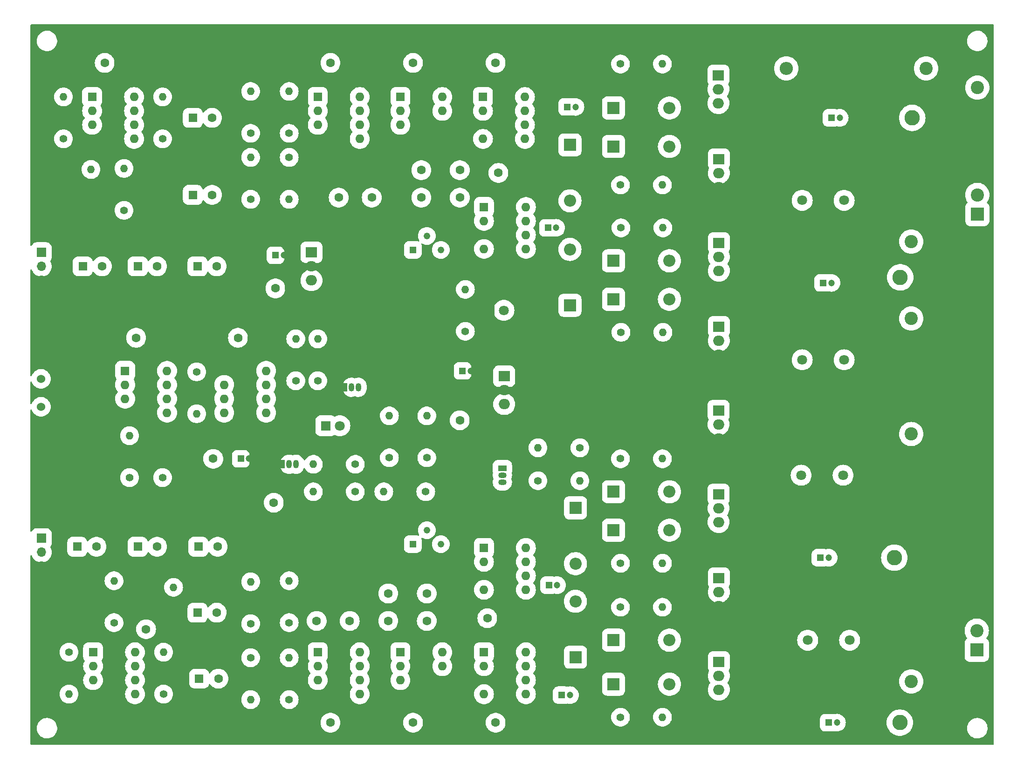
<source format=gbr>
%TF.GenerationSoftware,KiCad,Pcbnew,7.0.8*%
%TF.CreationDate,2024-01-24T17:07:03-05:00*%
%TF.ProjectId,classd-amp,636c6173-7364-42d6-916d-702e6b696361,rev?*%
%TF.SameCoordinates,Original*%
%TF.FileFunction,Copper,L2,Inr*%
%TF.FilePolarity,Positive*%
%FSLAX46Y46*%
G04 Gerber Fmt 4.6, Leading zero omitted, Abs format (unit mm)*
G04 Created by KiCad (PCBNEW 7.0.8) date 2024-01-24 17:07:03*
%MOMM*%
%LPD*%
G01*
G04 APERTURE LIST*
%TA.AperFunction,ComponentPad*%
%ADD10C,1.524000*%
%TD*%
%TA.AperFunction,ComponentPad*%
%ADD11C,2.800000*%
%TD*%
%TA.AperFunction,ComponentPad*%
%ADD12O,2.800000X2.800000*%
%TD*%
%TA.AperFunction,ComponentPad*%
%ADD13R,1.200000X1.200000*%
%TD*%
%TA.AperFunction,ComponentPad*%
%ADD14C,1.200000*%
%TD*%
%TA.AperFunction,ComponentPad*%
%ADD15C,2.400000*%
%TD*%
%TA.AperFunction,ComponentPad*%
%ADD16R,2.400000X2.400000*%
%TD*%
%TA.AperFunction,ComponentPad*%
%ADD17C,1.800000*%
%TD*%
%TA.AperFunction,ComponentPad*%
%ADD18C,1.400000*%
%TD*%
%TA.AperFunction,ComponentPad*%
%ADD19O,1.400000X1.400000*%
%TD*%
%TA.AperFunction,ComponentPad*%
%ADD20R,1.600000X1.600000*%
%TD*%
%TA.AperFunction,ComponentPad*%
%ADD21O,1.600000X1.600000*%
%TD*%
%TA.AperFunction,ComponentPad*%
%ADD22O,2.000000X1.905000*%
%TD*%
%TA.AperFunction,ComponentPad*%
%ADD23R,2.000000X1.905000*%
%TD*%
%TA.AperFunction,ComponentPad*%
%ADD24C,1.600000*%
%TD*%
%TA.AperFunction,ComponentPad*%
%ADD25O,2.400000X2.400000*%
%TD*%
%TA.AperFunction,ComponentPad*%
%ADD26R,1.222000X1.222000*%
%TD*%
%TA.AperFunction,ComponentPad*%
%ADD27C,1.222000*%
%TD*%
%TA.AperFunction,ComponentPad*%
%ADD28R,2.200000X2.200000*%
%TD*%
%TA.AperFunction,ComponentPad*%
%ADD29O,2.200000X2.200000*%
%TD*%
%TA.AperFunction,ComponentPad*%
%ADD30R,1.800000X1.800000*%
%TD*%
%TA.AperFunction,ComponentPad*%
%ADD31R,1.700000X1.700000*%
%TD*%
%TA.AperFunction,ComponentPad*%
%ADD32O,1.700000X1.700000*%
%TD*%
%TA.AperFunction,ComponentPad*%
%ADD33R,1.050000X1.500000*%
%TD*%
%TA.AperFunction,ComponentPad*%
%ADD34O,1.050000X1.500000*%
%TD*%
%TA.AperFunction,ComponentPad*%
%ADD35R,1.500000X1.050000*%
%TD*%
%TA.AperFunction,ComponentPad*%
%ADD36O,1.500000X1.050000*%
%TD*%
G04 APERTURE END LIST*
D10*
%TO.N,GND*%
%TO.C,J2*%
X58000000Y-106000000D03*
%TO.N,LIN*%
X52920000Y-103460000D03*
%TO.N,RIN*%
X52920000Y-108540000D03*
%TD*%
D11*
%TO.N,Net-(C46-Pad2)*%
%TO.C,R38*%
X208920000Y-166000000D03*
D12*
%TO.N,GND*%
X214000000Y-166000000D03*
%TD*%
D11*
%TO.N,Net-(C47-Pad2)*%
%TO.C,R39*%
X207920000Y-136000000D03*
D12*
%TO.N,GND*%
X213000000Y-136000000D03*
%TD*%
D13*
%TO.N,/Right Channel/ROUT+*%
%TO.C,C46*%
X196000000Y-166000000D03*
D14*
%TO.N,Net-(C46-Pad2)*%
X197500000Y-166000000D03*
%TD*%
D15*
%TO.N,/Right Channel/ROUT-*%
%TO.C,C44*%
X211000000Y-113500000D03*
%TO.N,GND*%
X211000000Y-128500000D03*
%TD*%
%TO.N,/Right Channel/ROUT+*%
%TO.C,C45*%
X211000000Y-158500000D03*
%TO.N,GND*%
X211000000Y-143500000D03*
%TD*%
D13*
%TO.N,/Right Channel/ROUT-*%
%TO.C,C47*%
X194500000Y-136000000D03*
D14*
%TO.N,Net-(C47-Pad2)*%
X196000000Y-136000000D03*
%TD*%
D16*
%TO.N,/Right Channel/ROUT+*%
%TO.C,J4*%
X222900000Y-152750000D03*
D15*
%TO.N,/Right Channel/ROUT-*%
X222900000Y-149250000D03*
%TD*%
D17*
%TO.N,Net-(Q8-S)*%
%TO.C,L4*%
X192190000Y-151000000D03*
%TO.N,/Right Channel/ROUT+*%
X199810000Y-151000000D03*
%TD*%
%TO.N,Net-(Q10-S)*%
%TO.C,L3*%
X191000000Y-121000000D03*
%TO.N,/Right Channel/ROUT-*%
X198620000Y-121000000D03*
%TD*%
D18*
%TO.N,Net-(D12-K)*%
%TO.C,R36*%
X158190000Y-137000000D03*
D19*
%TO.N,Net-(D12-A)*%
X165810000Y-137000000D03*
%TD*%
D18*
%TO.N,Net-(U11A--)*%
%TO.C,R32*%
X98000000Y-147810000D03*
D19*
%TO.N,Net-(Q8-S)*%
X98000000Y-140190000D03*
%TD*%
D18*
%TO.N,Net-(D7-A)*%
%TO.C,R21*%
X123000000Y-117810000D03*
D19*
%TO.N,+5V*%
X123000000Y-110190000D03*
%TD*%
D20*
%TO.N,Net-(U1A--)*%
%TO.C,U1*%
X62200000Y-52200000D03*
D21*
X62200000Y-54740000D03*
%TO.N,Net-(U1A-+)*%
X62200000Y-57280000D03*
%TO.N,GND*%
X62200000Y-59820000D03*
%TO.N,BIAS*%
X69820000Y-59820000D03*
%TO.N,Net-(U1B--)*%
X69820000Y-57280000D03*
%TO.N,Net-(C5-Pad1)*%
X69820000Y-54740000D03*
%TO.N,+5V*%
X69820000Y-52200000D03*
%TD*%
D22*
%TO.N,Net-(Q8-S)*%
%TO.C,Q8*%
X176055000Y-160020000D03*
%TO.N,DRIVE+*%
X176055000Y-157480000D03*
D23*
%TO.N,Net-(D10-A)*%
X176055000Y-154940000D03*
%TD*%
D20*
%TO.N,Net-(C2-Pad1)*%
%TO.C,C2*%
X70500000Y-83000000D03*
D24*
%TO.N,Net-(C2-Pad2)*%
X74000000Y-83000000D03*
%TD*%
D15*
%TO.N,B+*%
%TO.C,R17*%
X213700000Y-47000000D03*
D25*
%TO.N,DRIVE+*%
X188300000Y-47000000D03*
%TD*%
D26*
%TO.N,unconnected-(RV2-Pad1)*%
%TO.C,RV2*%
X120460000Y-80000000D03*
D27*
%TO.N,Net-(C10-Pad2)*%
X123000000Y-77460000D03*
%TO.N,BIAS*%
X125540000Y-80000000D03*
%TD*%
D18*
%TO.N,Net-(D7-A)*%
%TO.C,R21*%
X110010000Y-119000000D03*
D19*
%TO.N,+5V*%
X102390000Y-119000000D03*
%TD*%
D20*
%TO.N,Net-(C18-Pad1)*%
%TO.C,C18*%
X59500000Y-134000000D03*
D24*
%TO.N,RIN*%
X63000000Y-134000000D03*
%TD*%
D20*
%TO.N,Net-(U4-Q)*%
%TO.C,U5*%
X133200000Y-52200000D03*
D21*
%TO.N,~{SHUTDOWN}*%
X133200000Y-54740000D03*
%TO.N,GND*%
X133200000Y-57280000D03*
%TO.N,Net-(D4-K)*%
X133200000Y-59820000D03*
%TO.N,+12V*%
X140820000Y-59820000D03*
%TO.N,Net-(Q1-S)*%
X140820000Y-57280000D03*
%TO.N,Net-(D3-K)*%
X140820000Y-54740000D03*
%TO.N,Net-(D1-K)*%
X140820000Y-52200000D03*
%TD*%
D28*
%TO.N,Net-(D8-K)*%
%TO.C,D8*%
X150000000Y-154080000D03*
D29*
%TO.N,+12V*%
X150000000Y-143920000D03*
%TD*%
D18*
%TO.N,GND*%
%TO.C,R27*%
X77000000Y-149000000D03*
D19*
%TO.N,Net-(U10A-+)*%
X77000000Y-141380000D03*
%TD*%
D16*
%TO.N,/Left Channel/LOUT+*%
%TO.C,J3*%
X223000000Y-73500000D03*
D15*
%TO.N,/Left Channel/LOUT-*%
X223000000Y-70000000D03*
%TD*%
D22*
%TO.N,Net-(Q10-S)*%
%TO.C,Q10*%
X176000000Y-129540000D03*
%TO.N,DRIVE+*%
X176000000Y-127000000D03*
D23*
%TO.N,Net-(D12-A)*%
X176000000Y-124460000D03*
%TD*%
%TO.N,B+*%
%TO.C,U7*%
X137055000Y-103000000D03*
D22*
%TO.N,GND*%
X137055000Y-105540000D03*
%TO.N,+12V*%
X137055000Y-108080000D03*
%TD*%
D23*
%TO.N,Net-(D4-A)*%
%TO.C,Q2*%
X176055000Y-63500000D03*
D22*
%TO.N,Net-(Q1-S)*%
X176055000Y-66040000D03*
%TO.N,GND*%
X176055000Y-68580000D03*
%TD*%
D20*
%TO.N,Net-(U10A-+)*%
%TO.C,C20*%
X81500000Y-134000000D03*
D24*
%TO.N,Net-(C19-Pad2)*%
X85000000Y-134000000D03*
%TD*%
D18*
%TO.N,Net-(U1A-+)*%
%TO.C,R1*%
X68000000Y-72810000D03*
D19*
%TO.N,+5V*%
X68000000Y-65190000D03*
%TD*%
D24*
%TO.N,Net-(C37-Pad2)*%
%TO.C,C38*%
X123000000Y-147500000D03*
%TO.N,Net-(U12-+)*%
X123000000Y-142500000D03*
%TD*%
D18*
%TO.N,Net-(Q7-B)*%
%TO.C,R18*%
X103200000Y-103810000D03*
D19*
%TO.N,Net-(U3-Q)*%
X103200000Y-96190000D03*
%TD*%
D24*
%TO.N,+12V*%
%TO.C,C41*%
X134000000Y-147000000D03*
%TO.N,GND*%
X136500000Y-147000000D03*
%TD*%
%TO.N,+5V*%
%TO.C,C17*%
X88700000Y-96000000D03*
%TO.N,GND*%
X91200000Y-96000000D03*
%TD*%
D18*
%TO.N,Net-(U1B--)*%
%TO.C,R4*%
X75000000Y-59810000D03*
D19*
%TO.N,Net-(C5-Pad1)*%
X75000000Y-52190000D03*
%TD*%
D20*
%TO.N,Net-(C19-Pad1)*%
%TO.C,C19*%
X70500000Y-134000000D03*
D24*
%TO.N,Net-(C19-Pad2)*%
X74000000Y-134000000D03*
%TD*%
%TO.N,+5V*%
%TO.C,C32*%
X70200000Y-96000000D03*
%TO.N,GND*%
X72700000Y-96000000D03*
%TD*%
D13*
%TO.N,Net-(U3-DIS)*%
%TO.C,C31*%
X89200000Y-118000000D03*
D14*
%TO.N,GND*%
X90700000Y-118000000D03*
%TD*%
D18*
%TO.N,Net-(D3-K)*%
%TO.C,R9*%
X158190000Y-46200000D03*
D19*
%TO.N,Net-(D3-A)*%
X165810000Y-46200000D03*
%TD*%
D18*
%TO.N,Net-(U11A-+)*%
%TO.C,R33*%
X98000000Y-161810000D03*
D19*
%TO.N,Net-(Q10-S)*%
X98000000Y-154190000D03*
%TD*%
D18*
%TO.N,Net-(C33-Pad2)*%
%TO.C,R30*%
X91000000Y-148000000D03*
D19*
%TO.N,Net-(U11A--)*%
X91000000Y-140380000D03*
%TD*%
D18*
%TO.N,Net-(D13-K)*%
%TO.C,R37*%
X158190000Y-118000000D03*
D19*
%TO.N,Net-(D13-A)*%
X165810000Y-118000000D03*
%TD*%
D28*
%TO.N,Net-(D1-K)*%
%TO.C,D1*%
X149000000Y-60920000D03*
D29*
%TO.N,+12V*%
X149000000Y-71080000D03*
%TD*%
D13*
%TO.N,/Left Channel/LOUT+*%
%TO.C,C23*%
X196500000Y-56000000D03*
D14*
%TO.N,Net-(C23-Pad2)*%
X198000000Y-56000000D03*
%TD*%
D24*
%TO.N,Net-(U11A-+)*%
%TO.C,C36*%
X103000000Y-147500000D03*
%TO.N,GND*%
X103000000Y-142500000D03*
%TD*%
%TO.N,+12V*%
%TO.C,C25*%
X129000000Y-111000000D03*
%TO.N,GND*%
X131500000Y-111000000D03*
%TD*%
%TO.N,+12V*%
%TO.C,C13*%
X135500000Y-46000000D03*
%TO.N,GND*%
X138000000Y-46000000D03*
%TD*%
D13*
%TO.N,Net-(D2-K)*%
%TO.C,C16*%
X145000000Y-76000000D03*
D14*
%TO.N,Net-(Q3-S)*%
X146500000Y-76000000D03*
%TD*%
D24*
%TO.N,+5V*%
%TO.C,C7*%
X105500000Y-46000000D03*
%TO.N,GND*%
X108000000Y-46000000D03*
%TD*%
D28*
%TO.N,Net-(D6-K)*%
%TO.C,D6*%
X156920000Y-89000000D03*
D29*
%TO.N,Net-(D6-A)*%
X167080000Y-89000000D03*
%TD*%
D26*
%TO.N,unconnected-(RV4-Pad1)*%
%TO.C,RV4*%
X120460000Y-133540000D03*
D27*
%TO.N,Net-(C37-Pad2)*%
X123000000Y-131000000D03*
%TO.N,BIAS*%
X125540000Y-133540000D03*
%TD*%
D18*
%TO.N,Net-(D2-K)*%
%TO.C,R11*%
X158270000Y-76000000D03*
D19*
%TO.N,Net-(D5-A)*%
X165890000Y-76000000D03*
%TD*%
D20*
%TO.N,Net-(U1A--)*%
%TO.C,C6*%
X80500000Y-70000000D03*
D24*
%TO.N,Net-(C6-Pad2)*%
X84000000Y-70000000D03*
%TD*%
D28*
%TO.N,Net-(D12-K)*%
%TO.C,D12*%
X156920000Y-131000000D03*
D29*
%TO.N,Net-(D12-A)*%
X167080000Y-131000000D03*
%TD*%
D23*
%TO.N,Net-(D3-A)*%
%TO.C,Q1*%
X175975000Y-48260000D03*
D22*
%TO.N,DRIVE+*%
X175975000Y-50800000D03*
%TO.N,Net-(Q1-S)*%
X175975000Y-53340000D03*
%TD*%
D18*
%TO.N,Net-(Q5-B)*%
%TO.C,R20*%
X143190000Y-122000000D03*
D19*
%TO.N,DRIVE+*%
X150810000Y-122000000D03*
%TD*%
D24*
%TO.N,+5V*%
%TO.C,C12*%
X120500000Y-46000000D03*
%TO.N,GND*%
X123000000Y-46000000D03*
%TD*%
D28*
%TO.N,Net-(D2-K)*%
%TO.C,D5*%
X156920000Y-82000000D03*
D29*
%TO.N,Net-(D5-A)*%
X167080000Y-82000000D03*
%TD*%
D17*
%TO.N,Net-(Q1-S)*%
%TO.C,L2*%
X191190000Y-71000000D03*
%TO.N,/Left Channel/LOUT+*%
X198810000Y-71000000D03*
%TD*%
D13*
%TO.N,+5V*%
%TO.C,C28*%
X95500000Y-81000000D03*
D14*
%TO.N,GND*%
X97000000Y-81000000D03*
%TD*%
D18*
%TO.N,Net-(Q5-C)*%
%TO.C,R23*%
X122810000Y-124000000D03*
D19*
%TO.N,Net-(Q6-B)*%
X115190000Y-124000000D03*
%TD*%
D20*
%TO.N,Net-(C5-Pad1)*%
%TO.C,C5*%
X80500000Y-56000000D03*
D24*
%TO.N,Net-(C5-Pad2)*%
X84000000Y-56000000D03*
%TD*%
D20*
%TO.N,Net-(U12-~{Q})*%
%TO.C,U14*%
X133380000Y-134200000D03*
D21*
%TO.N,~{SHUTDOWN}*%
X133380000Y-136740000D03*
%TO.N,GND*%
X133380000Y-139280000D03*
%TO.N,Net-(D13-K)*%
X133380000Y-141820000D03*
%TO.N,+12V*%
X141000000Y-141820000D03*
%TO.N,Net-(Q10-S)*%
X141000000Y-139280000D03*
%TO.N,Net-(D12-K)*%
X141000000Y-136740000D03*
X141000000Y-134200000D03*
%TD*%
D24*
%TO.N,Net-(U2A--)*%
%TO.C,C10*%
X122000000Y-70500000D03*
%TO.N,Net-(C10-Pad2)*%
X122000000Y-65500000D03*
%TD*%
D20*
%TO.N,Net-(U12-Q)*%
%TO.C,U13*%
X133380000Y-153200000D03*
D21*
%TO.N,~{SHUTDOWN}*%
X133380000Y-155740000D03*
%TO.N,GND*%
X133380000Y-158280000D03*
%TO.N,Net-(D11-K)*%
X133380000Y-160820000D03*
%TO.N,+12V*%
X141000000Y-160820000D03*
%TO.N,Net-(Q8-S)*%
X141000000Y-158280000D03*
%TO.N,Net-(D10-K)*%
X141000000Y-155740000D03*
%TO.N,Net-(D8-K)*%
X141000000Y-153200000D03*
%TD*%
D24*
%TO.N,Net-(U11A--)*%
%TO.C,C37*%
X116000000Y-147500000D03*
%TO.N,Net-(C37-Pad2)*%
X116000000Y-142500000D03*
%TD*%
%TO.N,Net-(U2A--)*%
%TO.C,C8*%
X113000000Y-70500000D03*
%TO.N,GND*%
X113000000Y-65500000D03*
%TD*%
D13*
%TO.N,Net-(D1-K)*%
%TO.C,C15*%
X148500000Y-54000000D03*
D14*
%TO.N,Net-(Q1-S)*%
X150000000Y-54000000D03*
%TD*%
D20*
%TO.N,GND*%
%TO.C,U3*%
X86200000Y-102000000D03*
D21*
%TO.N,Net-(Q6-C)*%
X86200000Y-104540000D03*
%TO.N,Net-(U3-Q)*%
X86200000Y-107080000D03*
%TO.N,+5V*%
X86200000Y-109620000D03*
%TO.N,Net-(U3-CV)*%
X93820000Y-109620000D03*
%TO.N,Net-(U3-DIS)*%
X93820000Y-107080000D03*
X93820000Y-104540000D03*
%TO.N,+5V*%
X93820000Y-102000000D03*
%TD*%
D22*
%TO.N,GND*%
%TO.C,Q9*%
X176055000Y-144780000D03*
%TO.N,Net-(Q8-S)*%
X176055000Y-142240000D03*
D23*
%TO.N,Net-(D11-A)*%
X176055000Y-139700000D03*
%TD*%
D24*
%TO.N,+5V*%
%TO.C,C39*%
X120500000Y-166000000D03*
%TO.N,GND*%
X123000000Y-166000000D03*
%TD*%
D18*
%TO.N,Net-(D4-K)*%
%TO.C,R10*%
X158190000Y-68200000D03*
D19*
%TO.N,Net-(D4-A)*%
X165810000Y-68200000D03*
%TD*%
D18*
%TO.N,+5V*%
%TO.C,R15*%
X69000000Y-121420000D03*
D19*
%TO.N,Net-(U9A-+)*%
X69000000Y-113800000D03*
%TD*%
D18*
%TO.N,Net-(D10-K)*%
%TO.C,R34*%
X158190000Y-165000000D03*
D19*
%TO.N,Net-(D10-A)*%
X165810000Y-165000000D03*
%TD*%
D13*
%TO.N,Net-(D12-K)*%
%TO.C,C43*%
X145180000Y-141000000D03*
D14*
%TO.N,Net-(Q10-S)*%
X146680000Y-141000000D03*
%TD*%
D18*
%TO.N,+5V*%
%TO.C,R25*%
X99200000Y-103810000D03*
D19*
%TO.N,Net-(U3-DIS)*%
X99200000Y-96190000D03*
%TD*%
D20*
%TO.N,+5V*%
%TO.C,U12*%
X118200000Y-153200000D03*
D21*
%TO.N,Net-(U12-+)*%
X118200000Y-155740000D03*
%TO.N,BIAS*%
X118200000Y-158280000D03*
%TO.N,GND*%
X118200000Y-160820000D03*
X125820000Y-160820000D03*
X125820000Y-158280000D03*
%TO.N,Net-(U12-Q)*%
X125820000Y-155740000D03*
%TO.N,Net-(U12-~{Q})*%
X125820000Y-153200000D03*
%TD*%
D13*
%TO.N,+12V*%
%TO.C,C26*%
X129500000Y-102000000D03*
D14*
%TO.N,GND*%
X131000000Y-102000000D03*
%TD*%
D20*
%TO.N,+5V*%
%TO.C,U4*%
X118200000Y-52200000D03*
D21*
%TO.N,Net-(U4-+)*%
X118200000Y-54740000D03*
%TO.N,BIAS*%
X118200000Y-57280000D03*
%TO.N,GND*%
X118200000Y-59820000D03*
X125820000Y-59820000D03*
X125820000Y-57280000D03*
%TO.N,Net-(U4-Q)*%
X125820000Y-54740000D03*
%TO.N,Net-(U4-~{Q})*%
X125820000Y-52200000D03*
%TD*%
D15*
%TO.N,/Left Channel/LOUT-*%
%TO.C,C21*%
X211000000Y-92500000D03*
%TO.N,GND*%
X211000000Y-107500000D03*
%TD*%
D28*
%TO.N,Net-(D2-K)*%
%TO.C,D2*%
X149000000Y-90080000D03*
D29*
%TO.N,+12V*%
X149000000Y-79920000D03*
%TD*%
D17*
%TO.N,Net-(Q3-S)*%
%TO.C,L1*%
X191190000Y-100000000D03*
%TO.N,/Left Channel/LOUT-*%
X198810000Y-100000000D03*
%TD*%
D24*
%TO.N,Net-(U3-CV)*%
%TO.C,C30*%
X84200000Y-118000000D03*
%TO.N,GND*%
X84200000Y-115500000D03*
%TD*%
D30*
%TO.N,GND*%
%TO.C,D14*%
X134460000Y-91000000D03*
D17*
%TO.N,Net-(D14-A)*%
X137000000Y-91000000D03*
%TD*%
D22*
%TO.N,GND*%
%TO.C,Q11*%
X176000000Y-114300000D03*
%TO.N,Net-(Q10-S)*%
X176000000Y-111760000D03*
D23*
%TO.N,Net-(D13-A)*%
X176000000Y-109220000D03*
%TD*%
D24*
%TO.N,+12V*%
%TO.C,C14*%
X136000000Y-66000000D03*
%TO.N,GND*%
X138500000Y-66000000D03*
%TD*%
%TO.N,+5V*%
%TO.C,C27*%
X95500000Y-87000000D03*
%TO.N,GND*%
X98000000Y-87000000D03*
%TD*%
D20*
%TO.N,Net-(C33-Pad1)*%
%TO.C,C33*%
X81347349Y-146000000D03*
D24*
%TO.N,Net-(C33-Pad2)*%
X84847349Y-146000000D03*
%TD*%
D18*
%TO.N,GND*%
%TO.C,R2*%
X62000000Y-73000000D03*
D19*
%TO.N,Net-(U1A-+)*%
X62000000Y-65380000D03*
%TD*%
D18*
%TO.N,Net-(C5-Pad2)*%
%TO.C,R5*%
X91000000Y-58810000D03*
D19*
%TO.N,Net-(U2A--)*%
X91000000Y-51190000D03*
%TD*%
D18*
%TO.N,+5V*%
%TO.C,R22*%
X116200000Y-117810000D03*
D19*
%TO.N,~{SHUTDOWN}*%
X116200000Y-110190000D03*
%TD*%
D13*
%TO.N,Net-(D8-K)*%
%TO.C,C42*%
X147500000Y-161000000D03*
D14*
%TO.N,Net-(Q8-S)*%
X149000000Y-161000000D03*
%TD*%
D20*
%TO.N,Net-(U1A-+)*%
%TO.C,C4*%
X81347349Y-83000000D03*
D24*
%TO.N,Net-(C2-Pad2)*%
X84847349Y-83000000D03*
%TD*%
D28*
%TO.N,Net-(D10-K)*%
%TO.C,D10*%
X156920000Y-159000000D03*
D29*
%TO.N,Net-(D10-A)*%
X167080000Y-159000000D03*
%TD*%
D24*
%TO.N,Net-(U11A--)*%
%TO.C,C35*%
X109000000Y-147500000D03*
%TO.N,GND*%
X109000000Y-142500000D03*
%TD*%
D31*
%TO.N,Net-(C18-Pad1)*%
%TO.C,RV3*%
X53000000Y-132475000D03*
D32*
%TO.N,Net-(C19-Pad2)*%
X53000000Y-135015000D03*
%TO.N,GND*%
X53000000Y-137555000D03*
%TD*%
D16*
%TO.N,GND*%
%TO.C,J1*%
X223000000Y-54000000D03*
D15*
%TO.N,B+*%
X223000000Y-50500000D03*
%TD*%
D28*
%TO.N,Net-(D11-K)*%
%TO.C,D11*%
X156920000Y-151000000D03*
D29*
%TO.N,Net-(D11-A)*%
X167080000Y-151000000D03*
%TD*%
D28*
%TO.N,Net-(D12-K)*%
%TO.C,D9*%
X150000000Y-126920000D03*
D29*
%TO.N,+12V*%
X150000000Y-137080000D03*
%TD*%
D18*
%TO.N,+5V*%
%TO.C,R24*%
X81200000Y-102190000D03*
D19*
%TO.N,Net-(Q6-C)*%
X81200000Y-109810000D03*
%TD*%
D18*
%TO.N,Net-(C2-Pad1)*%
%TO.C,R3*%
X57000000Y-59810000D03*
D19*
%TO.N,Net-(U1B--)*%
X57000000Y-52190000D03*
%TD*%
D13*
%TO.N,/Left Channel/LOUT-*%
%TO.C,C24*%
X195000000Y-86000000D03*
D14*
%TO.N,Net-(C24-Pad2)*%
X196500000Y-86000000D03*
%TD*%
D20*
%TO.N,Net-(C1-Pad1)*%
%TO.C,C1*%
X60500000Y-83000000D03*
D24*
%TO.N,LIN*%
X64000000Y-83000000D03*
%TD*%
%TO.N,Net-(Q6-B)*%
%TO.C,C29*%
X95200000Y-126000000D03*
%TO.N,GND*%
X97700000Y-126000000D03*
%TD*%
D22*
%TO.N,GND*%
%TO.C,Q4*%
X176055000Y-99060000D03*
%TO.N,Net-(Q3-S)*%
X176055000Y-96520000D03*
D23*
%TO.N,Net-(D6-A)*%
X176055000Y-93980000D03*
%TD*%
D33*
%TO.N,GND*%
%TO.C,Q6*%
X96660000Y-119000000D03*
D34*
%TO.N,Net-(Q6-B)*%
X97930000Y-119000000D03*
%TO.N,Net-(Q6-C)*%
X99200000Y-119000000D03*
%TD*%
D35*
%TO.N,B+*%
%TO.C,Q5*%
X136730000Y-119730000D03*
D36*
%TO.N,Net-(Q5-B)*%
X136730000Y-121000000D03*
%TO.N,Net-(Q5-C)*%
X136730000Y-122270000D03*
%TD*%
D20*
%TO.N,Net-(U4-~{Q})*%
%TO.C,U6*%
X133380000Y-72200000D03*
D21*
%TO.N,~{SHUTDOWN}*%
X133380000Y-74740000D03*
%TO.N,GND*%
X133380000Y-77280000D03*
%TO.N,Net-(D6-K)*%
X133380000Y-79820000D03*
%TO.N,+12V*%
X141000000Y-79820000D03*
%TO.N,Net-(Q3-S)*%
X141000000Y-77280000D03*
%TO.N,Net-(D2-K)*%
X141000000Y-74740000D03*
X141000000Y-72200000D03*
%TD*%
D18*
%TO.N,Net-(U9A-+)*%
%TO.C,R16*%
X75000000Y-121420000D03*
D19*
%TO.N,GND*%
X75000000Y-113800000D03*
%TD*%
D12*
%TO.N,GND*%
%TO.C,R14*%
X214080000Y-85000000D03*
D11*
%TO.N,Net-(C24-Pad2)*%
X209000000Y-85000000D03*
%TD*%
D18*
%TO.N,+12V*%
%TO.C,R40*%
X130000000Y-94810000D03*
D19*
%TO.N,Net-(D14-A)*%
X130000000Y-87190000D03*
%TD*%
D31*
%TO.N,Net-(C1-Pad1)*%
%TO.C,RV1*%
X53000000Y-80475000D03*
D32*
%TO.N,Net-(C2-Pad2)*%
X53000000Y-83015000D03*
%TO.N,GND*%
X53000000Y-85555000D03*
%TD*%
D18*
%TO.N,Net-(C34-Pad2)*%
%TO.C,R31*%
X91000000Y-154190000D03*
D19*
%TO.N,Net-(U11A-+)*%
X91000000Y-161810000D03*
%TD*%
D20*
%TO.N,Net-(U4-+)*%
%TO.C,U2*%
X103200000Y-52200000D03*
D21*
%TO.N,Net-(U2A--)*%
X103200000Y-54740000D03*
%TO.N,Net-(U2A-+)*%
X103200000Y-57280000D03*
%TO.N,GND*%
X103200000Y-59820000D03*
%TO.N,N/C*%
X110820000Y-59820000D03*
X110820000Y-57280000D03*
X110820000Y-54740000D03*
%TO.N,+5V*%
X110820000Y-52200000D03*
%TD*%
D28*
%TO.N,Net-(D3-K)*%
%TO.C,D3*%
X156920000Y-54200000D03*
D29*
%TO.N,Net-(D3-A)*%
X167080000Y-54200000D03*
%TD*%
D18*
%TO.N,+5V*%
%TO.C,R22*%
X110010000Y-124000000D03*
D19*
%TO.N,~{SHUTDOWN}*%
X102390000Y-124000000D03*
%TD*%
D23*
%TO.N,Net-(D5-A)*%
%TO.C,Q3*%
X176055000Y-78740000D03*
D22*
%TO.N,DRIVE+*%
X176055000Y-81280000D03*
%TO.N,Net-(Q3-S)*%
X176055000Y-83820000D03*
%TD*%
D30*
%TO.N,~{SHUTDOWN}*%
%TO.C,D7*%
X104660000Y-112000000D03*
D17*
%TO.N,Net-(D7-A)*%
X107200000Y-112000000D03*
%TD*%
D18*
%TO.N,B+*%
%TO.C,R19*%
X150810000Y-116000000D03*
D19*
%TO.N,Net-(Q5-B)*%
X143190000Y-116000000D03*
%TD*%
D24*
%TO.N,Net-(U2A-+)*%
%TO.C,C9*%
X107000000Y-70500000D03*
%TO.N,GND*%
X107000000Y-65500000D03*
%TD*%
%TO.N,+5V*%
%TO.C,C48*%
X72000000Y-149000000D03*
%TO.N,GND*%
X72000000Y-146500000D03*
%TD*%
%TO.N,+12V*%
%TO.C,C40*%
X135500000Y-166000000D03*
%TO.N,GND*%
X138000000Y-166000000D03*
%TD*%
%TO.N,Net-(C10-Pad2)*%
%TO.C,C11*%
X129000000Y-70500000D03*
%TO.N,Net-(U4-+)*%
X129000000Y-65500000D03*
%TD*%
D18*
%TO.N,Net-(D6-K)*%
%TO.C,R12*%
X158270000Y-95000000D03*
D19*
%TO.N,Net-(D6-A)*%
X165890000Y-95000000D03*
%TD*%
D33*
%TO.N,GND*%
%TO.C,Q7*%
X108000000Y-105000000D03*
D34*
%TO.N,Net-(Q7-B)*%
X109270000Y-105000000D03*
%TO.N,~{SHUTDOWN}*%
X110540000Y-105000000D03*
%TD*%
D18*
%TO.N,Net-(U10A-+)*%
%TO.C,R26*%
X66180000Y-147810000D03*
D19*
%TO.N,+5V*%
X66180000Y-140190000D03*
%TD*%
D18*
%TO.N,Net-(C19-Pad1)*%
%TO.C,R28*%
X58000000Y-153190000D03*
D19*
%TO.N,Net-(U10B--)*%
X58000000Y-160810000D03*
%TD*%
D18*
%TO.N,Net-(U2A-+)*%
%TO.C,R8*%
X98000000Y-63190000D03*
D19*
%TO.N,Net-(Q3-S)*%
X98000000Y-70810000D03*
%TD*%
D24*
%TO.N,+5V*%
%TO.C,C3*%
X64500000Y-46000000D03*
%TO.N,GND*%
X67000000Y-46000000D03*
%TD*%
D11*
%TO.N,Net-(C23-Pad2)*%
%TO.C,R13*%
X211185000Y-56000000D03*
D12*
%TO.N,GND*%
X216265000Y-56000000D03*
%TD*%
D18*
%TO.N,Net-(U10B--)*%
%TO.C,R29*%
X75180000Y-160810000D03*
D19*
%TO.N,Net-(C33-Pad1)*%
X75180000Y-153190000D03*
%TD*%
D18*
%TO.N,Net-(C6-Pad2)*%
%TO.C,R6*%
X91000000Y-70810000D03*
D19*
%TO.N,Net-(U2A-+)*%
X91000000Y-63190000D03*
%TD*%
D15*
%TO.N,/Left Channel/LOUT+*%
%TO.C,C22*%
X211000000Y-78500000D03*
%TO.N,GND*%
X211000000Y-63500000D03*
%TD*%
D28*
%TO.N,Net-(D13-K)*%
%TO.C,D13*%
X156920000Y-124000000D03*
D29*
%TO.N,Net-(D13-A)*%
X167080000Y-124000000D03*
%TD*%
D20*
%TO.N,Net-(U10A--)*%
%TO.C,U10*%
X62380000Y-153200000D03*
D21*
X62380000Y-155740000D03*
%TO.N,Net-(U10A-+)*%
X62380000Y-158280000D03*
%TO.N,GND*%
X62380000Y-160820000D03*
%TO.N,BIAS*%
X70000000Y-160820000D03*
%TO.N,Net-(U10B--)*%
X70000000Y-158280000D03*
%TO.N,Net-(C33-Pad1)*%
X70000000Y-155740000D03*
%TO.N,+5V*%
X70000000Y-153200000D03*
%TD*%
D20*
%TO.N,Net-(U10A--)*%
%TO.C,C34*%
X81652651Y-158000000D03*
D24*
%TO.N,Net-(C34-Pad2)*%
X85152651Y-158000000D03*
%TD*%
D18*
%TO.N,Net-(U2A--)*%
%TO.C,R7*%
X98000000Y-58810000D03*
D19*
%TO.N,Net-(Q1-S)*%
X98000000Y-51190000D03*
%TD*%
D18*
%TO.N,Net-(D11-K)*%
%TO.C,R35*%
X158190000Y-145000000D03*
D19*
%TO.N,Net-(D11-A)*%
X165810000Y-145000000D03*
%TD*%
D24*
%TO.N,+5V*%
%TO.C,C49*%
X105500000Y-166000000D03*
%TO.N,GND*%
X108000000Y-166000000D03*
%TD*%
D20*
%TO.N,BIAS*%
%TO.C,U9*%
X68200000Y-102000000D03*
D21*
X68200000Y-104540000D03*
%TO.N,Net-(U9A-+)*%
X68200000Y-107080000D03*
%TO.N,GND*%
X68200000Y-109620000D03*
%TO.N,N/C*%
X75820000Y-109620000D03*
X75820000Y-107080000D03*
X75820000Y-104540000D03*
%TO.N,+5V*%
X75820000Y-102000000D03*
%TD*%
D23*
%TO.N,+12V*%
%TO.C,U8*%
X102055000Y-80460000D03*
D22*
%TO.N,GND*%
X102055000Y-83000000D03*
%TO.N,+5V*%
X102055000Y-85540000D03*
%TD*%
D20*
%TO.N,Net-(U12-+)*%
%TO.C,U11*%
X103200000Y-153200000D03*
D21*
%TO.N,Net-(U11A--)*%
X103200000Y-155740000D03*
%TO.N,Net-(U11A-+)*%
X103200000Y-158280000D03*
%TO.N,GND*%
X103200000Y-160820000D03*
%TO.N,N/C*%
X110820000Y-160820000D03*
X110820000Y-158280000D03*
X110820000Y-155740000D03*
%TO.N,+5V*%
X110820000Y-153200000D03*
%TD*%
D28*
%TO.N,Net-(D4-K)*%
%TO.C,D4*%
X156920000Y-61200000D03*
D29*
%TO.N,Net-(D4-A)*%
X167080000Y-61200000D03*
%TD*%
%TA.AperFunction,Conductor*%
%TO.N,GND*%
G36*
X225943039Y-39019685D02*
G01*
X225988794Y-39072489D01*
X226000000Y-39124000D01*
X226000000Y-169876000D01*
X225980315Y-169943039D01*
X225927511Y-169988794D01*
X225876000Y-170000000D01*
X51124000Y-170000000D01*
X51056961Y-169980315D01*
X51011206Y-169927511D01*
X51000000Y-169876000D01*
X51000000Y-167067763D01*
X52145787Y-167067763D01*
X52175413Y-167337013D01*
X52175415Y-167337024D01*
X52240423Y-167585682D01*
X52243928Y-167599088D01*
X52349870Y-167848390D01*
X52490979Y-168079605D01*
X52490986Y-168079615D01*
X52664253Y-168287819D01*
X52664259Y-168287824D01*
X52769240Y-168381887D01*
X52865998Y-168468582D01*
X53091910Y-168618044D01*
X53337176Y-168733020D01*
X53337183Y-168733022D01*
X53337185Y-168733023D01*
X53596557Y-168811057D01*
X53596564Y-168811058D01*
X53596569Y-168811060D01*
X53864561Y-168850500D01*
X53864566Y-168850500D01*
X54067636Y-168850500D01*
X54119133Y-168846730D01*
X54270156Y-168835677D01*
X54382758Y-168810593D01*
X54534546Y-168776782D01*
X54534548Y-168776781D01*
X54534553Y-168776780D01*
X54787558Y-168680014D01*
X55023777Y-168547441D01*
X55238177Y-168381888D01*
X55426186Y-168186881D01*
X55583799Y-167966579D01*
X55669186Y-167800500D01*
X55707649Y-167725690D01*
X55707651Y-167725684D01*
X55707656Y-167725675D01*
X55795118Y-167469305D01*
X55844319Y-167202933D01*
X55854212Y-166932235D01*
X55824586Y-166662982D01*
X55756072Y-166400912D01*
X55650130Y-166151610D01*
X55557606Y-166000004D01*
X103694451Y-166000004D01*
X103714616Y-166269101D01*
X103774664Y-166532188D01*
X103774666Y-166532195D01*
X103840721Y-166700500D01*
X103873257Y-166783398D01*
X104008185Y-167017102D01*
X104144080Y-167187509D01*
X104176442Y-167228089D01*
X104293847Y-167337024D01*
X104374259Y-167411635D01*
X104597226Y-167563651D01*
X104840359Y-167680738D01*
X105098228Y-167760280D01*
X105098229Y-167760280D01*
X105098232Y-167760281D01*
X105365063Y-167800499D01*
X105365068Y-167800499D01*
X105365071Y-167800500D01*
X105365072Y-167800500D01*
X105634928Y-167800500D01*
X105634929Y-167800500D01*
X105634936Y-167800499D01*
X105901767Y-167760281D01*
X105901768Y-167760280D01*
X105901772Y-167760280D01*
X106159641Y-167680738D01*
X106402775Y-167563651D01*
X106625741Y-167411635D01*
X106823561Y-167228085D01*
X106991815Y-167017102D01*
X107126743Y-166783398D01*
X107225334Y-166532195D01*
X107285383Y-166269103D01*
X107294188Y-166151610D01*
X107305549Y-166000004D01*
X118694451Y-166000004D01*
X118714616Y-166269101D01*
X118774664Y-166532188D01*
X118774666Y-166532195D01*
X118840721Y-166700500D01*
X118873257Y-166783398D01*
X119008185Y-167017102D01*
X119144080Y-167187509D01*
X119176442Y-167228089D01*
X119293847Y-167337024D01*
X119374259Y-167411635D01*
X119597226Y-167563651D01*
X119840359Y-167680738D01*
X120098228Y-167760280D01*
X120098229Y-167760280D01*
X120098232Y-167760281D01*
X120365063Y-167800499D01*
X120365068Y-167800499D01*
X120365071Y-167800500D01*
X120365072Y-167800500D01*
X120634928Y-167800500D01*
X120634929Y-167800500D01*
X120634936Y-167800499D01*
X120901767Y-167760281D01*
X120901768Y-167760280D01*
X120901772Y-167760280D01*
X121159641Y-167680738D01*
X121402775Y-167563651D01*
X121625741Y-167411635D01*
X121823561Y-167228085D01*
X121991815Y-167017102D01*
X122126743Y-166783398D01*
X122225334Y-166532195D01*
X122285383Y-166269103D01*
X122294188Y-166151610D01*
X122305549Y-166000004D01*
X133694451Y-166000004D01*
X133714616Y-166269101D01*
X133774664Y-166532188D01*
X133774666Y-166532195D01*
X133840721Y-166700500D01*
X133873257Y-166783398D01*
X134008185Y-167017102D01*
X134144080Y-167187509D01*
X134176442Y-167228089D01*
X134293847Y-167337024D01*
X134374259Y-167411635D01*
X134597226Y-167563651D01*
X134840359Y-167680738D01*
X135098228Y-167760280D01*
X135098229Y-167760280D01*
X135098232Y-167760281D01*
X135365063Y-167800499D01*
X135365068Y-167800499D01*
X135365071Y-167800500D01*
X135365072Y-167800500D01*
X135634928Y-167800500D01*
X135634929Y-167800500D01*
X135634936Y-167800499D01*
X135901767Y-167760281D01*
X135901768Y-167760280D01*
X135901772Y-167760280D01*
X136159641Y-167680738D01*
X136402775Y-167563651D01*
X136625741Y-167411635D01*
X136823561Y-167228085D01*
X136991815Y-167017102D01*
X137126743Y-166783398D01*
X137225334Y-166532195D01*
X137285383Y-166269103D01*
X137294188Y-166151610D01*
X137305549Y-166000004D01*
X137305549Y-165999995D01*
X137288744Y-165775747D01*
X137285383Y-165730897D01*
X137225334Y-165467805D01*
X137126743Y-165216602D01*
X137001691Y-165000004D01*
X156484732Y-165000004D01*
X156503777Y-165254154D01*
X156552541Y-165467805D01*
X156560492Y-165502637D01*
X156653607Y-165739888D01*
X156781041Y-165960612D01*
X156939950Y-166159877D01*
X157126783Y-166333232D01*
X157337366Y-166476805D01*
X157337371Y-166476807D01*
X157337372Y-166476808D01*
X157337373Y-166476809D01*
X157449249Y-166530685D01*
X157566992Y-166587387D01*
X157566993Y-166587387D01*
X157566996Y-166587389D01*
X157810542Y-166662513D01*
X158062565Y-166700500D01*
X158317435Y-166700500D01*
X158569458Y-166662513D01*
X158813004Y-166587389D01*
X159042634Y-166476805D01*
X159253217Y-166333232D01*
X159440050Y-166159877D01*
X159598959Y-165960612D01*
X159726393Y-165739888D01*
X159819508Y-165502637D01*
X159876222Y-165254157D01*
X159893248Y-165026954D01*
X159895268Y-165000004D01*
X164104732Y-165000004D01*
X164123777Y-165254154D01*
X164172541Y-165467805D01*
X164180492Y-165502637D01*
X164273607Y-165739888D01*
X164401041Y-165960612D01*
X164559950Y-166159877D01*
X164746783Y-166333232D01*
X164957366Y-166476805D01*
X164957371Y-166476807D01*
X164957372Y-166476808D01*
X164957373Y-166476809D01*
X165069249Y-166530685D01*
X165186992Y-166587387D01*
X165186993Y-166587387D01*
X165186996Y-166587389D01*
X165430542Y-166662513D01*
X165682565Y-166700500D01*
X165937435Y-166700500D01*
X166189458Y-166662513D01*
X166433004Y-166587389D01*
X166662634Y-166476805D01*
X166873217Y-166333232D01*
X167060050Y-166159877D01*
X167218959Y-165960612D01*
X167346393Y-165739888D01*
X167439508Y-165502637D01*
X167476180Y-165341966D01*
X194399500Y-165341966D01*
X194399501Y-166658032D01*
X194399501Y-166658033D01*
X194410113Y-166777415D01*
X194466089Y-166973045D01*
X194466090Y-166973048D01*
X194466091Y-166973049D01*
X194560302Y-167153407D01*
X194564649Y-167158738D01*
X194688890Y-167311109D01*
X194720673Y-167337024D01*
X194846593Y-167439698D01*
X195026951Y-167533909D01*
X195222582Y-167589886D01*
X195341963Y-167600500D01*
X195341964Y-167600499D01*
X195341965Y-167600500D01*
X195341966Y-167600500D01*
X195905994Y-167600499D01*
X196658036Y-167600499D01*
X196777418Y-167589886D01*
X196969142Y-167535026D01*
X197032197Y-167533669D01*
X197248852Y-167585683D01*
X197500000Y-167605449D01*
X197751148Y-167585683D01*
X197996111Y-167526873D01*
X198228859Y-167430466D01*
X198443659Y-167298836D01*
X198635224Y-167135224D01*
X198798836Y-166943659D01*
X198930466Y-166728859D01*
X199026873Y-166496111D01*
X199085683Y-166251148D01*
X199105449Y-166000005D01*
X206514754Y-166000005D01*
X206533718Y-166301446D01*
X206533719Y-166301453D01*
X206533720Y-166301457D01*
X206588264Y-166587389D01*
X206590320Y-166598164D01*
X206683659Y-166885431D01*
X206683661Y-166885436D01*
X206812265Y-167158732D01*
X206812268Y-167158738D01*
X206974111Y-167413763D01*
X206974114Y-167413767D01*
X206974115Y-167413768D01*
X207132687Y-167605449D01*
X207166652Y-167646505D01*
X207386836Y-167853272D01*
X207386846Y-167853280D01*
X207631193Y-168030808D01*
X207631198Y-168030810D01*
X207631205Y-168030816D01*
X207895896Y-168176332D01*
X207895901Y-168176334D01*
X207895903Y-168176335D01*
X207895904Y-168176336D01*
X208176734Y-168287524D01*
X208176737Y-168287525D01*
X208274259Y-168312564D01*
X208469302Y-168362642D01*
X208616039Y-168381179D01*
X208768963Y-168400499D01*
X208768969Y-168400499D01*
X208768973Y-168400500D01*
X208768975Y-168400500D01*
X209071025Y-168400500D01*
X209071027Y-168400500D01*
X209071032Y-168400499D01*
X209071036Y-168400499D01*
X209150591Y-168390448D01*
X209370698Y-168362642D01*
X209663262Y-168287525D01*
X209663265Y-168287524D01*
X209944095Y-168176336D01*
X209944096Y-168176335D01*
X209944094Y-168176335D01*
X209944104Y-168176332D01*
X210208795Y-168030816D01*
X210453162Y-167853274D01*
X210673349Y-167646504D01*
X210865885Y-167413768D01*
X211027733Y-167158736D01*
X211070542Y-167067763D01*
X221145787Y-167067763D01*
X221175413Y-167337013D01*
X221175415Y-167337024D01*
X221240423Y-167585682D01*
X221243928Y-167599088D01*
X221349870Y-167848390D01*
X221490979Y-168079605D01*
X221490986Y-168079615D01*
X221664253Y-168287819D01*
X221664259Y-168287824D01*
X221769240Y-168381887D01*
X221865998Y-168468582D01*
X222091910Y-168618044D01*
X222337176Y-168733020D01*
X222337183Y-168733022D01*
X222337185Y-168733023D01*
X222596557Y-168811057D01*
X222596564Y-168811058D01*
X222596569Y-168811060D01*
X222864561Y-168850500D01*
X222864566Y-168850500D01*
X223067636Y-168850500D01*
X223119133Y-168846730D01*
X223270156Y-168835677D01*
X223382758Y-168810593D01*
X223534546Y-168776782D01*
X223534548Y-168776781D01*
X223534553Y-168776780D01*
X223787558Y-168680014D01*
X224023777Y-168547441D01*
X224238177Y-168381888D01*
X224426186Y-168186881D01*
X224583799Y-167966579D01*
X224669186Y-167800500D01*
X224707649Y-167725690D01*
X224707651Y-167725684D01*
X224707656Y-167725675D01*
X224795118Y-167469305D01*
X224844319Y-167202933D01*
X224854212Y-166932235D01*
X224824586Y-166662982D01*
X224756072Y-166400912D01*
X224650130Y-166151610D01*
X224509018Y-165920390D01*
X224419747Y-165813119D01*
X224335746Y-165712180D01*
X224335740Y-165712175D01*
X224134002Y-165531418D01*
X223908092Y-165381957D01*
X223908090Y-165381956D01*
X223662824Y-165266980D01*
X223662819Y-165266978D01*
X223662814Y-165266976D01*
X223403442Y-165188942D01*
X223403428Y-165188939D01*
X223287791Y-165171921D01*
X223135439Y-165149500D01*
X222932369Y-165149500D01*
X222932364Y-165149500D01*
X222729844Y-165164323D01*
X222729831Y-165164325D01*
X222465453Y-165223217D01*
X222465446Y-165223220D01*
X222212439Y-165319987D01*
X221976226Y-165452557D01*
X221761822Y-165618112D01*
X221573822Y-165813109D01*
X221573816Y-165813116D01*
X221416202Y-166033419D01*
X221416199Y-166033424D01*
X221292350Y-166274309D01*
X221292343Y-166274327D01*
X221204884Y-166530685D01*
X221204881Y-166530699D01*
X221194410Y-166587389D01*
X221158206Y-166783400D01*
X221155681Y-166797068D01*
X221155680Y-166797075D01*
X221145787Y-167067763D01*
X211070542Y-167067763D01*
X211156341Y-166885430D01*
X211249681Y-166598160D01*
X211306280Y-166301457D01*
X211309445Y-166251148D01*
X211325246Y-166000005D01*
X211325246Y-165999994D01*
X211306281Y-165698553D01*
X211306280Y-165698546D01*
X211306280Y-165698543D01*
X211249681Y-165401840D01*
X211156341Y-165114570D01*
X211128941Y-165056343D01*
X211038797Y-164864776D01*
X211027733Y-164841264D01*
X210938821Y-164701161D01*
X210865888Y-164586236D01*
X210772316Y-164473127D01*
X210673349Y-164353496D01*
X210453162Y-164146726D01*
X210453159Y-164146724D01*
X210453153Y-164146719D01*
X210208806Y-163969191D01*
X210208799Y-163969186D01*
X210208795Y-163969184D01*
X209944104Y-163823668D01*
X209944101Y-163823666D01*
X209944096Y-163823664D01*
X209944095Y-163823663D01*
X209663265Y-163712475D01*
X209663262Y-163712474D01*
X209370695Y-163637357D01*
X209071036Y-163599500D01*
X209071027Y-163599500D01*
X208768973Y-163599500D01*
X208768963Y-163599500D01*
X208469304Y-163637357D01*
X208176737Y-163712474D01*
X208176734Y-163712475D01*
X207895904Y-163823663D01*
X207895903Y-163823664D01*
X207631205Y-163969184D01*
X207631193Y-163969191D01*
X207386846Y-164146719D01*
X207386836Y-164146727D01*
X207166652Y-164353494D01*
X206974111Y-164586236D01*
X206812268Y-164841261D01*
X206812265Y-164841267D01*
X206683661Y-165114563D01*
X206683659Y-165114568D01*
X206590320Y-165401835D01*
X206533719Y-165698546D01*
X206533718Y-165698553D01*
X206514754Y-165999994D01*
X206514754Y-166000005D01*
X199105449Y-166000005D01*
X199105449Y-166000000D01*
X199085683Y-165748852D01*
X199026873Y-165503889D01*
X198984601Y-165401835D01*
X198930466Y-165271140D01*
X198798839Y-165056346D01*
X198798838Y-165056343D01*
X198736110Y-164982898D01*
X198635224Y-164864776D01*
X198495971Y-164745843D01*
X198443656Y-164701161D01*
X198443653Y-164701160D01*
X198228859Y-164569533D01*
X197996110Y-164473126D01*
X197751151Y-164414317D01*
X197500000Y-164394551D01*
X197248848Y-164414317D01*
X197032198Y-164466330D01*
X196969140Y-164464972D01*
X196869088Y-164436344D01*
X196777418Y-164410114D01*
X196777415Y-164410113D01*
X196777413Y-164410113D01*
X196686983Y-164402073D01*
X196658037Y-164399500D01*
X196658035Y-164399500D01*
X196658034Y-164399500D01*
X196094005Y-164399500D01*
X195341964Y-164399501D01*
X195312727Y-164402100D01*
X195222584Y-164410113D01*
X195026954Y-164466089D01*
X194967072Y-164497369D01*
X194846593Y-164560302D01*
X194846591Y-164560303D01*
X194846590Y-164560304D01*
X194688890Y-164688890D01*
X194560304Y-164846590D01*
X194466089Y-165026954D01*
X194441020Y-165114570D01*
X194419741Y-165188939D01*
X194410114Y-165222583D01*
X194410113Y-165222586D01*
X194399500Y-165341965D01*
X194399500Y-165341966D01*
X167476180Y-165341966D01*
X167496222Y-165254157D01*
X167513248Y-165026954D01*
X167515268Y-165000004D01*
X167515268Y-164999995D01*
X167496222Y-164745845D01*
X167486023Y-164701161D01*
X167439508Y-164497363D01*
X167346393Y-164260112D01*
X167218959Y-164039388D01*
X167060050Y-163840123D01*
X166873217Y-163666768D01*
X166662634Y-163523195D01*
X166662630Y-163523193D01*
X166662627Y-163523191D01*
X166662626Y-163523190D01*
X166433006Y-163412612D01*
X166433008Y-163412612D01*
X166189466Y-163337489D01*
X166189462Y-163337488D01*
X166189458Y-163337487D01*
X166068231Y-163319214D01*
X165937440Y-163299500D01*
X165937435Y-163299500D01*
X165682565Y-163299500D01*
X165682559Y-163299500D01*
X165525609Y-163323157D01*
X165430542Y-163337487D01*
X165430539Y-163337488D01*
X165430533Y-163337489D01*
X165186992Y-163412612D01*
X164957373Y-163523190D01*
X164957372Y-163523191D01*
X164746782Y-163666768D01*
X164559952Y-163840121D01*
X164559950Y-163840123D01*
X164401041Y-164039388D01*
X164273608Y-164260109D01*
X164180492Y-164497362D01*
X164180490Y-164497369D01*
X164123777Y-164745845D01*
X164104732Y-164999995D01*
X164104732Y-165000004D01*
X159895268Y-165000004D01*
X159895268Y-164999995D01*
X159876222Y-164745845D01*
X159866023Y-164701161D01*
X159819508Y-164497363D01*
X159726393Y-164260112D01*
X159598959Y-164039388D01*
X159440050Y-163840123D01*
X159253217Y-163666768D01*
X159042634Y-163523195D01*
X159042630Y-163523193D01*
X159042627Y-163523191D01*
X159042626Y-163523190D01*
X158813006Y-163412612D01*
X158813008Y-163412612D01*
X158569466Y-163337489D01*
X158569462Y-163337488D01*
X158569458Y-163337487D01*
X158448231Y-163319214D01*
X158317440Y-163299500D01*
X158317435Y-163299500D01*
X158062565Y-163299500D01*
X158062559Y-163299500D01*
X157905609Y-163323157D01*
X157810542Y-163337487D01*
X157810539Y-163337488D01*
X157810533Y-163337489D01*
X157566992Y-163412612D01*
X157337373Y-163523190D01*
X157337372Y-163523191D01*
X157126782Y-163666768D01*
X156939952Y-163840121D01*
X156939950Y-163840123D01*
X156781041Y-164039388D01*
X156653608Y-164260109D01*
X156560492Y-164497362D01*
X156560490Y-164497369D01*
X156503777Y-164745845D01*
X156484732Y-164999995D01*
X156484732Y-165000004D01*
X137001691Y-165000004D01*
X136991815Y-164982898D01*
X136823561Y-164771915D01*
X136823560Y-164771914D01*
X136823557Y-164771910D01*
X136625741Y-164588365D01*
X136598121Y-164569534D01*
X136402775Y-164436349D01*
X136402769Y-164436346D01*
X136402768Y-164436345D01*
X136402767Y-164436344D01*
X136159643Y-164319263D01*
X136159645Y-164319263D01*
X135901773Y-164239720D01*
X135901767Y-164239718D01*
X135634936Y-164199500D01*
X135634929Y-164199500D01*
X135365071Y-164199500D01*
X135365063Y-164199500D01*
X135098232Y-164239718D01*
X135098226Y-164239720D01*
X134840358Y-164319262D01*
X134597230Y-164436346D01*
X134374258Y-164588365D01*
X134176442Y-164771910D01*
X134008185Y-164982898D01*
X133873258Y-165216599D01*
X133873256Y-165216603D01*
X133774666Y-165467804D01*
X133774664Y-165467811D01*
X133714616Y-165730898D01*
X133694451Y-165999995D01*
X133694451Y-166000004D01*
X122305549Y-166000004D01*
X122305549Y-165999995D01*
X122288744Y-165775747D01*
X122285383Y-165730897D01*
X122225334Y-165467805D01*
X122126743Y-165216602D01*
X121991815Y-164982898D01*
X121823561Y-164771915D01*
X121823560Y-164771914D01*
X121823557Y-164771910D01*
X121625741Y-164588365D01*
X121598121Y-164569534D01*
X121402775Y-164436349D01*
X121402769Y-164436346D01*
X121402768Y-164436345D01*
X121402767Y-164436344D01*
X121159643Y-164319263D01*
X121159645Y-164319263D01*
X120901773Y-164239720D01*
X120901767Y-164239718D01*
X120634936Y-164199500D01*
X120634929Y-164199500D01*
X120365071Y-164199500D01*
X120365063Y-164199500D01*
X120098232Y-164239718D01*
X120098226Y-164239720D01*
X119840358Y-164319262D01*
X119597230Y-164436346D01*
X119374258Y-164588365D01*
X119176442Y-164771910D01*
X119008185Y-164982898D01*
X118873258Y-165216599D01*
X118873256Y-165216603D01*
X118774666Y-165467804D01*
X118774664Y-165467811D01*
X118714616Y-165730898D01*
X118694451Y-165999995D01*
X118694451Y-166000004D01*
X107305549Y-166000004D01*
X107305549Y-165999995D01*
X107288744Y-165775747D01*
X107285383Y-165730897D01*
X107225334Y-165467805D01*
X107126743Y-165216602D01*
X106991815Y-164982898D01*
X106823561Y-164771915D01*
X106823560Y-164771914D01*
X106823557Y-164771910D01*
X106625741Y-164588365D01*
X106598121Y-164569534D01*
X106402775Y-164436349D01*
X106402769Y-164436346D01*
X106402768Y-164436345D01*
X106402767Y-164436344D01*
X106159643Y-164319263D01*
X106159645Y-164319263D01*
X105901773Y-164239720D01*
X105901767Y-164239718D01*
X105634936Y-164199500D01*
X105634929Y-164199500D01*
X105365071Y-164199500D01*
X105365063Y-164199500D01*
X105098232Y-164239718D01*
X105098226Y-164239720D01*
X104840358Y-164319262D01*
X104597230Y-164436346D01*
X104374258Y-164588365D01*
X104176442Y-164771910D01*
X104008185Y-164982898D01*
X103873258Y-165216599D01*
X103873256Y-165216603D01*
X103774666Y-165467804D01*
X103774664Y-165467811D01*
X103714616Y-165730898D01*
X103694451Y-165999995D01*
X103694451Y-166000004D01*
X55557606Y-166000004D01*
X55509018Y-165920390D01*
X55419747Y-165813119D01*
X55335746Y-165712180D01*
X55335740Y-165712175D01*
X55134002Y-165531418D01*
X54908092Y-165381957D01*
X54908090Y-165381956D01*
X54662824Y-165266980D01*
X54662819Y-165266978D01*
X54662814Y-165266976D01*
X54403442Y-165188942D01*
X54403428Y-165188939D01*
X54287791Y-165171921D01*
X54135439Y-165149500D01*
X53932369Y-165149500D01*
X53932364Y-165149500D01*
X53729844Y-165164323D01*
X53729831Y-165164325D01*
X53465453Y-165223217D01*
X53465446Y-165223220D01*
X53212439Y-165319987D01*
X52976226Y-165452557D01*
X52761822Y-165618112D01*
X52573822Y-165813109D01*
X52573816Y-165813116D01*
X52416202Y-166033419D01*
X52416199Y-166033424D01*
X52292350Y-166274309D01*
X52292343Y-166274327D01*
X52204884Y-166530685D01*
X52204881Y-166530699D01*
X52194410Y-166587389D01*
X52158206Y-166783400D01*
X52155681Y-166797068D01*
X52155680Y-166797075D01*
X52145787Y-167067763D01*
X51000000Y-167067763D01*
X51000000Y-160810004D01*
X56294732Y-160810004D01*
X56313777Y-161064154D01*
X56369289Y-161307369D01*
X56370492Y-161312637D01*
X56463607Y-161549888D01*
X56591041Y-161770612D01*
X56749950Y-161969877D01*
X56936783Y-162143232D01*
X57147366Y-162286805D01*
X57147371Y-162286807D01*
X57147372Y-162286808D01*
X57147373Y-162286809D01*
X57269328Y-162345538D01*
X57376992Y-162397387D01*
X57376993Y-162397387D01*
X57376996Y-162397389D01*
X57620542Y-162472513D01*
X57872565Y-162510500D01*
X58127435Y-162510500D01*
X58379458Y-162472513D01*
X58623004Y-162397389D01*
X58827647Y-162298838D01*
X58852626Y-162286809D01*
X58852626Y-162286808D01*
X58852634Y-162286805D01*
X59063217Y-162143232D01*
X59250050Y-161969877D01*
X59408959Y-161770612D01*
X59536393Y-161549888D01*
X59629508Y-161312637D01*
X59686222Y-161064157D01*
X59700820Y-160869361D01*
X59704519Y-160820004D01*
X68194451Y-160820004D01*
X68214616Y-161089101D01*
X68274664Y-161352188D01*
X68274666Y-161352195D01*
X68354593Y-161555845D01*
X68373257Y-161603398D01*
X68508185Y-161837102D01*
X68616600Y-161973049D01*
X68676442Y-162048089D01*
X68778983Y-162143232D01*
X68874259Y-162231635D01*
X69097226Y-162383651D01*
X69340359Y-162500738D01*
X69598228Y-162580280D01*
X69598229Y-162580280D01*
X69598232Y-162580281D01*
X69865063Y-162620499D01*
X69865068Y-162620499D01*
X69865071Y-162620500D01*
X69865072Y-162620500D01*
X70134928Y-162620500D01*
X70134929Y-162620500D01*
X70134936Y-162620499D01*
X70401767Y-162580281D01*
X70401768Y-162580280D01*
X70401772Y-162580280D01*
X70659641Y-162500738D01*
X70902775Y-162383651D01*
X71125741Y-162231635D01*
X71279259Y-162089190D01*
X71323557Y-162048089D01*
X71323557Y-162048087D01*
X71323561Y-162048085D01*
X71491815Y-161837102D01*
X71626743Y-161603398D01*
X71725334Y-161352195D01*
X71785383Y-161089103D01*
X71804546Y-160833384D01*
X71805549Y-160820004D01*
X71805549Y-160819995D01*
X71804800Y-160810004D01*
X73474732Y-160810004D01*
X73493777Y-161064154D01*
X73549289Y-161307369D01*
X73550492Y-161312637D01*
X73643607Y-161549888D01*
X73771041Y-161770612D01*
X73929950Y-161969877D01*
X74116783Y-162143232D01*
X74327366Y-162286805D01*
X74327371Y-162286807D01*
X74327372Y-162286808D01*
X74327373Y-162286809D01*
X74449328Y-162345538D01*
X74556992Y-162397387D01*
X74556993Y-162397387D01*
X74556996Y-162397389D01*
X74800542Y-162472513D01*
X75052565Y-162510500D01*
X75307435Y-162510500D01*
X75559458Y-162472513D01*
X75803004Y-162397389D01*
X76007647Y-162298838D01*
X76032626Y-162286809D01*
X76032626Y-162286808D01*
X76032634Y-162286805D01*
X76243217Y-162143232D01*
X76430050Y-161969877D01*
X76557545Y-161810004D01*
X89294732Y-161810004D01*
X89313777Y-162064154D01*
X89367342Y-162298839D01*
X89370492Y-162312637D01*
X89457774Y-162535027D01*
X89463608Y-162549890D01*
X89484273Y-162585683D01*
X89591041Y-162770612D01*
X89749950Y-162969877D01*
X89936783Y-163143232D01*
X90147366Y-163286805D01*
X90147371Y-163286807D01*
X90147372Y-163286808D01*
X90147373Y-163286809D01*
X90252608Y-163337487D01*
X90376992Y-163397387D01*
X90376993Y-163397387D01*
X90376996Y-163397389D01*
X90620542Y-163472513D01*
X90872565Y-163510500D01*
X91127435Y-163510500D01*
X91379458Y-163472513D01*
X91623004Y-163397389D01*
X91852634Y-163286805D01*
X92063217Y-163143232D01*
X92250050Y-162969877D01*
X92408959Y-162770612D01*
X92536393Y-162549888D01*
X92629508Y-162312637D01*
X92686222Y-162064157D01*
X92705268Y-161810004D01*
X96294732Y-161810004D01*
X96313777Y-162064154D01*
X96367342Y-162298839D01*
X96370492Y-162312637D01*
X96457774Y-162535027D01*
X96463608Y-162549890D01*
X96484273Y-162585683D01*
X96591041Y-162770612D01*
X96749950Y-162969877D01*
X96936783Y-163143232D01*
X97147366Y-163286805D01*
X97147371Y-163286807D01*
X97147372Y-163286808D01*
X97147373Y-163286809D01*
X97252608Y-163337487D01*
X97376992Y-163397387D01*
X97376993Y-163397387D01*
X97376996Y-163397389D01*
X97620542Y-163472513D01*
X97872565Y-163510500D01*
X98127435Y-163510500D01*
X98379458Y-163472513D01*
X98623004Y-163397389D01*
X98852634Y-163286805D01*
X99063217Y-163143232D01*
X99250050Y-162969877D01*
X99408959Y-162770612D01*
X99536393Y-162549888D01*
X99629508Y-162312637D01*
X99686222Y-162064157D01*
X99705268Y-161810000D01*
X99704597Y-161801049D01*
X99689786Y-161603398D01*
X99686222Y-161555843D01*
X99629508Y-161307363D01*
X99536393Y-161070112D01*
X99408959Y-160849388D01*
X99385526Y-160820004D01*
X109014451Y-160820004D01*
X109034616Y-161089101D01*
X109094664Y-161352188D01*
X109094666Y-161352195D01*
X109174593Y-161555845D01*
X109193257Y-161603398D01*
X109328185Y-161837102D01*
X109436600Y-161973049D01*
X109496442Y-162048089D01*
X109598983Y-162143232D01*
X109694259Y-162231635D01*
X109917226Y-162383651D01*
X110160359Y-162500738D01*
X110418228Y-162580280D01*
X110418229Y-162580280D01*
X110418232Y-162580281D01*
X110685063Y-162620499D01*
X110685068Y-162620499D01*
X110685071Y-162620500D01*
X110685072Y-162620500D01*
X110954928Y-162620500D01*
X110954929Y-162620500D01*
X110954936Y-162620499D01*
X111221767Y-162580281D01*
X111221768Y-162580280D01*
X111221772Y-162580280D01*
X111479641Y-162500738D01*
X111722775Y-162383651D01*
X111945741Y-162231635D01*
X112099259Y-162089190D01*
X112143557Y-162048089D01*
X112143557Y-162048087D01*
X112143561Y-162048085D01*
X112311815Y-161837102D01*
X112446743Y-161603398D01*
X112545334Y-161352195D01*
X112605383Y-161089103D01*
X112624546Y-160833384D01*
X112625549Y-160820004D01*
X131574451Y-160820004D01*
X131594616Y-161089101D01*
X131654664Y-161352188D01*
X131654666Y-161352195D01*
X131734593Y-161555845D01*
X131753257Y-161603398D01*
X131888185Y-161837102D01*
X131996600Y-161973049D01*
X132056442Y-162048089D01*
X132158983Y-162143232D01*
X132254259Y-162231635D01*
X132477226Y-162383651D01*
X132720359Y-162500738D01*
X132978228Y-162580280D01*
X132978229Y-162580280D01*
X132978232Y-162580281D01*
X133245063Y-162620499D01*
X133245068Y-162620499D01*
X133245071Y-162620500D01*
X133245072Y-162620500D01*
X133514928Y-162620500D01*
X133514929Y-162620500D01*
X133514936Y-162620499D01*
X133781767Y-162580281D01*
X133781768Y-162580280D01*
X133781772Y-162580280D01*
X134039641Y-162500738D01*
X134282775Y-162383651D01*
X134505741Y-162231635D01*
X134659259Y-162089190D01*
X134703557Y-162048089D01*
X134703557Y-162048087D01*
X134703561Y-162048085D01*
X134871815Y-161837102D01*
X135006743Y-161603398D01*
X135105334Y-161352195D01*
X135165383Y-161089103D01*
X135184546Y-160833384D01*
X135185549Y-160820004D01*
X139194451Y-160820004D01*
X139214616Y-161089101D01*
X139274664Y-161352188D01*
X139274666Y-161352195D01*
X139354593Y-161555845D01*
X139373257Y-161603398D01*
X139508185Y-161837102D01*
X139616600Y-161973049D01*
X139676442Y-162048089D01*
X139778983Y-162143232D01*
X139874259Y-162231635D01*
X140097226Y-162383651D01*
X140340359Y-162500738D01*
X140598228Y-162580280D01*
X140598229Y-162580280D01*
X140598232Y-162580281D01*
X140865063Y-162620499D01*
X140865068Y-162620499D01*
X140865071Y-162620500D01*
X140865072Y-162620500D01*
X141134928Y-162620500D01*
X141134929Y-162620500D01*
X141134936Y-162620499D01*
X141401767Y-162580281D01*
X141401768Y-162580280D01*
X141401772Y-162580280D01*
X141659641Y-162500738D01*
X141902775Y-162383651D01*
X142125741Y-162231635D01*
X142279259Y-162089190D01*
X142323557Y-162048089D01*
X142323557Y-162048087D01*
X142323561Y-162048085D01*
X142491815Y-161837102D01*
X142626743Y-161603398D01*
X142725334Y-161352195D01*
X142785383Y-161089103D01*
X142804546Y-160833384D01*
X142805549Y-160820004D01*
X142805549Y-160819995D01*
X142785383Y-160550898D01*
X142782293Y-160537359D01*
X142737695Y-160341963D01*
X145899500Y-160341963D01*
X145899501Y-161658036D01*
X145900313Y-161667165D01*
X145910113Y-161777415D01*
X145966089Y-161973045D01*
X145966090Y-161973048D01*
X145966091Y-161973049D01*
X146060302Y-162153407D01*
X146060304Y-162153409D01*
X146188890Y-162311109D01*
X146277857Y-162383651D01*
X146346593Y-162439698D01*
X146526951Y-162533909D01*
X146722582Y-162589886D01*
X146841963Y-162600500D01*
X146841964Y-162600499D01*
X146841965Y-162600500D01*
X146841966Y-162600500D01*
X147405994Y-162600499D01*
X148158036Y-162600499D01*
X148277418Y-162589886D01*
X148469142Y-162535026D01*
X148532197Y-162533669D01*
X148748852Y-162585683D01*
X149000000Y-162605449D01*
X149251148Y-162585683D01*
X149496111Y-162526873D01*
X149728859Y-162430466D01*
X149943659Y-162298836D01*
X150135224Y-162135224D01*
X150298836Y-161943659D01*
X150430466Y-161728859D01*
X150526873Y-161496111D01*
X150585683Y-161251148D01*
X150605449Y-161000000D01*
X150585683Y-160748852D01*
X150526873Y-160503889D01*
X150459802Y-160341965D01*
X150430466Y-160271140D01*
X150298839Y-160056346D01*
X150298838Y-160056343D01*
X150217182Y-159960737D01*
X150135224Y-159864776D01*
X149982000Y-159733910D01*
X149943656Y-159701161D01*
X149943653Y-159701160D01*
X149728859Y-159569533D01*
X149496110Y-159473126D01*
X149251151Y-159414317D01*
X149000000Y-159394551D01*
X148748848Y-159414317D01*
X148532198Y-159466330D01*
X148469140Y-159464972D01*
X148380140Y-159439506D01*
X148277418Y-159410114D01*
X148277415Y-159410113D01*
X148277413Y-159410113D01*
X148186983Y-159402073D01*
X148158037Y-159399500D01*
X148158035Y-159399500D01*
X148158034Y-159399500D01*
X147594005Y-159399500D01*
X146841964Y-159399501D01*
X146812727Y-159402100D01*
X146722584Y-159410113D01*
X146526954Y-159466089D01*
X146473654Y-159493931D01*
X146346593Y-159560302D01*
X146346591Y-159560303D01*
X146346590Y-159560304D01*
X146188890Y-159688890D01*
X146060304Y-159846590D01*
X145966089Y-160026954D01*
X145910114Y-160222583D01*
X145910113Y-160222586D01*
X145903351Y-160298647D01*
X145899500Y-160341963D01*
X142737695Y-160341963D01*
X142725334Y-160287805D01*
X142626743Y-160036602D01*
X142491815Y-159802898D01*
X142351787Y-159627310D01*
X142325381Y-159562627D01*
X142338136Y-159493931D01*
X142351784Y-159472693D01*
X142491815Y-159297102D01*
X142626743Y-159063398D01*
X142725334Y-158812195D01*
X142785383Y-158549103D01*
X142804546Y-158293384D01*
X142805549Y-158280004D01*
X142805549Y-158279995D01*
X142785383Y-158010898D01*
X142782896Y-158000000D01*
X142746826Y-157841966D01*
X154819500Y-157841966D01*
X154819501Y-160158032D01*
X154819501Y-160158033D01*
X154830113Y-160277415D01*
X154886089Y-160473045D01*
X154886090Y-160473048D01*
X154886091Y-160473049D01*
X154980302Y-160653407D01*
X154980304Y-160653409D01*
X155108890Y-160811109D01*
X155155836Y-160849388D01*
X155266593Y-160939698D01*
X155446951Y-161033909D01*
X155642582Y-161089886D01*
X155761963Y-161100500D01*
X155761964Y-161100499D01*
X155761965Y-161100500D01*
X155761966Y-161100500D01*
X156754565Y-161100499D01*
X158078036Y-161100499D01*
X158197418Y-161089886D01*
X158393049Y-161033909D01*
X158573407Y-160939698D01*
X158731109Y-160811109D01*
X158859698Y-160653407D01*
X158953909Y-160473049D01*
X159009886Y-160277418D01*
X159020500Y-160158037D01*
X159020499Y-159000000D01*
X164974592Y-159000000D01*
X164994201Y-159286680D01*
X164994201Y-159286684D01*
X164994202Y-159286686D01*
X165003866Y-159333190D01*
X165052666Y-159568034D01*
X165052667Y-159568037D01*
X165148894Y-159838793D01*
X165148893Y-159838793D01*
X165281098Y-160093935D01*
X165446812Y-160328700D01*
X165522536Y-160409780D01*
X165642947Y-160538708D01*
X165865853Y-160720055D01*
X166030211Y-160820004D01*
X166111382Y-160869365D01*
X166273307Y-160939698D01*
X166374942Y-160983844D01*
X166651642Y-161061371D01*
X166901920Y-161095771D01*
X166936321Y-161100500D01*
X166936322Y-161100500D01*
X167223679Y-161100500D01*
X167254370Y-161096281D01*
X167508358Y-161061371D01*
X167785058Y-160983844D01*
X167898015Y-160934779D01*
X168048617Y-160869365D01*
X168048620Y-160869363D01*
X168048625Y-160869361D01*
X168294147Y-160720055D01*
X168517053Y-160538708D01*
X168713189Y-160328698D01*
X168878901Y-160093936D01*
X168917211Y-160020001D01*
X174049511Y-160020001D01*
X174069440Y-160298647D01*
X174069442Y-160298661D01*
X174121662Y-160538710D01*
X174128823Y-160571629D01*
X174194923Y-160748848D01*
X174226453Y-160833384D01*
X174360331Y-161078563D01*
X174360336Y-161078571D01*
X174527744Y-161302202D01*
X174527760Y-161302220D01*
X174725279Y-161499739D01*
X174725297Y-161499755D01*
X174948928Y-161667163D01*
X174948936Y-161667168D01*
X175194116Y-161801046D01*
X175194115Y-161801046D01*
X175194119Y-161801047D01*
X175194122Y-161801049D01*
X175455871Y-161898677D01*
X175611715Y-161932578D01*
X175728838Y-161958057D01*
X175728843Y-161958057D01*
X175728849Y-161958059D01*
X175937746Y-161973000D01*
X176172254Y-161973000D01*
X176381151Y-161958059D01*
X176381158Y-161958057D01*
X176381161Y-161958057D01*
X176433432Y-161946685D01*
X176654129Y-161898677D01*
X176915878Y-161801049D01*
X176915882Y-161801046D01*
X176915884Y-161801046D01*
X177038473Y-161734107D01*
X177161069Y-161667165D01*
X177384710Y-161499749D01*
X177582249Y-161302210D01*
X177749665Y-161078569D01*
X177883549Y-160833378D01*
X177981177Y-160571629D01*
X178040559Y-160298651D01*
X178060489Y-160020000D01*
X178040559Y-159741349D01*
X178031817Y-159701164D01*
X178002857Y-159568034D01*
X177981177Y-159468371D01*
X177883549Y-159206622D01*
X177883547Y-159206619D01*
X177883546Y-159206615D01*
X177749668Y-158961436D01*
X177749667Y-158961435D01*
X177749665Y-158961431D01*
X177647016Y-158824308D01*
X177622600Y-158758846D01*
X177637452Y-158690573D01*
X177647012Y-158675696D01*
X177749665Y-158538569D01*
X177770725Y-158500000D01*
X208794778Y-158500000D01*
X208813644Y-158787837D01*
X208813646Y-158787849D01*
X208869917Y-159070745D01*
X208869921Y-159070760D01*
X208962642Y-159343905D01*
X209090219Y-159602606D01*
X209090223Y-159602613D01*
X209250478Y-159842452D01*
X209440672Y-160059327D01*
X209657547Y-160249521D01*
X209795901Y-160341966D01*
X209897389Y-160409778D01*
X210156098Y-160537359D01*
X210429247Y-160630081D01*
X210712161Y-160686356D01*
X211000000Y-160705222D01*
X211287839Y-160686356D01*
X211570753Y-160630081D01*
X211843902Y-160537359D01*
X212102611Y-160409778D01*
X212342454Y-160249520D01*
X212559327Y-160059327D01*
X212749520Y-159842454D01*
X212909778Y-159602611D01*
X213037359Y-159343902D01*
X213130081Y-159070753D01*
X213186356Y-158787839D01*
X213205222Y-158500000D01*
X213186356Y-158212161D01*
X213130081Y-157929247D01*
X213037359Y-157656098D01*
X212909778Y-157397389D01*
X212847144Y-157303651D01*
X212749521Y-157157547D01*
X212559327Y-156940672D01*
X212342452Y-156750478D01*
X212102613Y-156590223D01*
X212102606Y-156590219D01*
X211843905Y-156462642D01*
X211570760Y-156369921D01*
X211570754Y-156369919D01*
X211570753Y-156369919D01*
X211570751Y-156369918D01*
X211570745Y-156369917D01*
X211287849Y-156313646D01*
X211287839Y-156313644D01*
X211000000Y-156294778D01*
X210712161Y-156313644D01*
X210712155Y-156313645D01*
X210712150Y-156313646D01*
X210429254Y-156369917D01*
X210429239Y-156369921D01*
X210156094Y-156462642D01*
X209897393Y-156590219D01*
X209897386Y-156590223D01*
X209657547Y-156750478D01*
X209440672Y-156940672D01*
X209250478Y-157157547D01*
X209090223Y-157397386D01*
X209090219Y-157397393D01*
X208962642Y-157656094D01*
X208869921Y-157929239D01*
X208869917Y-157929254D01*
X208813646Y-158212150D01*
X208813644Y-158212162D01*
X208794778Y-158500000D01*
X177770725Y-158500000D01*
X177883549Y-158293378D01*
X177981177Y-158031629D01*
X178040559Y-157758651D01*
X178060489Y-157480000D01*
X178040559Y-157201349D01*
X178031030Y-157157546D01*
X178001671Y-157022582D01*
X177981177Y-156928371D01*
X177883549Y-156666622D01*
X177855793Y-156615791D01*
X177840942Y-156547521D01*
X177865358Y-156482057D01*
X177868488Y-156478049D01*
X177894698Y-156445907D01*
X177988909Y-156265549D01*
X178044886Y-156069918D01*
X178055500Y-155950537D01*
X178055499Y-153929464D01*
X178044886Y-153810082D01*
X177988909Y-153614451D01*
X177894698Y-153434093D01*
X177842684Y-153370303D01*
X177766109Y-153276390D01*
X177608409Y-153147804D01*
X177608410Y-153147804D01*
X177608407Y-153147802D01*
X177428049Y-153053591D01*
X177428048Y-153053590D01*
X177428045Y-153053589D01*
X177310829Y-153020050D01*
X177232418Y-152997614D01*
X177232415Y-152997613D01*
X177232413Y-152997613D01*
X177141983Y-152989573D01*
X177113037Y-152987000D01*
X177113035Y-152987000D01*
X177113034Y-152987000D01*
X176206148Y-152987000D01*
X174996964Y-152987001D01*
X174967727Y-152989600D01*
X174877584Y-152997613D01*
X174681954Y-153053589D01*
X174592150Y-153100499D01*
X174501593Y-153147802D01*
X174501591Y-153147803D01*
X174501590Y-153147804D01*
X174343890Y-153276390D01*
X174215304Y-153434090D01*
X174215302Y-153434093D01*
X174168196Y-153524272D01*
X174121089Y-153614454D01*
X174065114Y-153810083D01*
X174065113Y-153810086D01*
X174054500Y-153929465D01*
X174054500Y-153929466D01*
X174054501Y-155950532D01*
X174054501Y-155950533D01*
X174065113Y-156069915D01*
X174113699Y-156239718D01*
X174121091Y-156265549D01*
X174215302Y-156445907D01*
X174228947Y-156462641D01*
X174241475Y-156478005D01*
X174268584Y-156542401D01*
X174256575Y-156611231D01*
X174254205Y-156615793D01*
X174226453Y-156666615D01*
X174195174Y-156750478D01*
X174128823Y-156928371D01*
X174128822Y-156928374D01*
X174128821Y-156928378D01*
X174069442Y-157201338D01*
X174069440Y-157201352D01*
X174049511Y-157479998D01*
X174049511Y-157480001D01*
X174069440Y-157758647D01*
X174069442Y-157758661D01*
X174121943Y-158000004D01*
X174128823Y-158031629D01*
X174196159Y-158212162D01*
X174226453Y-158293384D01*
X174360331Y-158538563D01*
X174360336Y-158538571D01*
X174462982Y-158675690D01*
X174487399Y-158741154D01*
X174472547Y-158809427D01*
X174462982Y-158824310D01*
X174360336Y-158961428D01*
X174360331Y-158961436D01*
X174226453Y-159206615D01*
X174196588Y-159286686D01*
X174128823Y-159468371D01*
X174128822Y-159468374D01*
X174128821Y-159468378D01*
X174069442Y-159741338D01*
X174069440Y-159741352D01*
X174049511Y-160019998D01*
X174049511Y-160020001D01*
X168917211Y-160020001D01*
X169011104Y-159838797D01*
X169107334Y-159568032D01*
X169165798Y-159286686D01*
X169185408Y-159000000D01*
X169165798Y-158713314D01*
X169107334Y-158431968D01*
X169011105Y-158161206D01*
X169011106Y-158161206D01*
X168878901Y-157906064D01*
X168713187Y-157671299D01*
X168578374Y-157526951D01*
X168517053Y-157461292D01*
X168323291Y-157303655D01*
X168294146Y-157279944D01*
X168048617Y-157130634D01*
X167785063Y-157016158D01*
X167785061Y-157016157D01*
X167785058Y-157016156D01*
X167635410Y-156974227D01*
X167508364Y-156938630D01*
X167508359Y-156938629D01*
X167508358Y-156938629D01*
X167366018Y-156919064D01*
X167223679Y-156899500D01*
X167223678Y-156899500D01*
X166936322Y-156899500D01*
X166936321Y-156899500D01*
X166651642Y-156938629D01*
X166651635Y-156938630D01*
X166493642Y-156982898D01*
X166374942Y-157016156D01*
X166374939Y-157016156D01*
X166374936Y-157016158D01*
X166374935Y-157016158D01*
X166111382Y-157130634D01*
X165865853Y-157279944D01*
X165642950Y-157461289D01*
X165446812Y-157671299D01*
X165281098Y-157906064D01*
X165148894Y-158161206D01*
X165052667Y-158431962D01*
X165052666Y-158431965D01*
X164994201Y-158713319D01*
X164974592Y-159000000D01*
X159020499Y-159000000D01*
X159020499Y-157841964D01*
X159009886Y-157722582D01*
X158953909Y-157526951D01*
X158859698Y-157346593D01*
X158791454Y-157262898D01*
X158731109Y-157188890D01*
X158606533Y-157087313D01*
X158573407Y-157060302D01*
X158393049Y-156966091D01*
X158393048Y-156966090D01*
X158393045Y-156966089D01*
X158275829Y-156932550D01*
X158197418Y-156910114D01*
X158197415Y-156910113D01*
X158197413Y-156910113D01*
X158106983Y-156902073D01*
X158078037Y-156899500D01*
X158078035Y-156899500D01*
X158078034Y-156899500D01*
X157085434Y-156899500D01*
X155761964Y-156899501D01*
X155732727Y-156902100D01*
X155642584Y-156910113D01*
X155446954Y-156966089D01*
X155362891Y-157010000D01*
X155266593Y-157060302D01*
X155266591Y-157060303D01*
X155266590Y-157060304D01*
X155108890Y-157188890D01*
X154980304Y-157346590D01*
X154980302Y-157346593D01*
X154941572Y-157420738D01*
X154886089Y-157526954D01*
X154830114Y-157722583D01*
X154830113Y-157722586D01*
X154819500Y-157841965D01*
X154819500Y-157841966D01*
X142746826Y-157841966D01*
X142725334Y-157747805D01*
X142626743Y-157496602D01*
X142491815Y-157262898D01*
X142351787Y-157087310D01*
X142325381Y-157022627D01*
X142338136Y-156953931D01*
X142351784Y-156932693D01*
X142491815Y-156757102D01*
X142626743Y-156523398D01*
X142725334Y-156272195D01*
X142785383Y-156009103D01*
X142802747Y-155777389D01*
X142805549Y-155740004D01*
X142805549Y-155739995D01*
X142785383Y-155470898D01*
X142759482Y-155357418D01*
X142725334Y-155207805D01*
X142626743Y-154956602D01*
X142491815Y-154722898D01*
X142351787Y-154547310D01*
X142325381Y-154482627D01*
X142338136Y-154413931D01*
X142351784Y-154392693D01*
X142491815Y-154217102D01*
X142626743Y-153983398D01*
X142725334Y-153732195D01*
X142785383Y-153469103D01*
X142792105Y-153379402D01*
X142805549Y-153200004D01*
X142805549Y-153199995D01*
X142788744Y-152975747D01*
X142785383Y-152930897D01*
X142783345Y-152921966D01*
X147899500Y-152921966D01*
X147899501Y-155238032D01*
X147899501Y-155238033D01*
X147910113Y-155357415D01*
X147966089Y-155553045D01*
X147966090Y-155553048D01*
X147966091Y-155553049D01*
X148060302Y-155733407D01*
X148060304Y-155733409D01*
X148188890Y-155891109D01*
X148282803Y-155967684D01*
X148346593Y-156019698D01*
X148526951Y-156113909D01*
X148722582Y-156169886D01*
X148841963Y-156180500D01*
X148841964Y-156180499D01*
X148841965Y-156180500D01*
X148841966Y-156180500D01*
X149834565Y-156180499D01*
X151158036Y-156180499D01*
X151277418Y-156169886D01*
X151473049Y-156113909D01*
X151653407Y-156019698D01*
X151811109Y-155891109D01*
X151939698Y-155733407D01*
X152033909Y-155553049D01*
X152089886Y-155357418D01*
X152100500Y-155238037D01*
X152100499Y-152921964D01*
X152089886Y-152802582D01*
X152033909Y-152606951D01*
X151939698Y-152426593D01*
X151887684Y-152362803D01*
X151811109Y-152268890D01*
X151675155Y-152158035D01*
X151653407Y-152140302D01*
X151473049Y-152046091D01*
X151473048Y-152046090D01*
X151473045Y-152046089D01*
X151355829Y-152012550D01*
X151277418Y-151990114D01*
X151277415Y-151990113D01*
X151277413Y-151990113D01*
X151186983Y-151982073D01*
X151158037Y-151979500D01*
X151158035Y-151979500D01*
X151158034Y-151979500D01*
X150165434Y-151979500D01*
X148841964Y-151979501D01*
X148812727Y-151982100D01*
X148722584Y-151990113D01*
X148526954Y-152046089D01*
X148436772Y-152093196D01*
X148346593Y-152140302D01*
X148346591Y-152140303D01*
X148346590Y-152140304D01*
X148188890Y-152268890D01*
X148060304Y-152426590D01*
X148060302Y-152426593D01*
X148027442Y-152489500D01*
X147966089Y-152606954D01*
X147910114Y-152802583D01*
X147910113Y-152802586D01*
X147899500Y-152921965D01*
X147899500Y-152921966D01*
X142783345Y-152921966D01*
X142725334Y-152667805D01*
X142626743Y-152416602D01*
X142491815Y-152182898D01*
X142323561Y-151971915D01*
X142323560Y-151971914D01*
X142323557Y-151971910D01*
X142125741Y-151788365D01*
X142015481Y-151713191D01*
X141902775Y-151636349D01*
X141902769Y-151636346D01*
X141902768Y-151636345D01*
X141902767Y-151636344D01*
X141659643Y-151519263D01*
X141659645Y-151519263D01*
X141401773Y-151439720D01*
X141401767Y-151439718D01*
X141134936Y-151399500D01*
X141134929Y-151399500D01*
X140865071Y-151399500D01*
X140865063Y-151399500D01*
X140598232Y-151439718D01*
X140598226Y-151439720D01*
X140340358Y-151519262D01*
X140097230Y-151636346D01*
X139874258Y-151788365D01*
X139676442Y-151971910D01*
X139508185Y-152182898D01*
X139373258Y-152416599D01*
X139373256Y-152416603D01*
X139274666Y-152667804D01*
X139274664Y-152667811D01*
X139214616Y-152930898D01*
X139194451Y-153199995D01*
X139194451Y-153200004D01*
X139214616Y-153469101D01*
X139274664Y-153732188D01*
X139274666Y-153732195D01*
X139354593Y-153935845D01*
X139373257Y-153983398D01*
X139508185Y-154217102D01*
X139614069Y-154349876D01*
X139648210Y-154392687D01*
X139674618Y-154457374D01*
X139661862Y-154526069D01*
X139648210Y-154547313D01*
X139508185Y-154722898D01*
X139373258Y-154956599D01*
X139373256Y-154956603D01*
X139274666Y-155207804D01*
X139274664Y-155207811D01*
X139214616Y-155470898D01*
X139194451Y-155739995D01*
X139194451Y-155740004D01*
X139214616Y-156009101D01*
X139274664Y-156272188D01*
X139274666Y-156272195D01*
X139357031Y-156482057D01*
X139373257Y-156523398D01*
X139508185Y-156757102D01*
X139644768Y-156928371D01*
X139648210Y-156932687D01*
X139674618Y-156997374D01*
X139661862Y-157066069D01*
X139648210Y-157087312D01*
X139545107Y-157216599D01*
X139508185Y-157262898D01*
X139373258Y-157496599D01*
X139373256Y-157496603D01*
X139274666Y-157747804D01*
X139274664Y-157747811D01*
X139214616Y-158010898D01*
X139194451Y-158279995D01*
X139194451Y-158280004D01*
X139214616Y-158549101D01*
X139274664Y-158812188D01*
X139274666Y-158812195D01*
X139371812Y-159059718D01*
X139373257Y-159063398D01*
X139508185Y-159297102D01*
X139642057Y-159464972D01*
X139648210Y-159472687D01*
X139674618Y-159537374D01*
X139661862Y-159606069D01*
X139648210Y-159627312D01*
X139542173Y-159760279D01*
X139508185Y-159802898D01*
X139373258Y-160036599D01*
X139373256Y-160036603D01*
X139274666Y-160287804D01*
X139274664Y-160287811D01*
X139214616Y-160550898D01*
X139194451Y-160819995D01*
X139194451Y-160820004D01*
X135185549Y-160820004D01*
X135185549Y-160819995D01*
X135165383Y-160550898D01*
X135162293Y-160537359D01*
X135105334Y-160287805D01*
X135006743Y-160036602D01*
X134871815Y-159802898D01*
X134703561Y-159591915D01*
X134703560Y-159591914D01*
X134703557Y-159591910D01*
X134505741Y-159408365D01*
X134485480Y-159394551D01*
X134282775Y-159256349D01*
X134282769Y-159256346D01*
X134282768Y-159256345D01*
X134282767Y-159256344D01*
X134039643Y-159139263D01*
X134039645Y-159139263D01*
X133781773Y-159059720D01*
X133781767Y-159059718D01*
X133514936Y-159019500D01*
X133514929Y-159019500D01*
X133245071Y-159019500D01*
X133245063Y-159019500D01*
X132978232Y-159059718D01*
X132978226Y-159059720D01*
X132720358Y-159139262D01*
X132477230Y-159256346D01*
X132254258Y-159408365D01*
X132056442Y-159591910D01*
X131888185Y-159802898D01*
X131753258Y-160036599D01*
X131753256Y-160036603D01*
X131654666Y-160287804D01*
X131654664Y-160287811D01*
X131594616Y-160550898D01*
X131574451Y-160819995D01*
X131574451Y-160820004D01*
X112625549Y-160820004D01*
X112625549Y-160819995D01*
X112605383Y-160550898D01*
X112602293Y-160537359D01*
X112545334Y-160287805D01*
X112446743Y-160036602D01*
X112311815Y-159802898D01*
X112171787Y-159627310D01*
X112145381Y-159562627D01*
X112158136Y-159493931D01*
X112171784Y-159472693D01*
X112311815Y-159297102D01*
X112446743Y-159063398D01*
X112545334Y-158812195D01*
X112605383Y-158549103D01*
X112624546Y-158293384D01*
X112625549Y-158280004D01*
X116394451Y-158280004D01*
X116414616Y-158549101D01*
X116474664Y-158812188D01*
X116474666Y-158812195D01*
X116571812Y-159059718D01*
X116573257Y-159063398D01*
X116708185Y-159297102D01*
X116801661Y-159414317D01*
X116876442Y-159508089D01*
X117062513Y-159680736D01*
X117074259Y-159691635D01*
X117297226Y-159843651D01*
X117540359Y-159960738D01*
X117798228Y-160040280D01*
X117798229Y-160040280D01*
X117798232Y-160040281D01*
X118065063Y-160080499D01*
X118065068Y-160080499D01*
X118065071Y-160080500D01*
X118065072Y-160080500D01*
X118334928Y-160080500D01*
X118334929Y-160080500D01*
X118334936Y-160080499D01*
X118601767Y-160040281D01*
X118601768Y-160040280D01*
X118601772Y-160040280D01*
X118859641Y-159960738D01*
X119102775Y-159843651D01*
X119325741Y-159691635D01*
X119523561Y-159508085D01*
X119691815Y-159297102D01*
X119826743Y-159063398D01*
X119925334Y-158812195D01*
X119985383Y-158549103D01*
X120004546Y-158293384D01*
X120005549Y-158280004D01*
X120005549Y-158279995D01*
X119985383Y-158010898D01*
X119982896Y-158000000D01*
X119925334Y-157747805D01*
X119826743Y-157496602D01*
X119691815Y-157262898D01*
X119551787Y-157087310D01*
X119525381Y-157022627D01*
X119538136Y-156953931D01*
X119551784Y-156932693D01*
X119691815Y-156757102D01*
X119826743Y-156523398D01*
X119925334Y-156272195D01*
X119985383Y-156009103D01*
X120002747Y-155777389D01*
X120005549Y-155740004D01*
X124014451Y-155740004D01*
X124034616Y-156009101D01*
X124094664Y-156272188D01*
X124094666Y-156272195D01*
X124177031Y-156482057D01*
X124193257Y-156523398D01*
X124328185Y-156757102D01*
X124464080Y-156927509D01*
X124496442Y-156968089D01*
X124624936Y-157087313D01*
X124694259Y-157151635D01*
X124917226Y-157303651D01*
X125160359Y-157420738D01*
X125418228Y-157500280D01*
X125418229Y-157500280D01*
X125418232Y-157500281D01*
X125685063Y-157540499D01*
X125685068Y-157540499D01*
X125685071Y-157540500D01*
X125685072Y-157540500D01*
X125954928Y-157540500D01*
X125954929Y-157540500D01*
X125954936Y-157540499D01*
X126221767Y-157500281D01*
X126221768Y-157500280D01*
X126221772Y-157500280D01*
X126479641Y-157420738D01*
X126722775Y-157303651D01*
X126945741Y-157151635D01*
X127113825Y-156995676D01*
X127143557Y-156968089D01*
X127143557Y-156968087D01*
X127143561Y-156968085D01*
X127311815Y-156757102D01*
X127446743Y-156523398D01*
X127545334Y-156272195D01*
X127605383Y-156009103D01*
X127622747Y-155777389D01*
X127625549Y-155740004D01*
X131574451Y-155740004D01*
X131594616Y-156009101D01*
X131654664Y-156272188D01*
X131654666Y-156272195D01*
X131737031Y-156482057D01*
X131753257Y-156523398D01*
X131888185Y-156757102D01*
X132024080Y-156927509D01*
X132056442Y-156968089D01*
X132184936Y-157087313D01*
X132254259Y-157151635D01*
X132477226Y-157303651D01*
X132720359Y-157420738D01*
X132978228Y-157500280D01*
X132978229Y-157500280D01*
X132978232Y-157500281D01*
X133245063Y-157540499D01*
X133245068Y-157540499D01*
X133245071Y-157540500D01*
X133245072Y-157540500D01*
X133514928Y-157540500D01*
X133514929Y-157540500D01*
X133514936Y-157540499D01*
X133781767Y-157500281D01*
X133781768Y-157500280D01*
X133781772Y-157500280D01*
X134039641Y-157420738D01*
X134282775Y-157303651D01*
X134505741Y-157151635D01*
X134673825Y-156995676D01*
X134703557Y-156968089D01*
X134703557Y-156968087D01*
X134703561Y-156968085D01*
X134871815Y-156757102D01*
X135006743Y-156523398D01*
X135105334Y-156272195D01*
X135165383Y-156009103D01*
X135182747Y-155777389D01*
X135185549Y-155740004D01*
X135185549Y-155739995D01*
X135165383Y-155470898D01*
X135139482Y-155357418D01*
X135105334Y-155207805D01*
X135006743Y-154956602D01*
X135006742Y-154956601D01*
X135006742Y-154956599D01*
X134918593Y-154803922D01*
X134902120Y-154736022D01*
X134924972Y-154669995D01*
X134929859Y-154663585D01*
X135019698Y-154553407D01*
X135113909Y-154373049D01*
X135169886Y-154177418D01*
X135180500Y-154058037D01*
X135180499Y-152341964D01*
X135169886Y-152222582D01*
X135113909Y-152026951D01*
X135019698Y-151846593D01*
X134967684Y-151782803D01*
X134891109Y-151688890D01*
X134742893Y-151568037D01*
X134733407Y-151560302D01*
X134553049Y-151466091D01*
X134553048Y-151466090D01*
X134553045Y-151466089D01*
X134435829Y-151432550D01*
X134357418Y-151410114D01*
X134357415Y-151410113D01*
X134357413Y-151410113D01*
X134266983Y-151402073D01*
X134238037Y-151399500D01*
X134238035Y-151399500D01*
X134238034Y-151399500D01*
X133502577Y-151399500D01*
X132521964Y-151399501D01*
X132492727Y-151402100D01*
X132402584Y-151410113D01*
X132206954Y-151466089D01*
X132157412Y-151491968D01*
X132026593Y-151560302D01*
X132026591Y-151560303D01*
X132026590Y-151560304D01*
X131868890Y-151688890D01*
X131740304Y-151846590D01*
X131646089Y-152026954D01*
X131590114Y-152222583D01*
X131590113Y-152222586D01*
X131579500Y-152341965D01*
X131579500Y-152341966D01*
X131579501Y-154058032D01*
X131579501Y-154058033D01*
X131590113Y-154177415D01*
X131646089Y-154373045D01*
X131646090Y-154373048D01*
X131646091Y-154373049D01*
X131724539Y-154523231D01*
X131740305Y-154553412D01*
X131830120Y-154663562D01*
X131857229Y-154727958D01*
X131845219Y-154796788D01*
X131841406Y-154803921D01*
X131753256Y-154956603D01*
X131654666Y-155207804D01*
X131654664Y-155207811D01*
X131594616Y-155470898D01*
X131574451Y-155739995D01*
X131574451Y-155740004D01*
X127625549Y-155740004D01*
X127625549Y-155739995D01*
X127605383Y-155470898D01*
X127579482Y-155357418D01*
X127545334Y-155207805D01*
X127446743Y-154956602D01*
X127311815Y-154722898D01*
X127171787Y-154547310D01*
X127145381Y-154482627D01*
X127158136Y-154413931D01*
X127171784Y-154392693D01*
X127311815Y-154217102D01*
X127446743Y-153983398D01*
X127545334Y-153732195D01*
X127605383Y-153469103D01*
X127612105Y-153379402D01*
X127625549Y-153200004D01*
X127625549Y-153199995D01*
X127608744Y-152975747D01*
X127605383Y-152930897D01*
X127545334Y-152667805D01*
X127446743Y-152416602D01*
X127311815Y-152182898D01*
X127143561Y-151971915D01*
X127143560Y-151971914D01*
X127143557Y-151971910D01*
X126945741Y-151788365D01*
X126835481Y-151713191D01*
X126722775Y-151636349D01*
X126722769Y-151636346D01*
X126722768Y-151636345D01*
X126722767Y-151636344D01*
X126479643Y-151519263D01*
X126479645Y-151519263D01*
X126221773Y-151439720D01*
X126221767Y-151439718D01*
X125954936Y-151399500D01*
X125954929Y-151399500D01*
X125685071Y-151399500D01*
X125685063Y-151399500D01*
X125418232Y-151439718D01*
X125418226Y-151439720D01*
X125160358Y-151519262D01*
X124917230Y-151636346D01*
X124694258Y-151788365D01*
X124496442Y-151971910D01*
X124328185Y-152182898D01*
X124193258Y-152416599D01*
X124193256Y-152416603D01*
X124094666Y-152667804D01*
X124094664Y-152667811D01*
X124034616Y-152930898D01*
X124014451Y-153199995D01*
X124014451Y-153200004D01*
X124034616Y-153469101D01*
X124094664Y-153732188D01*
X124094666Y-153732195D01*
X124174593Y-153935845D01*
X124193257Y-153983398D01*
X124328185Y-154217102D01*
X124434069Y-154349876D01*
X124468210Y-154392687D01*
X124494618Y-154457374D01*
X124481862Y-154526069D01*
X124468210Y-154547313D01*
X124328185Y-154722898D01*
X124193258Y-154956599D01*
X124193256Y-154956603D01*
X124094666Y-155207804D01*
X124094664Y-155207811D01*
X124034616Y-155470898D01*
X124014451Y-155739995D01*
X124014451Y-155740004D01*
X120005549Y-155740004D01*
X120005549Y-155739995D01*
X119985383Y-155470898D01*
X119959482Y-155357418D01*
X119925334Y-155207805D01*
X119826743Y-154956602D01*
X119826742Y-154956601D01*
X119826742Y-154956599D01*
X119738593Y-154803922D01*
X119722120Y-154736022D01*
X119744972Y-154669995D01*
X119749859Y-154663585D01*
X119839698Y-154553407D01*
X119933909Y-154373049D01*
X119989886Y-154177418D01*
X120000500Y-154058037D01*
X120000499Y-152341964D01*
X119989886Y-152222582D01*
X119933909Y-152026951D01*
X119839698Y-151846593D01*
X119787684Y-151782803D01*
X119711109Y-151688890D01*
X119562893Y-151568037D01*
X119553407Y-151560302D01*
X119373049Y-151466091D01*
X119373048Y-151466090D01*
X119373045Y-151466089D01*
X119255829Y-151432550D01*
X119177418Y-151410114D01*
X119177415Y-151410113D01*
X119177413Y-151410113D01*
X119086983Y-151402073D01*
X119058037Y-151399500D01*
X119058035Y-151399500D01*
X119058034Y-151399500D01*
X118322577Y-151399500D01*
X117341964Y-151399501D01*
X117312727Y-151402100D01*
X117222584Y-151410113D01*
X117026954Y-151466089D01*
X116977412Y-151491968D01*
X116846593Y-151560302D01*
X116846591Y-151560303D01*
X116846590Y-151560304D01*
X116688890Y-151688890D01*
X116560304Y-151846590D01*
X116466089Y-152026954D01*
X116410114Y-152222583D01*
X116410113Y-152222586D01*
X116399500Y-152341965D01*
X116399500Y-152341966D01*
X116399501Y-154058032D01*
X116399501Y-154058033D01*
X116410113Y-154177415D01*
X116466089Y-154373045D01*
X116466090Y-154373048D01*
X116466091Y-154373049D01*
X116544539Y-154523231D01*
X116560305Y-154553412D01*
X116650120Y-154663562D01*
X116677229Y-154727958D01*
X116665219Y-154796788D01*
X116661406Y-154803921D01*
X116573256Y-154956603D01*
X116474666Y-155207804D01*
X116474664Y-155207811D01*
X116414616Y-155470898D01*
X116394451Y-155739995D01*
X116394451Y-155740004D01*
X116414616Y-156009101D01*
X116474664Y-156272188D01*
X116474666Y-156272195D01*
X116557031Y-156482057D01*
X116573257Y-156523398D01*
X116708185Y-156757102D01*
X116844768Y-156928371D01*
X116848210Y-156932687D01*
X116874618Y-156997374D01*
X116861862Y-157066069D01*
X116848210Y-157087312D01*
X116745107Y-157216599D01*
X116708185Y-157262898D01*
X116573258Y-157496599D01*
X116573256Y-157496603D01*
X116474666Y-157747804D01*
X116474664Y-157747811D01*
X116414616Y-158010898D01*
X116394451Y-158279995D01*
X116394451Y-158280004D01*
X112625549Y-158280004D01*
X112625549Y-158279995D01*
X112605383Y-158010898D01*
X112602896Y-158000000D01*
X112545334Y-157747805D01*
X112446743Y-157496602D01*
X112311815Y-157262898D01*
X112171787Y-157087310D01*
X112145381Y-157022627D01*
X112158136Y-156953931D01*
X112171784Y-156932693D01*
X112311815Y-156757102D01*
X112446743Y-156523398D01*
X112545334Y-156272195D01*
X112605383Y-156009103D01*
X112622747Y-155777389D01*
X112625549Y-155740004D01*
X112625549Y-155739995D01*
X112605383Y-155470898D01*
X112579482Y-155357418D01*
X112545334Y-155207805D01*
X112446743Y-154956602D01*
X112311815Y-154722898D01*
X112171787Y-154547310D01*
X112145381Y-154482627D01*
X112158136Y-154413931D01*
X112171784Y-154392693D01*
X112311815Y-154217102D01*
X112446743Y-153983398D01*
X112545334Y-153732195D01*
X112605383Y-153469103D01*
X112612105Y-153379402D01*
X112625549Y-153200004D01*
X112625549Y-153199995D01*
X112608744Y-152975747D01*
X112605383Y-152930897D01*
X112545334Y-152667805D01*
X112446743Y-152416602D01*
X112311815Y-152182898D01*
X112143561Y-151971915D01*
X112143560Y-151971914D01*
X112143557Y-151971910D01*
X111945741Y-151788365D01*
X111835481Y-151713191D01*
X111722775Y-151636349D01*
X111722769Y-151636346D01*
X111722768Y-151636345D01*
X111722767Y-151636344D01*
X111479643Y-151519263D01*
X111479645Y-151519263D01*
X111221773Y-151439720D01*
X111221767Y-151439718D01*
X110954936Y-151399500D01*
X110954929Y-151399500D01*
X110685071Y-151399500D01*
X110685063Y-151399500D01*
X110418232Y-151439718D01*
X110418226Y-151439720D01*
X110160358Y-151519262D01*
X109917230Y-151636346D01*
X109694258Y-151788365D01*
X109496442Y-151971910D01*
X109328185Y-152182898D01*
X109193258Y-152416599D01*
X109193256Y-152416603D01*
X109094666Y-152667804D01*
X109094664Y-152667811D01*
X109034616Y-152930898D01*
X109014451Y-153199995D01*
X109014451Y-153200004D01*
X109034616Y-153469101D01*
X109094664Y-153732188D01*
X109094666Y-153732195D01*
X109174593Y-153935845D01*
X109193257Y-153983398D01*
X109328185Y-154217102D01*
X109434069Y-154349876D01*
X109468210Y-154392687D01*
X109494618Y-154457374D01*
X109481862Y-154526069D01*
X109468210Y-154547313D01*
X109328185Y-154722898D01*
X109193258Y-154956599D01*
X109193256Y-154956603D01*
X109094666Y-155207804D01*
X109094664Y-155207811D01*
X109034616Y-155470898D01*
X109014451Y-155739995D01*
X109014451Y-155740004D01*
X109034616Y-156009101D01*
X109094664Y-156272188D01*
X109094666Y-156272195D01*
X109177031Y-156482057D01*
X109193257Y-156523398D01*
X109328185Y-156757102D01*
X109464768Y-156928371D01*
X109468210Y-156932687D01*
X109494618Y-156997374D01*
X109481862Y-157066069D01*
X109468210Y-157087312D01*
X109365107Y-157216599D01*
X109328185Y-157262898D01*
X109193258Y-157496599D01*
X109193256Y-157496603D01*
X109094666Y-157747804D01*
X109094664Y-157747811D01*
X109034616Y-158010898D01*
X109014451Y-158279995D01*
X109014451Y-158280004D01*
X109034616Y-158549101D01*
X109094664Y-158812188D01*
X109094666Y-158812195D01*
X109191812Y-159059718D01*
X109193257Y-159063398D01*
X109328185Y-159297102D01*
X109462057Y-159464972D01*
X109468210Y-159472687D01*
X109494618Y-159537374D01*
X109481862Y-159606069D01*
X109468210Y-159627312D01*
X109362173Y-159760279D01*
X109328185Y-159802898D01*
X109193258Y-160036599D01*
X109193256Y-160036603D01*
X109094666Y-160287804D01*
X109094664Y-160287811D01*
X109034616Y-160550898D01*
X109014451Y-160819995D01*
X109014451Y-160820004D01*
X99385526Y-160820004D01*
X99250050Y-160650123D01*
X99063217Y-160476768D01*
X98852634Y-160333195D01*
X98852630Y-160333193D01*
X98852627Y-160333191D01*
X98852626Y-160333190D01*
X98623006Y-160222612D01*
X98623008Y-160222612D01*
X98379466Y-160147489D01*
X98379462Y-160147488D01*
X98379458Y-160147487D01*
X98258231Y-160129214D01*
X98127440Y-160109500D01*
X98127435Y-160109500D01*
X97872565Y-160109500D01*
X97872559Y-160109500D01*
X97715609Y-160133157D01*
X97620542Y-160147487D01*
X97620539Y-160147488D01*
X97620533Y-160147489D01*
X97376992Y-160222612D01*
X97147373Y-160333190D01*
X97147372Y-160333191D01*
X96936782Y-160476768D01*
X96749952Y-160650121D01*
X96749950Y-160650123D01*
X96591041Y-160849388D01*
X96463608Y-161070109D01*
X96370492Y-161307362D01*
X96370490Y-161307369D01*
X96313777Y-161555845D01*
X96294732Y-161809995D01*
X96294732Y-161810004D01*
X92705268Y-161810004D01*
X92705268Y-161810000D01*
X92704597Y-161801049D01*
X92689786Y-161603398D01*
X92686222Y-161555843D01*
X92629508Y-161307363D01*
X92536393Y-161070112D01*
X92408959Y-160849388D01*
X92250050Y-160650123D01*
X92063217Y-160476768D01*
X91852634Y-160333195D01*
X91852630Y-160333193D01*
X91852627Y-160333191D01*
X91852626Y-160333190D01*
X91623006Y-160222612D01*
X91623008Y-160222612D01*
X91379466Y-160147489D01*
X91379462Y-160147488D01*
X91379458Y-160147487D01*
X91258231Y-160129214D01*
X91127440Y-160109500D01*
X91127435Y-160109500D01*
X90872565Y-160109500D01*
X90872559Y-160109500D01*
X90715609Y-160133157D01*
X90620542Y-160147487D01*
X90620539Y-160147488D01*
X90620533Y-160147489D01*
X90376992Y-160222612D01*
X90147373Y-160333190D01*
X90147372Y-160333191D01*
X89936782Y-160476768D01*
X89749952Y-160650121D01*
X89749950Y-160650123D01*
X89591041Y-160849388D01*
X89463608Y-161070109D01*
X89370492Y-161307362D01*
X89370490Y-161307369D01*
X89313777Y-161555845D01*
X89294732Y-161809995D01*
X89294732Y-161810004D01*
X76557545Y-161810004D01*
X76588959Y-161770612D01*
X76716393Y-161549888D01*
X76809508Y-161312637D01*
X76866222Y-161064157D01*
X76880820Y-160869361D01*
X76885268Y-160810004D01*
X76885268Y-160809995D01*
X76866222Y-160555845D01*
X76862311Y-160538710D01*
X76809508Y-160307363D01*
X76716393Y-160070112D01*
X76588959Y-159849388D01*
X76430050Y-159650123D01*
X76243217Y-159476768D01*
X76032634Y-159333195D01*
X76032630Y-159333193D01*
X76032627Y-159333191D01*
X76032626Y-159333190D01*
X75803006Y-159222612D01*
X75803008Y-159222612D01*
X75559466Y-159147489D01*
X75559462Y-159147488D01*
X75559458Y-159147487D01*
X75438231Y-159129214D01*
X75307440Y-159109500D01*
X75307435Y-159109500D01*
X75052565Y-159109500D01*
X75052559Y-159109500D01*
X74895609Y-159133157D01*
X74800542Y-159147487D01*
X74800539Y-159147488D01*
X74800533Y-159147489D01*
X74556992Y-159222612D01*
X74327373Y-159333190D01*
X74327372Y-159333191D01*
X74116782Y-159476768D01*
X73929952Y-159650121D01*
X73929950Y-159650123D01*
X73771041Y-159849388D01*
X73643608Y-160070109D01*
X73550492Y-160307362D01*
X73550490Y-160307369D01*
X73493777Y-160555845D01*
X73474732Y-160809995D01*
X73474732Y-160810004D01*
X71804800Y-160810004D01*
X71785383Y-160550898D01*
X71782293Y-160537359D01*
X71725334Y-160287805D01*
X71626743Y-160036602D01*
X71491815Y-159802898D01*
X71351787Y-159627310D01*
X71325381Y-159562627D01*
X71338136Y-159493931D01*
X71351784Y-159472693D01*
X71491815Y-159297102D01*
X71626743Y-159063398D01*
X71725334Y-158812195D01*
X71785383Y-158549103D01*
X71804546Y-158293384D01*
X71805549Y-158280004D01*
X71805549Y-158279995D01*
X71785383Y-158010898D01*
X71782896Y-158000000D01*
X71725334Y-157747805D01*
X71626743Y-157496602D01*
X71491815Y-157262898D01*
X71395374Y-157141966D01*
X79852151Y-157141966D01*
X79852152Y-158858032D01*
X79852152Y-158858033D01*
X79862764Y-158977415D01*
X79918740Y-159173045D01*
X79918741Y-159173048D01*
X79918742Y-159173049D01*
X80012953Y-159353407D01*
X80012955Y-159353409D01*
X80141541Y-159511109D01*
X80235454Y-159587684D01*
X80299244Y-159639698D01*
X80479602Y-159733909D01*
X80675233Y-159789886D01*
X80794614Y-159800500D01*
X80794615Y-159800499D01*
X80794616Y-159800500D01*
X80794617Y-159800500D01*
X81530073Y-159800499D01*
X82510687Y-159800499D01*
X82630069Y-159789886D01*
X82825700Y-159733909D01*
X83006058Y-159639698D01*
X83163760Y-159511109D01*
X83292349Y-159353407D01*
X83386560Y-159173049D01*
X83426858Y-159032213D01*
X83464224Y-158973177D01*
X83527578Y-158943713D01*
X83596803Y-158953178D01*
X83649922Y-158998567D01*
X83653457Y-159004321D01*
X83660836Y-159017102D01*
X83758256Y-159139262D01*
X83829093Y-159228089D01*
X83953911Y-159343902D01*
X84026910Y-159411635D01*
X84249877Y-159563651D01*
X84249880Y-159563652D01*
X84249881Y-159563653D01*
X84262091Y-159569533D01*
X84493010Y-159680738D01*
X84750879Y-159760280D01*
X84750880Y-159760280D01*
X84750883Y-159760281D01*
X85017714Y-159800499D01*
X85017719Y-159800499D01*
X85017722Y-159800500D01*
X85017723Y-159800500D01*
X85287579Y-159800500D01*
X85287580Y-159800500D01*
X85287587Y-159800499D01*
X85554418Y-159760281D01*
X85554419Y-159760280D01*
X85554423Y-159760280D01*
X85812292Y-159680738D01*
X86043212Y-159569533D01*
X86055418Y-159563655D01*
X86055418Y-159563654D01*
X86055426Y-159563651D01*
X86278392Y-159411635D01*
X86476212Y-159228085D01*
X86644466Y-159017102D01*
X86779394Y-158783398D01*
X86877985Y-158532195D01*
X86935546Y-158280004D01*
X101394451Y-158280004D01*
X101414616Y-158549101D01*
X101474664Y-158812188D01*
X101474666Y-158812195D01*
X101571812Y-159059718D01*
X101573257Y-159063398D01*
X101708185Y-159297102D01*
X101801661Y-159414317D01*
X101876442Y-159508089D01*
X102062513Y-159680736D01*
X102074259Y-159691635D01*
X102297226Y-159843651D01*
X102540359Y-159960738D01*
X102798228Y-160040280D01*
X102798229Y-160040280D01*
X102798232Y-160040281D01*
X103065063Y-160080499D01*
X103065068Y-160080499D01*
X103065071Y-160080500D01*
X103065072Y-160080500D01*
X103334928Y-160080500D01*
X103334929Y-160080500D01*
X103334936Y-160080499D01*
X103601767Y-160040281D01*
X103601768Y-160040280D01*
X103601772Y-160040280D01*
X103859641Y-159960738D01*
X104102775Y-159843651D01*
X104325741Y-159691635D01*
X104523561Y-159508085D01*
X104691815Y-159297102D01*
X104826743Y-159063398D01*
X104925334Y-158812195D01*
X104985383Y-158549103D01*
X105004546Y-158293384D01*
X105005549Y-158280004D01*
X105005549Y-158279995D01*
X104985383Y-158010898D01*
X104982896Y-158000000D01*
X104925334Y-157747805D01*
X104826743Y-157496602D01*
X104691815Y-157262898D01*
X104551787Y-157087310D01*
X104525381Y-157022627D01*
X104538136Y-156953931D01*
X104551784Y-156932693D01*
X104691815Y-156757102D01*
X104826743Y-156523398D01*
X104925334Y-156272195D01*
X104985383Y-156009103D01*
X105002747Y-155777389D01*
X105005549Y-155740004D01*
X105005549Y-155739995D01*
X104985383Y-155470898D01*
X104959482Y-155357418D01*
X104925334Y-155207805D01*
X104826743Y-154956602D01*
X104826742Y-154956601D01*
X104826742Y-154956599D01*
X104738593Y-154803922D01*
X104722120Y-154736022D01*
X104744972Y-154669995D01*
X104749859Y-154663585D01*
X104839698Y-154553407D01*
X104933909Y-154373049D01*
X104989886Y-154177418D01*
X105000500Y-154058037D01*
X105000499Y-152341964D01*
X104989886Y-152222582D01*
X104933909Y-152026951D01*
X104839698Y-151846593D01*
X104787684Y-151782803D01*
X104711109Y-151688890D01*
X104562893Y-151568037D01*
X104553407Y-151560302D01*
X104373049Y-151466091D01*
X104373048Y-151466090D01*
X104373045Y-151466089D01*
X104255829Y-151432550D01*
X104177418Y-151410114D01*
X104177415Y-151410113D01*
X104177413Y-151410113D01*
X104086983Y-151402073D01*
X104058037Y-151399500D01*
X104058035Y-151399500D01*
X104058034Y-151399500D01*
X103322577Y-151399500D01*
X102341964Y-151399501D01*
X102312727Y-151402100D01*
X102222584Y-151410113D01*
X102026954Y-151466089D01*
X101977412Y-151491968D01*
X101846593Y-151560302D01*
X101846591Y-151560303D01*
X101846590Y-151560304D01*
X101688890Y-151688890D01*
X101560304Y-151846590D01*
X101466089Y-152026954D01*
X101410114Y-152222583D01*
X101410113Y-152222586D01*
X101399500Y-152341965D01*
X101399500Y-152341966D01*
X101399501Y-154058032D01*
X101399501Y-154058033D01*
X101410113Y-154177415D01*
X101466089Y-154373045D01*
X101466090Y-154373048D01*
X101466091Y-154373049D01*
X101544539Y-154523231D01*
X101560305Y-154553412D01*
X101650120Y-154663562D01*
X101677229Y-154727958D01*
X101665219Y-154796788D01*
X101661406Y-154803921D01*
X101573256Y-154956603D01*
X101474666Y-155207804D01*
X101474664Y-155207811D01*
X101414616Y-155470898D01*
X101394451Y-155739995D01*
X101394451Y-155740004D01*
X101414616Y-156009101D01*
X101474664Y-156272188D01*
X101474666Y-156272195D01*
X101557031Y-156482057D01*
X101573257Y-156523398D01*
X101708185Y-156757102D01*
X101844768Y-156928371D01*
X101848210Y-156932687D01*
X101874618Y-156997374D01*
X101861862Y-157066069D01*
X101848210Y-157087312D01*
X101745107Y-157216599D01*
X101708185Y-157262898D01*
X101573258Y-157496599D01*
X101573256Y-157496603D01*
X101474666Y-157747804D01*
X101474664Y-157747811D01*
X101414616Y-158010898D01*
X101394451Y-158279995D01*
X101394451Y-158280004D01*
X86935546Y-158280004D01*
X86938034Y-158269103D01*
X86955830Y-158031629D01*
X86958200Y-158000004D01*
X86958200Y-157999995D01*
X86940114Y-157758651D01*
X86938034Y-157730897D01*
X86877985Y-157467805D01*
X86779394Y-157216602D01*
X86644466Y-156982898D01*
X86476212Y-156771915D01*
X86476211Y-156771914D01*
X86476208Y-156771910D01*
X86278392Y-156588365D01*
X86183100Y-156523396D01*
X86055426Y-156436349D01*
X86055420Y-156436346D01*
X86055419Y-156436345D01*
X86055418Y-156436344D01*
X85812294Y-156319263D01*
X85812296Y-156319263D01*
X85554424Y-156239720D01*
X85554418Y-156239718D01*
X85287587Y-156199500D01*
X85287580Y-156199500D01*
X85017722Y-156199500D01*
X85017714Y-156199500D01*
X84750883Y-156239718D01*
X84750877Y-156239720D01*
X84493009Y-156319262D01*
X84249881Y-156436346D01*
X84026909Y-156588365D01*
X83829093Y-156771910D01*
X83660838Y-156982895D01*
X83653459Y-156995676D01*
X83602890Y-157043890D01*
X83534283Y-157057111D01*
X83469419Y-157031142D01*
X83428892Y-156974227D01*
X83426857Y-156967784D01*
X83422893Y-156953931D01*
X83386560Y-156826951D01*
X83292349Y-156646593D01*
X83240335Y-156582803D01*
X83163760Y-156488890D01*
X83048584Y-156394977D01*
X83006058Y-156360302D01*
X82825700Y-156266091D01*
X82825699Y-156266090D01*
X82825696Y-156266089D01*
X82708480Y-156232550D01*
X82630069Y-156210114D01*
X82630066Y-156210113D01*
X82630064Y-156210113D01*
X82539634Y-156202073D01*
X82510688Y-156199500D01*
X82510686Y-156199500D01*
X82510685Y-156199500D01*
X81775228Y-156199500D01*
X80794615Y-156199501D01*
X80765378Y-156202100D01*
X80675235Y-156210113D01*
X80479605Y-156266089D01*
X80467916Y-156272195D01*
X80299244Y-156360302D01*
X80299242Y-156360303D01*
X80299241Y-156360304D01*
X80141541Y-156488890D01*
X80038066Y-156615794D01*
X80012953Y-156646593D01*
X80002491Y-156666622D01*
X79918740Y-156826954D01*
X79862765Y-157022583D01*
X79862764Y-157022586D01*
X79852151Y-157141965D01*
X79852151Y-157141966D01*
X71395374Y-157141966D01*
X71351787Y-157087310D01*
X71325381Y-157022627D01*
X71338136Y-156953931D01*
X71351784Y-156932693D01*
X71491815Y-156757102D01*
X71626743Y-156523398D01*
X71725334Y-156272195D01*
X71785383Y-156009103D01*
X71802747Y-155777389D01*
X71805549Y-155740004D01*
X71805549Y-155739995D01*
X71785383Y-155470898D01*
X71759482Y-155357418D01*
X71725334Y-155207805D01*
X71626743Y-154956602D01*
X71491815Y-154722898D01*
X71351787Y-154547310D01*
X71325381Y-154482627D01*
X71338136Y-154413931D01*
X71351784Y-154392693D01*
X71491815Y-154217102D01*
X71626743Y-153983398D01*
X71725334Y-153732195D01*
X71785383Y-153469103D01*
X71792105Y-153379402D01*
X71805549Y-153200004D01*
X71805549Y-153199995D01*
X71804800Y-153190004D01*
X73474732Y-153190004D01*
X73493777Y-153444154D01*
X73549289Y-153687369D01*
X73550492Y-153692637D01*
X73643607Y-153929888D01*
X73771041Y-154150612D01*
X73929950Y-154349877D01*
X74116783Y-154523232D01*
X74327366Y-154666805D01*
X74327371Y-154666807D01*
X74327372Y-154666808D01*
X74327373Y-154666809D01*
X74419364Y-154711109D01*
X74556992Y-154777387D01*
X74556993Y-154777387D01*
X74556996Y-154777389D01*
X74800542Y-154852513D01*
X75052565Y-154890500D01*
X75307435Y-154890500D01*
X75559458Y-154852513D01*
X75803004Y-154777389D01*
X76032634Y-154666805D01*
X76243217Y-154523232D01*
X76430050Y-154349877D01*
X76557545Y-154190004D01*
X89294732Y-154190004D01*
X89313777Y-154444154D01*
X89364596Y-154666808D01*
X89370492Y-154692637D01*
X89463607Y-154929888D01*
X89591041Y-155150612D01*
X89749950Y-155349877D01*
X89936783Y-155523232D01*
X90147366Y-155666805D01*
X90147371Y-155666807D01*
X90147372Y-155666808D01*
X90147373Y-155666809D01*
X90269328Y-155725538D01*
X90376992Y-155777387D01*
X90376993Y-155777387D01*
X90376996Y-155777389D01*
X90620542Y-155852513D01*
X90872565Y-155890500D01*
X91127435Y-155890500D01*
X91379458Y-155852513D01*
X91623004Y-155777389D01*
X91852634Y-155666805D01*
X92063217Y-155523232D01*
X92250050Y-155349877D01*
X92408959Y-155150612D01*
X92536393Y-154929888D01*
X92629508Y-154692637D01*
X92686222Y-154444157D01*
X92705268Y-154190004D01*
X96294732Y-154190004D01*
X96313777Y-154444154D01*
X96364596Y-154666808D01*
X96370492Y-154692637D01*
X96463607Y-154929888D01*
X96591041Y-155150612D01*
X96749950Y-155349877D01*
X96936783Y-155523232D01*
X97147366Y-155666805D01*
X97147371Y-155666807D01*
X97147372Y-155666808D01*
X97147373Y-155666809D01*
X97269328Y-155725538D01*
X97376992Y-155777387D01*
X97376993Y-155777387D01*
X97376996Y-155777389D01*
X97620542Y-155852513D01*
X97872565Y-155890500D01*
X98127435Y-155890500D01*
X98379458Y-155852513D01*
X98623004Y-155777389D01*
X98852634Y-155666805D01*
X99063217Y-155523232D01*
X99250050Y-155349877D01*
X99408959Y-155150612D01*
X99536393Y-154929888D01*
X99629508Y-154692637D01*
X99686222Y-154444157D01*
X99705268Y-154190000D01*
X99702316Y-154150612D01*
X99689786Y-153983398D01*
X99686222Y-153935843D01*
X99629508Y-153687363D01*
X99536393Y-153450112D01*
X99408959Y-153229388D01*
X99250050Y-153030123D01*
X99063217Y-152856768D01*
X98852634Y-152713195D01*
X98852630Y-152713193D01*
X98852627Y-152713191D01*
X98852626Y-152713190D01*
X98623006Y-152602612D01*
X98623008Y-152602612D01*
X98379466Y-152527489D01*
X98379462Y-152527488D01*
X98379458Y-152527487D01*
X98258231Y-152509214D01*
X98127440Y-152489500D01*
X98127435Y-152489500D01*
X97872565Y-152489500D01*
X97872559Y-152489500D01*
X97715609Y-152513157D01*
X97620542Y-152527487D01*
X97620539Y-152527488D01*
X97620533Y-152527489D01*
X97376992Y-152602612D01*
X97147373Y-152713190D01*
X97147372Y-152713191D01*
X96936782Y-152856768D01*
X96749952Y-153030121D01*
X96749950Y-153030123D01*
X96591041Y-153229388D01*
X96463608Y-153450109D01*
X96370492Y-153687362D01*
X96370490Y-153687369D01*
X96313777Y-153935845D01*
X96294732Y-154189995D01*
X96294732Y-154190004D01*
X92705268Y-154190004D01*
X92705268Y-154190000D01*
X92702316Y-154150612D01*
X92689786Y-153983398D01*
X92686222Y-153935843D01*
X92629508Y-153687363D01*
X92536393Y-153450112D01*
X92408959Y-153229388D01*
X92250050Y-153030123D01*
X92063217Y-152856768D01*
X91852634Y-152713195D01*
X91852630Y-152713193D01*
X91852627Y-152713191D01*
X91852626Y-152713190D01*
X91623006Y-152602612D01*
X91623008Y-152602612D01*
X91379466Y-152527489D01*
X91379462Y-152527488D01*
X91379458Y-152527487D01*
X91258231Y-152509214D01*
X91127440Y-152489500D01*
X91127435Y-152489500D01*
X90872565Y-152489500D01*
X90872559Y-152489500D01*
X90715609Y-152513157D01*
X90620542Y-152527487D01*
X90620539Y-152527488D01*
X90620533Y-152527489D01*
X90376992Y-152602612D01*
X90147373Y-152713190D01*
X90147372Y-152713191D01*
X89936782Y-152856768D01*
X89749952Y-153030121D01*
X89749950Y-153030123D01*
X89591041Y-153229388D01*
X89463608Y-153450109D01*
X89370492Y-153687362D01*
X89370490Y-153687369D01*
X89313777Y-153935845D01*
X89294732Y-154189995D01*
X89294732Y-154190004D01*
X76557545Y-154190004D01*
X76588959Y-154150612D01*
X76716393Y-153929888D01*
X76809508Y-153692637D01*
X76866222Y-153444157D01*
X76878794Y-153276390D01*
X76885268Y-153190004D01*
X76885268Y-153189995D01*
X76866222Y-152935845D01*
X76863054Y-152921967D01*
X76809508Y-152687363D01*
X76716393Y-152450112D01*
X76588959Y-152229388D01*
X76430050Y-152030123D01*
X76243217Y-151856768D01*
X76032634Y-151713195D01*
X76032630Y-151713193D01*
X76032627Y-151713191D01*
X76032626Y-151713190D01*
X75803006Y-151602612D01*
X75803008Y-151602612D01*
X75559466Y-151527489D01*
X75559462Y-151527488D01*
X75559458Y-151527487D01*
X75438231Y-151509214D01*
X75307440Y-151489500D01*
X75307435Y-151489500D01*
X75052565Y-151489500D01*
X75052559Y-151489500D01*
X74895609Y-151513157D01*
X74800542Y-151527487D01*
X74800539Y-151527488D01*
X74800533Y-151527489D01*
X74556992Y-151602612D01*
X74327373Y-151713190D01*
X74327372Y-151713191D01*
X74116782Y-151856768D01*
X73929952Y-152030121D01*
X73929950Y-152030123D01*
X73771041Y-152229388D01*
X73643608Y-152450109D01*
X73550492Y-152687362D01*
X73550490Y-152687369D01*
X73493777Y-152935845D01*
X73474732Y-153189995D01*
X73474732Y-153190004D01*
X71804800Y-153190004D01*
X71788744Y-152975747D01*
X71785383Y-152930897D01*
X71725334Y-152667805D01*
X71626743Y-152416602D01*
X71491815Y-152182898D01*
X71323561Y-151971915D01*
X71323560Y-151971914D01*
X71323557Y-151971910D01*
X71125741Y-151788365D01*
X71015481Y-151713191D01*
X70902775Y-151636349D01*
X70902769Y-151636346D01*
X70902768Y-151636345D01*
X70902767Y-151636344D01*
X70659643Y-151519263D01*
X70659645Y-151519263D01*
X70401773Y-151439720D01*
X70401767Y-151439718D01*
X70134936Y-151399500D01*
X70134929Y-151399500D01*
X69865071Y-151399500D01*
X69865063Y-151399500D01*
X69598232Y-151439718D01*
X69598226Y-151439720D01*
X69340358Y-151519262D01*
X69097230Y-151636346D01*
X68874258Y-151788365D01*
X68676442Y-151971910D01*
X68508185Y-152182898D01*
X68373258Y-152416599D01*
X68373256Y-152416603D01*
X68274666Y-152667804D01*
X68274664Y-152667811D01*
X68214616Y-152930898D01*
X68194451Y-153199995D01*
X68194451Y-153200004D01*
X68214616Y-153469101D01*
X68274664Y-153732188D01*
X68274666Y-153732195D01*
X68354593Y-153935845D01*
X68373257Y-153983398D01*
X68508185Y-154217102D01*
X68614069Y-154349876D01*
X68648210Y-154392687D01*
X68674618Y-154457374D01*
X68661862Y-154526069D01*
X68648210Y-154547313D01*
X68508185Y-154722898D01*
X68373258Y-154956599D01*
X68373256Y-154956603D01*
X68274666Y-155207804D01*
X68274664Y-155207811D01*
X68214616Y-155470898D01*
X68194451Y-155739995D01*
X68194451Y-155740004D01*
X68214616Y-156009101D01*
X68274664Y-156272188D01*
X68274666Y-156272195D01*
X68357031Y-156482057D01*
X68373257Y-156523398D01*
X68508185Y-156757102D01*
X68644768Y-156928371D01*
X68648210Y-156932687D01*
X68674618Y-156997374D01*
X68661862Y-157066069D01*
X68648210Y-157087312D01*
X68545107Y-157216599D01*
X68508185Y-157262898D01*
X68373258Y-157496599D01*
X68373256Y-157496603D01*
X68274666Y-157747804D01*
X68274664Y-157747811D01*
X68214616Y-158010898D01*
X68194451Y-158279995D01*
X68194451Y-158280004D01*
X68214616Y-158549101D01*
X68274664Y-158812188D01*
X68274666Y-158812195D01*
X68371812Y-159059718D01*
X68373257Y-159063398D01*
X68508185Y-159297102D01*
X68642057Y-159464972D01*
X68648210Y-159472687D01*
X68674618Y-159537374D01*
X68661862Y-159606069D01*
X68648210Y-159627312D01*
X68542173Y-159760279D01*
X68508185Y-159802898D01*
X68373258Y-160036599D01*
X68373256Y-160036603D01*
X68274666Y-160287804D01*
X68274664Y-160287811D01*
X68214616Y-160550898D01*
X68194451Y-160819995D01*
X68194451Y-160820004D01*
X59704519Y-160820004D01*
X59705268Y-160810004D01*
X59705268Y-160809995D01*
X59686222Y-160555845D01*
X59682311Y-160538710D01*
X59629508Y-160307363D01*
X59536393Y-160070112D01*
X59408959Y-159849388D01*
X59250050Y-159650123D01*
X59063217Y-159476768D01*
X58852634Y-159333195D01*
X58852630Y-159333193D01*
X58852627Y-159333191D01*
X58852626Y-159333190D01*
X58623006Y-159222612D01*
X58623008Y-159222612D01*
X58379466Y-159147489D01*
X58379462Y-159147488D01*
X58379458Y-159147487D01*
X58258231Y-159129214D01*
X58127440Y-159109500D01*
X58127435Y-159109500D01*
X57872565Y-159109500D01*
X57872559Y-159109500D01*
X57715609Y-159133157D01*
X57620542Y-159147487D01*
X57620539Y-159147488D01*
X57620533Y-159147489D01*
X57376992Y-159222612D01*
X57147373Y-159333190D01*
X57147372Y-159333191D01*
X56936782Y-159476768D01*
X56749952Y-159650121D01*
X56749950Y-159650123D01*
X56591041Y-159849388D01*
X56463608Y-160070109D01*
X56370492Y-160307362D01*
X56370490Y-160307369D01*
X56313777Y-160555845D01*
X56294732Y-160809995D01*
X56294732Y-160810004D01*
X51000000Y-160810004D01*
X51000000Y-158280004D01*
X60574451Y-158280004D01*
X60594616Y-158549101D01*
X60654664Y-158812188D01*
X60654666Y-158812195D01*
X60751812Y-159059718D01*
X60753257Y-159063398D01*
X60888185Y-159297102D01*
X60981661Y-159414317D01*
X61056442Y-159508089D01*
X61242513Y-159680736D01*
X61254259Y-159691635D01*
X61477226Y-159843651D01*
X61720359Y-159960738D01*
X61978228Y-160040280D01*
X61978229Y-160040280D01*
X61978232Y-160040281D01*
X62245063Y-160080499D01*
X62245068Y-160080499D01*
X62245071Y-160080500D01*
X62245072Y-160080500D01*
X62514928Y-160080500D01*
X62514929Y-160080500D01*
X62514936Y-160080499D01*
X62781767Y-160040281D01*
X62781768Y-160040280D01*
X62781772Y-160040280D01*
X63039641Y-159960738D01*
X63282775Y-159843651D01*
X63505741Y-159691635D01*
X63703561Y-159508085D01*
X63871815Y-159297102D01*
X64006743Y-159063398D01*
X64105334Y-158812195D01*
X64165383Y-158549103D01*
X64184546Y-158293384D01*
X64185549Y-158280004D01*
X64185549Y-158279995D01*
X64165383Y-158010898D01*
X64162896Y-158000000D01*
X64105334Y-157747805D01*
X64006743Y-157496602D01*
X63871815Y-157262898D01*
X63731787Y-157087310D01*
X63705381Y-157022627D01*
X63718136Y-156953931D01*
X63731784Y-156932693D01*
X63871815Y-156757102D01*
X64006743Y-156523398D01*
X64105334Y-156272195D01*
X64165383Y-156009103D01*
X64182747Y-155777389D01*
X64185549Y-155740004D01*
X64185549Y-155739995D01*
X64165383Y-155470898D01*
X64139482Y-155357418D01*
X64105334Y-155207805D01*
X64006743Y-154956602D01*
X64006742Y-154956601D01*
X64006742Y-154956599D01*
X63918593Y-154803922D01*
X63902120Y-154736022D01*
X63924972Y-154669995D01*
X63929859Y-154663585D01*
X64019698Y-154553407D01*
X64113909Y-154373049D01*
X64169886Y-154177418D01*
X64180500Y-154058037D01*
X64180499Y-152341964D01*
X64169886Y-152222582D01*
X64113909Y-152026951D01*
X64019698Y-151846593D01*
X63967684Y-151782803D01*
X63891109Y-151688890D01*
X63742893Y-151568037D01*
X63733407Y-151560302D01*
X63553049Y-151466091D01*
X63553048Y-151466090D01*
X63553045Y-151466089D01*
X63435829Y-151432550D01*
X63357418Y-151410114D01*
X63357415Y-151410113D01*
X63357413Y-151410113D01*
X63266983Y-151402073D01*
X63238037Y-151399500D01*
X63238035Y-151399500D01*
X63238034Y-151399500D01*
X62502577Y-151399500D01*
X61521964Y-151399501D01*
X61492727Y-151402100D01*
X61402584Y-151410113D01*
X61206954Y-151466089D01*
X61157412Y-151491968D01*
X61026593Y-151560302D01*
X61026591Y-151560303D01*
X61026590Y-151560304D01*
X60868890Y-151688890D01*
X60740304Y-151846590D01*
X60646089Y-152026954D01*
X60590114Y-152222583D01*
X60590113Y-152222586D01*
X60579500Y-152341965D01*
X60579500Y-152341966D01*
X60579501Y-154058032D01*
X60579501Y-154058033D01*
X60590113Y-154177415D01*
X60646089Y-154373045D01*
X60646090Y-154373048D01*
X60646091Y-154373049D01*
X60724539Y-154523231D01*
X60740305Y-154553412D01*
X60830120Y-154663562D01*
X60857229Y-154727958D01*
X60845219Y-154796788D01*
X60841406Y-154803921D01*
X60753256Y-154956603D01*
X60654666Y-155207804D01*
X60654664Y-155207811D01*
X60594616Y-155470898D01*
X60574451Y-155739995D01*
X60574451Y-155740004D01*
X60594616Y-156009101D01*
X60654664Y-156272188D01*
X60654666Y-156272195D01*
X60737031Y-156482057D01*
X60753257Y-156523398D01*
X60888185Y-156757102D01*
X61024768Y-156928371D01*
X61028210Y-156932687D01*
X61054618Y-156997374D01*
X61041862Y-157066069D01*
X61028210Y-157087312D01*
X60925107Y-157216599D01*
X60888185Y-157262898D01*
X60753258Y-157496599D01*
X60753256Y-157496603D01*
X60654666Y-157747804D01*
X60654664Y-157747811D01*
X60594616Y-158010898D01*
X60574451Y-158279995D01*
X60574451Y-158280004D01*
X51000000Y-158280004D01*
X51000000Y-153190004D01*
X56294732Y-153190004D01*
X56313777Y-153444154D01*
X56369289Y-153687369D01*
X56370492Y-153692637D01*
X56463607Y-153929888D01*
X56591041Y-154150612D01*
X56749950Y-154349877D01*
X56936783Y-154523232D01*
X57147366Y-154666805D01*
X57147371Y-154666807D01*
X57147372Y-154666808D01*
X57147373Y-154666809D01*
X57239364Y-154711109D01*
X57376992Y-154777387D01*
X57376993Y-154777387D01*
X57376996Y-154777389D01*
X57620542Y-154852513D01*
X57872565Y-154890500D01*
X58127435Y-154890500D01*
X58379458Y-154852513D01*
X58623004Y-154777389D01*
X58852634Y-154666805D01*
X59063217Y-154523232D01*
X59250050Y-154349877D01*
X59408959Y-154150612D01*
X59536393Y-153929888D01*
X59629508Y-153692637D01*
X59686222Y-153444157D01*
X59698794Y-153276390D01*
X59705268Y-153190004D01*
X59705268Y-153189995D01*
X59686222Y-152935845D01*
X59683054Y-152921967D01*
X59629508Y-152687363D01*
X59536393Y-152450112D01*
X59408959Y-152229388D01*
X59250050Y-152030123D01*
X59063217Y-151856768D01*
X58852634Y-151713195D01*
X58852630Y-151713193D01*
X58852627Y-151713191D01*
X58852626Y-151713190D01*
X58623006Y-151602612D01*
X58623008Y-151602612D01*
X58379466Y-151527489D01*
X58379462Y-151527488D01*
X58379458Y-151527487D01*
X58258231Y-151509214D01*
X58127440Y-151489500D01*
X58127435Y-151489500D01*
X57872565Y-151489500D01*
X57872559Y-151489500D01*
X57715609Y-151513157D01*
X57620542Y-151527487D01*
X57620539Y-151527488D01*
X57620533Y-151527489D01*
X57376992Y-151602612D01*
X57147373Y-151713190D01*
X57147372Y-151713191D01*
X56936782Y-151856768D01*
X56749952Y-152030121D01*
X56749950Y-152030123D01*
X56591041Y-152229388D01*
X56463608Y-152450109D01*
X56370492Y-152687362D01*
X56370490Y-152687369D01*
X56313777Y-152935845D01*
X56294732Y-153189995D01*
X56294732Y-153190004D01*
X51000000Y-153190004D01*
X51000000Y-147810004D01*
X64474732Y-147810004D01*
X64493777Y-148064154D01*
X64543818Y-148283400D01*
X64550492Y-148312637D01*
X64643607Y-148549888D01*
X64771041Y-148770612D01*
X64929950Y-148969877D01*
X65116783Y-149143232D01*
X65327366Y-149286805D01*
X65327371Y-149286807D01*
X65327372Y-149286808D01*
X65327373Y-149286809D01*
X65449328Y-149345538D01*
X65556992Y-149397387D01*
X65556993Y-149397387D01*
X65556996Y-149397389D01*
X65800542Y-149472513D01*
X66052565Y-149510500D01*
X66307435Y-149510500D01*
X66559458Y-149472513D01*
X66803004Y-149397389D01*
X67032634Y-149286805D01*
X67243217Y-149143232D01*
X67397581Y-149000004D01*
X70194451Y-149000004D01*
X70214616Y-149269101D01*
X70274664Y-149532188D01*
X70274666Y-149532195D01*
X70349388Y-149722583D01*
X70373257Y-149783398D01*
X70508185Y-150017102D01*
X70569434Y-150093905D01*
X70676442Y-150228089D01*
X70810646Y-150352611D01*
X70874259Y-150411635D01*
X71097226Y-150563651D01*
X71340359Y-150680738D01*
X71598228Y-150760280D01*
X71598229Y-150760280D01*
X71598232Y-150760281D01*
X71865063Y-150800499D01*
X71865068Y-150800499D01*
X71865071Y-150800500D01*
X71865072Y-150800500D01*
X72134928Y-150800500D01*
X72134929Y-150800500D01*
X72134936Y-150800499D01*
X72401767Y-150760281D01*
X72401768Y-150760280D01*
X72401772Y-150760280D01*
X72659641Y-150680738D01*
X72902775Y-150563651D01*
X73125741Y-150411635D01*
X73323561Y-150228085D01*
X73491815Y-150017102D01*
X73592929Y-149841966D01*
X154819500Y-149841966D01*
X154819501Y-152158032D01*
X154819501Y-152158033D01*
X154830113Y-152277415D01*
X154886089Y-152473045D01*
X154886090Y-152473048D01*
X154886091Y-152473049D01*
X154980302Y-152653407D01*
X155007994Y-152687369D01*
X155108890Y-152811109D01*
X155164887Y-152856768D01*
X155266593Y-152939698D01*
X155446951Y-153033909D01*
X155642582Y-153089886D01*
X155761963Y-153100500D01*
X155761964Y-153100499D01*
X155761965Y-153100500D01*
X155761966Y-153100500D01*
X156754565Y-153100499D01*
X158078036Y-153100499D01*
X158197418Y-153089886D01*
X158393049Y-153033909D01*
X158573407Y-152939698D01*
X158731109Y-152811109D01*
X158859698Y-152653407D01*
X158953909Y-152473049D01*
X159009886Y-152277418D01*
X159020500Y-152158037D01*
X159020499Y-151000000D01*
X164974592Y-151000000D01*
X164994201Y-151286680D01*
X164994201Y-151286684D01*
X164994202Y-151286686D01*
X165012052Y-151372584D01*
X165052666Y-151568034D01*
X165052667Y-151568037D01*
X165148894Y-151838793D01*
X165148893Y-151838793D01*
X165281098Y-152093935D01*
X165446812Y-152328700D01*
X165459202Y-152341966D01*
X165642947Y-152538708D01*
X165865853Y-152720055D01*
X166043649Y-152828176D01*
X166111382Y-152869365D01*
X166273307Y-152939698D01*
X166374942Y-152983844D01*
X166651642Y-153061371D01*
X166901920Y-153095771D01*
X166936321Y-153100500D01*
X166936322Y-153100500D01*
X167223679Y-153100500D01*
X167254370Y-153096281D01*
X167508358Y-153061371D01*
X167785058Y-152983844D01*
X167927518Y-152921965D01*
X168048617Y-152869365D01*
X168048620Y-152869363D01*
X168048625Y-152869361D01*
X168294147Y-152720055D01*
X168517053Y-152538708D01*
X168713189Y-152328698D01*
X168878901Y-152093936D01*
X169011104Y-151838797D01*
X169107334Y-151568032D01*
X169165798Y-151286686D01*
X169185408Y-151000001D01*
X190284645Y-151000001D01*
X190304039Y-151271160D01*
X190304040Y-151271167D01*
X190358010Y-151519263D01*
X190361825Y-151536801D01*
X190418552Y-151688891D01*
X190456830Y-151791519D01*
X190587109Y-152030107D01*
X190587110Y-152030108D01*
X190587113Y-152030113D01*
X190750029Y-152247742D01*
X190750033Y-152247746D01*
X190750038Y-152247752D01*
X190942247Y-152439961D01*
X190942253Y-152439966D01*
X190942258Y-152439971D01*
X191159887Y-152602887D01*
X191159891Y-152602889D01*
X191159892Y-152602890D01*
X191398481Y-152733169D01*
X191398480Y-152733169D01*
X191398484Y-152733170D01*
X191398487Y-152733172D01*
X191653199Y-152828175D01*
X191918840Y-152885961D01*
X192170605Y-152903967D01*
X192189999Y-152905355D01*
X192190000Y-152905355D01*
X192190001Y-152905355D01*
X192208100Y-152904060D01*
X192461160Y-152885961D01*
X192726801Y-152828175D01*
X192981513Y-152733172D01*
X192981517Y-152733169D01*
X192981519Y-152733169D01*
X193101226Y-152667804D01*
X193220113Y-152602887D01*
X193437742Y-152439971D01*
X193629971Y-152247742D01*
X193792887Y-152030113D01*
X193923172Y-151791513D01*
X194018175Y-151536801D01*
X194075961Y-151271160D01*
X194095355Y-151000001D01*
X197904645Y-151000001D01*
X197924039Y-151271160D01*
X197924040Y-151271167D01*
X197978010Y-151519263D01*
X197981825Y-151536801D01*
X198038552Y-151688891D01*
X198076830Y-151791519D01*
X198207109Y-152030107D01*
X198207110Y-152030108D01*
X198207113Y-152030113D01*
X198370029Y-152247742D01*
X198370033Y-152247746D01*
X198370038Y-152247752D01*
X198562247Y-152439961D01*
X198562253Y-152439966D01*
X198562258Y-152439971D01*
X198779887Y-152602887D01*
X198779891Y-152602889D01*
X198779892Y-152602890D01*
X199018481Y-152733169D01*
X199018480Y-152733169D01*
X199018484Y-152733170D01*
X199018487Y-152733172D01*
X199273199Y-152828175D01*
X199538840Y-152885961D01*
X199790605Y-152903967D01*
X199809999Y-152905355D01*
X199810000Y-152905355D01*
X199810001Y-152905355D01*
X199828100Y-152904060D01*
X200081160Y-152885961D01*
X200346801Y-152828175D01*
X200601513Y-152733172D01*
X200601517Y-152733169D01*
X200601519Y-152733169D01*
X200721226Y-152667804D01*
X200840113Y-152602887D01*
X201057742Y-152439971D01*
X201249971Y-152247742D01*
X201412887Y-152030113D01*
X201543172Y-151791513D01*
X201638175Y-151536801D01*
X201695961Y-151271160D01*
X201715355Y-151000000D01*
X201695961Y-150728840D01*
X201638175Y-150463199D01*
X201543172Y-150208487D01*
X201543170Y-150208484D01*
X201543169Y-150208480D01*
X201412890Y-149969892D01*
X201412889Y-149969891D01*
X201412887Y-149969887D01*
X201249971Y-149752258D01*
X201249966Y-149752253D01*
X201249961Y-149752247D01*
X201057752Y-149560038D01*
X201057746Y-149560033D01*
X201057742Y-149560029D01*
X200840113Y-149397113D01*
X200840108Y-149397110D01*
X200840107Y-149397109D01*
X200601518Y-149266830D01*
X200601519Y-149266830D01*
X200556397Y-149250000D01*
X220694778Y-149250000D01*
X220713644Y-149537837D01*
X220713646Y-149537849D01*
X220769917Y-149820745D01*
X220769921Y-149820760D01*
X220862642Y-150093905D01*
X220990219Y-150352606D01*
X220990223Y-150352613D01*
X221137443Y-150572944D01*
X221158321Y-150639621D01*
X221139836Y-150707001D01*
X221112702Y-150737936D01*
X220988890Y-150838890D01*
X220860304Y-150996590D01*
X220860302Y-150996593D01*
X220858522Y-151000001D01*
X220766089Y-151176954D01*
X220710114Y-151372583D01*
X220710113Y-151372586D01*
X220699500Y-151491965D01*
X220699500Y-151491966D01*
X220699501Y-154008032D01*
X220699501Y-154008033D01*
X220710113Y-154127415D01*
X220766089Y-154323045D01*
X220766090Y-154323048D01*
X220766091Y-154323049D01*
X220860302Y-154503407D01*
X220894977Y-154545933D01*
X220988890Y-154661109D01*
X221050211Y-154711109D01*
X221146593Y-154789698D01*
X221326951Y-154883909D01*
X221522582Y-154939886D01*
X221641963Y-154950500D01*
X221641964Y-154950499D01*
X221641965Y-154950500D01*
X221641966Y-154950500D01*
X222720280Y-154950499D01*
X224158036Y-154950499D01*
X224277418Y-154939886D01*
X224473049Y-154883909D01*
X224653407Y-154789698D01*
X224811109Y-154661109D01*
X224939698Y-154503407D01*
X225033909Y-154323049D01*
X225089886Y-154127418D01*
X225100500Y-154008037D01*
X225100499Y-151491964D01*
X225089886Y-151372582D01*
X225033909Y-151176951D01*
X224939698Y-150996593D01*
X224887684Y-150932803D01*
X224811109Y-150838890D01*
X224687297Y-150737936D01*
X224647780Y-150680315D01*
X224645688Y-150610477D01*
X224662556Y-150572944D01*
X224809778Y-150352611D01*
X224937359Y-150093902D01*
X225030081Y-149820753D01*
X225086356Y-149537839D01*
X225105222Y-149250000D01*
X225086356Y-148962161D01*
X225030081Y-148679247D01*
X224937359Y-148406098D01*
X224809778Y-148147389D01*
X224722723Y-148017102D01*
X224649521Y-147907547D01*
X224459327Y-147690672D01*
X224242452Y-147500478D01*
X224002613Y-147340223D01*
X224002606Y-147340219D01*
X223743905Y-147212642D01*
X223470760Y-147119921D01*
X223470754Y-147119919D01*
X223470753Y-147119919D01*
X223470751Y-147119918D01*
X223470745Y-147119917D01*
X223187849Y-147063646D01*
X223187839Y-147063644D01*
X222900000Y-147044778D01*
X222612161Y-147063644D01*
X222612155Y-147063645D01*
X222612150Y-147063646D01*
X222329254Y-147119917D01*
X222329239Y-147119921D01*
X222056094Y-147212642D01*
X221797393Y-147340219D01*
X221797386Y-147340223D01*
X221557547Y-147500478D01*
X221340672Y-147690672D01*
X221150478Y-147907547D01*
X220990223Y-148147386D01*
X220990219Y-148147393D01*
X220862642Y-148406094D01*
X220769921Y-148679239D01*
X220769917Y-148679254D01*
X220713952Y-148960611D01*
X220713644Y-148962161D01*
X220707211Y-149060304D01*
X220694778Y-149250000D01*
X200556397Y-149250000D01*
X200551920Y-149248330D01*
X200346801Y-149171825D01*
X200346794Y-149171823D01*
X200346793Y-149171823D01*
X200081167Y-149114040D01*
X200081160Y-149114039D01*
X199810001Y-149094645D01*
X199809999Y-149094645D01*
X199538839Y-149114039D01*
X199538832Y-149114040D01*
X199273206Y-149171823D01*
X199273202Y-149171824D01*
X199273199Y-149171825D01*
X199145843Y-149219326D01*
X199018480Y-149266830D01*
X198779892Y-149397109D01*
X198779891Y-149397110D01*
X198562259Y-149560028D01*
X198562247Y-149560038D01*
X198370038Y-149752247D01*
X198370028Y-149752259D01*
X198207110Y-149969891D01*
X198207109Y-149969892D01*
X198076830Y-150208480D01*
X198029326Y-150335843D01*
X197981825Y-150463199D01*
X197981824Y-150463202D01*
X197981823Y-150463206D01*
X197924040Y-150728832D01*
X197924039Y-150728839D01*
X197904645Y-150999998D01*
X197904645Y-151000001D01*
X194095355Y-151000001D01*
X194095355Y-151000000D01*
X194075961Y-150728840D01*
X194018175Y-150463199D01*
X193923172Y-150208487D01*
X193923170Y-150208484D01*
X193923169Y-150208480D01*
X193792890Y-149969892D01*
X193792889Y-149969891D01*
X193792887Y-149969887D01*
X193629971Y-149752258D01*
X193629966Y-149752253D01*
X193629961Y-149752247D01*
X193437752Y-149560038D01*
X193437746Y-149560033D01*
X193437742Y-149560029D01*
X193220113Y-149397113D01*
X193220108Y-149397110D01*
X193220107Y-149397109D01*
X192981518Y-149266830D01*
X192981519Y-149266830D01*
X192931920Y-149248330D01*
X192726801Y-149171825D01*
X192726794Y-149171823D01*
X192726793Y-149171823D01*
X192461167Y-149114040D01*
X192461160Y-149114039D01*
X192190001Y-149094645D01*
X192189999Y-149094645D01*
X191918839Y-149114039D01*
X191918832Y-149114040D01*
X191653206Y-149171823D01*
X191653202Y-149171824D01*
X191653199Y-149171825D01*
X191525843Y-149219326D01*
X191398480Y-149266830D01*
X191159892Y-149397109D01*
X191159891Y-149397110D01*
X190942259Y-149560028D01*
X190942247Y-149560038D01*
X190750038Y-149752247D01*
X190750028Y-149752259D01*
X190587110Y-149969891D01*
X190587109Y-149969892D01*
X190456830Y-150208480D01*
X190409326Y-150335843D01*
X190361825Y-150463199D01*
X190361824Y-150463202D01*
X190361823Y-150463206D01*
X190304040Y-150728832D01*
X190304039Y-150728839D01*
X190284645Y-150999998D01*
X190284645Y-151000001D01*
X169185408Y-151000001D01*
X169185408Y-151000000D01*
X169165798Y-150713314D01*
X169107334Y-150431968D01*
X169079130Y-150352611D01*
X169011105Y-150161206D01*
X169011106Y-150161206D01*
X168878901Y-149906064D01*
X168713187Y-149671299D01*
X168588541Y-149537837D01*
X168517053Y-149461292D01*
X168359646Y-149333232D01*
X168294146Y-149279944D01*
X168048617Y-149130634D01*
X167785063Y-149016158D01*
X167785061Y-149016157D01*
X167785058Y-149016156D01*
X167655578Y-148979877D01*
X167508364Y-148938630D01*
X167508359Y-148938629D01*
X167508358Y-148938629D01*
X167366018Y-148919064D01*
X167223679Y-148899500D01*
X167223678Y-148899500D01*
X166936322Y-148899500D01*
X166936321Y-148899500D01*
X166651642Y-148938629D01*
X166651635Y-148938630D01*
X166443861Y-148996845D01*
X166374942Y-149016156D01*
X166374939Y-149016156D01*
X166374936Y-149016158D01*
X166374935Y-149016158D01*
X166111382Y-149130634D01*
X165865853Y-149279944D01*
X165642950Y-149461289D01*
X165446812Y-149671299D01*
X165281098Y-149906064D01*
X165148894Y-150161206D01*
X165052667Y-150431962D01*
X165052666Y-150431965D01*
X164994201Y-150713319D01*
X164974592Y-151000000D01*
X159020499Y-151000000D01*
X159020499Y-149841964D01*
X159009886Y-149722582D01*
X158957027Y-149537849D01*
X158953910Y-149526954D01*
X158953909Y-149526953D01*
X158953909Y-149526951D01*
X158859698Y-149346593D01*
X158780937Y-149250000D01*
X158731109Y-149188890D01*
X158577519Y-149063655D01*
X158573407Y-149060302D01*
X158393049Y-148966091D01*
X158393048Y-148966090D01*
X158393045Y-148966089D01*
X158275829Y-148932550D01*
X158197418Y-148910114D01*
X158197415Y-148910113D01*
X158197413Y-148910113D01*
X158106983Y-148902073D01*
X158078037Y-148899500D01*
X158078035Y-148899500D01*
X158078034Y-148899500D01*
X157085434Y-148899500D01*
X155761964Y-148899501D01*
X155732727Y-148902100D01*
X155642584Y-148910113D01*
X155446954Y-148966089D01*
X155382045Y-148999995D01*
X155266593Y-149060302D01*
X155266591Y-149060303D01*
X155266590Y-149060304D01*
X155108890Y-149188890D01*
X154991197Y-149333231D01*
X154980302Y-149346593D01*
X154933196Y-149436772D01*
X154886089Y-149526954D01*
X154847303Y-149662510D01*
X154836433Y-149700500D01*
X154830114Y-149722583D01*
X154830113Y-149722586D01*
X154819500Y-149841965D01*
X154819500Y-149841966D01*
X73592929Y-149841966D01*
X73626743Y-149783398D01*
X73725334Y-149532195D01*
X73785383Y-149269103D01*
X73804338Y-149016158D01*
X73805549Y-149000004D01*
X73805549Y-148999995D01*
X73785383Y-148730898D01*
X73784741Y-148728085D01*
X73725334Y-148467805D01*
X73626743Y-148216602D01*
X73501691Y-148000004D01*
X89294732Y-148000004D01*
X89313777Y-148254154D01*
X89362541Y-148467805D01*
X89370492Y-148502637D01*
X89463607Y-148739888D01*
X89591041Y-148960612D01*
X89749950Y-149159877D01*
X89936783Y-149333232D01*
X90147366Y-149476805D01*
X90147371Y-149476807D01*
X90147372Y-149476808D01*
X90147373Y-149476809D01*
X90217332Y-149510499D01*
X90376992Y-149587387D01*
X90376993Y-149587387D01*
X90376996Y-149587389D01*
X90620542Y-149662513D01*
X90872565Y-149700500D01*
X91127435Y-149700500D01*
X91379458Y-149662513D01*
X91623004Y-149587389D01*
X91852634Y-149476805D01*
X92063217Y-149333232D01*
X92250050Y-149159877D01*
X92408959Y-148960612D01*
X92536393Y-148739888D01*
X92629508Y-148502637D01*
X92686222Y-148254157D01*
X92700460Y-148064157D01*
X92705268Y-148000004D01*
X92705268Y-147999995D01*
X92691030Y-147810004D01*
X96294732Y-147810004D01*
X96313777Y-148064154D01*
X96363818Y-148283400D01*
X96370492Y-148312637D01*
X96463607Y-148549888D01*
X96591041Y-148770612D01*
X96749950Y-148969877D01*
X96936783Y-149143232D01*
X97147366Y-149286805D01*
X97147371Y-149286807D01*
X97147372Y-149286808D01*
X97147373Y-149286809D01*
X97269328Y-149345538D01*
X97376992Y-149397387D01*
X97376993Y-149397387D01*
X97376996Y-149397389D01*
X97620542Y-149472513D01*
X97872565Y-149510500D01*
X98127435Y-149510500D01*
X98379458Y-149472513D01*
X98623004Y-149397389D01*
X98852634Y-149286805D01*
X99063217Y-149143232D01*
X99250050Y-148969877D01*
X99408959Y-148770612D01*
X99536393Y-148549888D01*
X99629508Y-148312637D01*
X99686222Y-148064157D01*
X99705268Y-147810000D01*
X99703274Y-147783396D01*
X99686222Y-147555845D01*
X99680822Y-147532188D01*
X99673476Y-147500004D01*
X101194451Y-147500004D01*
X101214616Y-147769101D01*
X101274664Y-148032188D01*
X101274666Y-148032195D01*
X101361780Y-148254157D01*
X101373257Y-148283398D01*
X101508185Y-148517102D01*
X101637485Y-148679239D01*
X101676442Y-148728089D01*
X101861181Y-148899500D01*
X101874259Y-148911635D01*
X102097226Y-149063651D01*
X102340359Y-149180738D01*
X102598228Y-149260280D01*
X102598229Y-149260280D01*
X102598232Y-149260281D01*
X102865063Y-149300499D01*
X102865068Y-149300499D01*
X102865071Y-149300500D01*
X102865072Y-149300500D01*
X103134928Y-149300500D01*
X103134929Y-149300500D01*
X103134936Y-149300499D01*
X103401767Y-149260281D01*
X103401768Y-149260280D01*
X103401772Y-149260280D01*
X103659641Y-149180738D01*
X103902775Y-149063651D01*
X104125741Y-148911635D01*
X104310838Y-148739890D01*
X104323557Y-148728089D01*
X104323557Y-148728087D01*
X104323561Y-148728085D01*
X104491815Y-148517102D01*
X104626743Y-148283398D01*
X104725334Y-148032195D01*
X104785383Y-147769103D01*
X104801364Y-147555843D01*
X104805549Y-147500004D01*
X107194451Y-147500004D01*
X107214616Y-147769101D01*
X107274664Y-148032188D01*
X107274666Y-148032195D01*
X107361780Y-148254157D01*
X107373257Y-148283398D01*
X107508185Y-148517102D01*
X107637485Y-148679239D01*
X107676442Y-148728089D01*
X107861181Y-148899500D01*
X107874259Y-148911635D01*
X108097226Y-149063651D01*
X108340359Y-149180738D01*
X108598228Y-149260280D01*
X108598229Y-149260280D01*
X108598232Y-149260281D01*
X108865063Y-149300499D01*
X108865068Y-149300499D01*
X108865071Y-149300500D01*
X108865072Y-149300500D01*
X109134928Y-149300500D01*
X109134929Y-149300500D01*
X109134936Y-149300499D01*
X109401767Y-149260281D01*
X109401768Y-149260280D01*
X109401772Y-149260280D01*
X109659641Y-149180738D01*
X109902775Y-149063651D01*
X110125741Y-148911635D01*
X110310838Y-148739890D01*
X110323557Y-148728089D01*
X110323557Y-148728087D01*
X110323561Y-148728085D01*
X110491815Y-148517102D01*
X110626743Y-148283398D01*
X110725334Y-148032195D01*
X110785383Y-147769103D01*
X110801364Y-147555843D01*
X110805549Y-147500004D01*
X114194451Y-147500004D01*
X114214616Y-147769101D01*
X114274664Y-148032188D01*
X114274666Y-148032195D01*
X114361780Y-148254157D01*
X114373257Y-148283398D01*
X114508185Y-148517102D01*
X114637485Y-148679239D01*
X114676442Y-148728089D01*
X114861181Y-148899500D01*
X114874259Y-148911635D01*
X115097226Y-149063651D01*
X115340359Y-149180738D01*
X115598228Y-149260280D01*
X115598229Y-149260280D01*
X115598232Y-149260281D01*
X115865063Y-149300499D01*
X115865068Y-149300499D01*
X115865071Y-149300500D01*
X115865072Y-149300500D01*
X116134928Y-149300500D01*
X116134929Y-149300500D01*
X116134936Y-149300499D01*
X116401767Y-149260281D01*
X116401768Y-149260280D01*
X116401772Y-149260280D01*
X116659641Y-149180738D01*
X116902775Y-149063651D01*
X117125741Y-148911635D01*
X117310838Y-148739890D01*
X117323557Y-148728089D01*
X117323557Y-148728087D01*
X117323561Y-148728085D01*
X117491815Y-148517102D01*
X117626743Y-148283398D01*
X117725334Y-148032195D01*
X117785383Y-147769103D01*
X117801364Y-147555843D01*
X117805549Y-147500004D01*
X121194451Y-147500004D01*
X121214616Y-147769101D01*
X121274664Y-148032188D01*
X121274666Y-148032195D01*
X121361780Y-148254157D01*
X121373257Y-148283398D01*
X121508185Y-148517102D01*
X121637485Y-148679239D01*
X121676442Y-148728089D01*
X121861181Y-148899500D01*
X121874259Y-148911635D01*
X122097226Y-149063651D01*
X122340359Y-149180738D01*
X122598228Y-149260280D01*
X122598229Y-149260280D01*
X122598232Y-149260281D01*
X122865063Y-149300499D01*
X122865068Y-149300499D01*
X122865071Y-149300500D01*
X122865072Y-149300500D01*
X123134928Y-149300500D01*
X123134929Y-149300500D01*
X123134936Y-149300499D01*
X123401767Y-149260281D01*
X123401768Y-149260280D01*
X123401772Y-149260280D01*
X123659641Y-149180738D01*
X123902775Y-149063651D01*
X124125741Y-148911635D01*
X124310838Y-148739890D01*
X124323557Y-148728089D01*
X124323557Y-148728087D01*
X124323561Y-148728085D01*
X124491815Y-148517102D01*
X124626743Y-148283398D01*
X124725334Y-148032195D01*
X124785383Y-147769103D01*
X124801364Y-147555843D01*
X124805549Y-147500004D01*
X124805549Y-147499995D01*
X124785383Y-147230898D01*
X124778217Y-147199500D01*
X124732683Y-147000004D01*
X132194451Y-147000004D01*
X132214616Y-147269101D01*
X132274664Y-147532188D01*
X132274666Y-147532195D01*
X132373256Y-147783396D01*
X132373258Y-147783400D01*
X132388618Y-147810004D01*
X132508185Y-148017102D01*
X132612086Y-148147389D01*
X132676442Y-148228089D01*
X132767564Y-148312637D01*
X132874259Y-148411635D01*
X133097226Y-148563651D01*
X133340359Y-148680738D01*
X133598228Y-148760280D01*
X133598229Y-148760280D01*
X133598232Y-148760281D01*
X133865063Y-148800499D01*
X133865068Y-148800499D01*
X133865071Y-148800500D01*
X133865072Y-148800500D01*
X134134928Y-148800500D01*
X134134929Y-148800500D01*
X134134936Y-148800499D01*
X134401767Y-148760281D01*
X134401768Y-148760280D01*
X134401772Y-148760280D01*
X134659641Y-148680738D01*
X134902775Y-148563651D01*
X135125741Y-148411635D01*
X135323561Y-148228085D01*
X135491815Y-148017102D01*
X135626743Y-147783398D01*
X135725334Y-147532195D01*
X135785383Y-147269103D01*
X135800780Y-147063644D01*
X135805549Y-147000004D01*
X135805549Y-146999995D01*
X135785383Y-146730898D01*
X135782120Y-146716602D01*
X135725334Y-146467805D01*
X135626743Y-146216602D01*
X135491815Y-145982898D01*
X135323561Y-145771915D01*
X135323560Y-145771914D01*
X135323557Y-145771910D01*
X135125741Y-145588365D01*
X134999991Y-145502630D01*
X134902775Y-145436349D01*
X134902769Y-145436346D01*
X134902768Y-145436345D01*
X134902767Y-145436344D01*
X134659643Y-145319263D01*
X134659645Y-145319263D01*
X134401773Y-145239720D01*
X134401767Y-145239718D01*
X134134936Y-145199500D01*
X134134929Y-145199500D01*
X133865071Y-145199500D01*
X133865063Y-145199500D01*
X133598232Y-145239718D01*
X133598226Y-145239720D01*
X133340358Y-145319262D01*
X133097230Y-145436346D01*
X132874258Y-145588365D01*
X132676442Y-145771910D01*
X132508185Y-145982898D01*
X132373258Y-146216599D01*
X132373256Y-146216603D01*
X132274666Y-146467804D01*
X132274664Y-146467811D01*
X132214616Y-146730898D01*
X132194451Y-146999995D01*
X132194451Y-147000004D01*
X124732683Y-147000004D01*
X124725334Y-146967805D01*
X124626743Y-146716602D01*
X124491815Y-146482898D01*
X124323561Y-146271915D01*
X124323560Y-146271914D01*
X124323557Y-146271910D01*
X124125741Y-146088365D01*
X123902775Y-145936349D01*
X123902769Y-145936346D01*
X123902768Y-145936345D01*
X123902767Y-145936344D01*
X123659643Y-145819263D01*
X123659645Y-145819263D01*
X123401773Y-145739720D01*
X123401767Y-145739718D01*
X123134936Y-145699500D01*
X123134929Y-145699500D01*
X122865071Y-145699500D01*
X122865063Y-145699500D01*
X122598232Y-145739718D01*
X122598226Y-145739720D01*
X122340358Y-145819262D01*
X122097230Y-145936346D01*
X121874258Y-146088365D01*
X121676442Y-146271910D01*
X121508185Y-146482898D01*
X121373258Y-146716599D01*
X121373256Y-146716603D01*
X121274666Y-146967804D01*
X121274664Y-146967811D01*
X121214616Y-147230898D01*
X121194451Y-147499995D01*
X121194451Y-147500004D01*
X117805549Y-147500004D01*
X117805549Y-147499995D01*
X117785383Y-147230898D01*
X117778217Y-147199500D01*
X117725334Y-146967805D01*
X117626743Y-146716602D01*
X117491815Y-146482898D01*
X117323561Y-146271915D01*
X117323560Y-146271914D01*
X117323557Y-146271910D01*
X117125741Y-146088365D01*
X116902775Y-145936349D01*
X116902769Y-145936346D01*
X116902768Y-145936345D01*
X116902767Y-145936344D01*
X116659643Y-145819263D01*
X116659645Y-145819263D01*
X116401773Y-145739720D01*
X116401767Y-145739718D01*
X116134936Y-145699500D01*
X116134929Y-145699500D01*
X115865071Y-145699500D01*
X115865063Y-145699500D01*
X115598232Y-145739718D01*
X115598226Y-145739720D01*
X115340358Y-145819262D01*
X115097230Y-145936346D01*
X114874258Y-146088365D01*
X114676442Y-146271910D01*
X114508185Y-146482898D01*
X114373258Y-146716599D01*
X114373256Y-146716603D01*
X114274666Y-146967804D01*
X114274664Y-146967811D01*
X114214616Y-147230898D01*
X114194451Y-147499995D01*
X114194451Y-147500004D01*
X110805549Y-147500004D01*
X110805549Y-147499995D01*
X110785383Y-147230898D01*
X110778217Y-147199500D01*
X110725334Y-146967805D01*
X110626743Y-146716602D01*
X110491815Y-146482898D01*
X110323561Y-146271915D01*
X110323560Y-146271914D01*
X110323557Y-146271910D01*
X110125741Y-146088365D01*
X109902775Y-145936349D01*
X109902769Y-145936346D01*
X109902768Y-145936345D01*
X109902767Y-145936344D01*
X109659643Y-145819263D01*
X109659645Y-145819263D01*
X109401773Y-145739720D01*
X109401767Y-145739718D01*
X109134936Y-145699500D01*
X109134929Y-145699500D01*
X108865071Y-145699500D01*
X108865063Y-145699500D01*
X108598232Y-145739718D01*
X108598226Y-145739720D01*
X108340358Y-145819262D01*
X108097230Y-145936346D01*
X107874258Y-146088365D01*
X107676442Y-146271910D01*
X107508185Y-146482898D01*
X107373258Y-146716599D01*
X107373256Y-146716603D01*
X107274666Y-146967804D01*
X107274664Y-146967811D01*
X107214616Y-147230898D01*
X107194451Y-147499995D01*
X107194451Y-147500004D01*
X104805549Y-147500004D01*
X104805549Y-147499995D01*
X104785383Y-147230898D01*
X104778217Y-147199500D01*
X104725334Y-146967805D01*
X104626743Y-146716602D01*
X104491815Y-146482898D01*
X104323561Y-146271915D01*
X104323560Y-146271914D01*
X104323557Y-146271910D01*
X104125741Y-146088365D01*
X103902775Y-145936349D01*
X103902769Y-145936346D01*
X103902768Y-145936345D01*
X103902767Y-145936344D01*
X103659643Y-145819263D01*
X103659645Y-145819263D01*
X103401773Y-145739720D01*
X103401767Y-145739718D01*
X103134936Y-145699500D01*
X103134929Y-145699500D01*
X102865071Y-145699500D01*
X102865063Y-145699500D01*
X102598232Y-145739718D01*
X102598226Y-145739720D01*
X102340358Y-145819262D01*
X102097230Y-145936346D01*
X101874258Y-146088365D01*
X101676442Y-146271910D01*
X101508185Y-146482898D01*
X101373258Y-146716599D01*
X101373256Y-146716603D01*
X101274666Y-146967804D01*
X101274664Y-146967811D01*
X101214616Y-147230898D01*
X101194451Y-147499995D01*
X101194451Y-147500004D01*
X99673476Y-147500004D01*
X99629508Y-147307363D01*
X99536393Y-147070112D01*
X99408959Y-146849388D01*
X99250050Y-146650123D01*
X99063217Y-146476768D01*
X98852634Y-146333195D01*
X98852630Y-146333193D01*
X98852627Y-146333191D01*
X98852626Y-146333190D01*
X98623006Y-146222612D01*
X98623008Y-146222612D01*
X98379466Y-146147489D01*
X98379462Y-146147488D01*
X98379458Y-146147487D01*
X98258231Y-146129214D01*
X98127440Y-146109500D01*
X98127435Y-146109500D01*
X97872565Y-146109500D01*
X97872559Y-146109500D01*
X97715609Y-146133157D01*
X97620542Y-146147487D01*
X97620539Y-146147488D01*
X97620533Y-146147489D01*
X97376992Y-146222612D01*
X97147373Y-146333190D01*
X97147372Y-146333191D01*
X96936782Y-146476768D01*
X96749952Y-146650121D01*
X96749950Y-146650123D01*
X96591041Y-146849388D01*
X96463608Y-147070109D01*
X96370492Y-147307362D01*
X96370490Y-147307369D01*
X96313777Y-147555845D01*
X96294732Y-147809995D01*
X96294732Y-147810004D01*
X92691030Y-147810004D01*
X92686222Y-147745845D01*
X92673629Y-147690673D01*
X92629508Y-147497363D01*
X92536393Y-147260112D01*
X92408959Y-147039388D01*
X92250050Y-146840123D01*
X92063217Y-146666768D01*
X91852634Y-146523195D01*
X91852630Y-146523193D01*
X91852627Y-146523191D01*
X91852626Y-146523190D01*
X91623006Y-146412612D01*
X91623008Y-146412612D01*
X91379466Y-146337489D01*
X91379462Y-146337488D01*
X91379458Y-146337487D01*
X91258231Y-146319214D01*
X91127440Y-146299500D01*
X91127435Y-146299500D01*
X90872565Y-146299500D01*
X90872559Y-146299500D01*
X90715609Y-146323157D01*
X90620542Y-146337487D01*
X90620539Y-146337488D01*
X90620533Y-146337489D01*
X90376992Y-146412612D01*
X90147373Y-146523190D01*
X90147372Y-146523191D01*
X89936782Y-146666768D01*
X89749952Y-146840121D01*
X89749950Y-146840123D01*
X89591041Y-147039388D01*
X89463608Y-147260109D01*
X89370492Y-147497362D01*
X89370490Y-147497369D01*
X89313777Y-147745845D01*
X89294732Y-147999995D01*
X89294732Y-148000004D01*
X73501691Y-148000004D01*
X73491815Y-147982898D01*
X73323561Y-147771915D01*
X73323560Y-147771914D01*
X73323557Y-147771910D01*
X73125741Y-147588365D01*
X73043355Y-147532195D01*
X72902775Y-147436349D01*
X72902769Y-147436346D01*
X72902768Y-147436345D01*
X72902767Y-147436344D01*
X72659643Y-147319263D01*
X72659645Y-147319263D01*
X72401773Y-147239720D01*
X72401767Y-147239718D01*
X72134936Y-147199500D01*
X72134929Y-147199500D01*
X71865071Y-147199500D01*
X71865063Y-147199500D01*
X71598232Y-147239718D01*
X71598226Y-147239720D01*
X71340358Y-147319262D01*
X71097230Y-147436346D01*
X70874258Y-147588365D01*
X70676442Y-147771910D01*
X70508185Y-147982898D01*
X70373258Y-148216599D01*
X70373256Y-148216603D01*
X70274666Y-148467804D01*
X70274664Y-148467811D01*
X70214616Y-148730898D01*
X70194451Y-148999995D01*
X70194451Y-149000004D01*
X67397581Y-149000004D01*
X67430050Y-148969877D01*
X67588959Y-148770612D01*
X67716393Y-148549888D01*
X67809508Y-148312637D01*
X67866222Y-148064157D01*
X67885268Y-147810000D01*
X67883274Y-147783396D01*
X67866222Y-147555845D01*
X67860822Y-147532188D01*
X67809508Y-147307363D01*
X67716393Y-147070112D01*
X67588959Y-146849388D01*
X67430050Y-146650123D01*
X67243217Y-146476768D01*
X67032634Y-146333195D01*
X67032630Y-146333193D01*
X67032627Y-146333191D01*
X67032626Y-146333190D01*
X66803006Y-146222612D01*
X66803008Y-146222612D01*
X66559466Y-146147489D01*
X66559462Y-146147488D01*
X66559458Y-146147487D01*
X66438231Y-146129214D01*
X66307440Y-146109500D01*
X66307435Y-146109500D01*
X66052565Y-146109500D01*
X66052559Y-146109500D01*
X65895609Y-146133157D01*
X65800542Y-146147487D01*
X65800539Y-146147488D01*
X65800533Y-146147489D01*
X65556992Y-146222612D01*
X65327373Y-146333190D01*
X65327372Y-146333191D01*
X65116782Y-146476768D01*
X64929952Y-146650121D01*
X64929950Y-146650123D01*
X64771041Y-146849388D01*
X64643608Y-147070109D01*
X64550492Y-147307362D01*
X64550490Y-147307369D01*
X64493777Y-147555845D01*
X64474732Y-147809995D01*
X64474732Y-147810004D01*
X51000000Y-147810004D01*
X51000000Y-145141966D01*
X79546849Y-145141966D01*
X79546850Y-146858032D01*
X79546850Y-146858033D01*
X79557462Y-146977415D01*
X79613438Y-147173045D01*
X79613439Y-147173048D01*
X79613440Y-147173049D01*
X79707651Y-147353407D01*
X79707653Y-147353409D01*
X79836239Y-147511109D01*
X79930152Y-147587684D01*
X79993942Y-147639698D01*
X80174300Y-147733909D01*
X80369931Y-147789886D01*
X80489312Y-147800500D01*
X80489313Y-147800499D01*
X80489314Y-147800500D01*
X80489315Y-147800500D01*
X81224771Y-147800499D01*
X82205385Y-147800499D01*
X82324767Y-147789886D01*
X82520398Y-147733909D01*
X82700756Y-147639698D01*
X82858458Y-147511109D01*
X82987047Y-147353407D01*
X83081258Y-147173049D01*
X83121556Y-147032213D01*
X83158922Y-146973177D01*
X83222276Y-146943713D01*
X83291501Y-146953178D01*
X83344620Y-146998567D01*
X83348155Y-147004321D01*
X83355534Y-147017102D01*
X83437527Y-147119917D01*
X83523791Y-147228089D01*
X83644643Y-147340222D01*
X83721608Y-147411635D01*
X83944575Y-147563651D01*
X84187708Y-147680738D01*
X84445577Y-147760280D01*
X84445578Y-147760280D01*
X84445581Y-147760281D01*
X84712412Y-147800499D01*
X84712417Y-147800499D01*
X84712420Y-147800500D01*
X84712421Y-147800500D01*
X84982277Y-147800500D01*
X84982278Y-147800500D01*
X84982285Y-147800499D01*
X85249116Y-147760281D01*
X85249117Y-147760280D01*
X85249121Y-147760280D01*
X85506990Y-147680738D01*
X85750124Y-147563651D01*
X85973090Y-147411635D01*
X86136396Y-147260109D01*
X86170906Y-147228089D01*
X86170906Y-147228087D01*
X86170910Y-147228085D01*
X86339164Y-147017102D01*
X86474092Y-146783398D01*
X86572683Y-146532195D01*
X86632732Y-146269103D01*
X86640917Y-146159876D01*
X86652898Y-146000004D01*
X86652898Y-145999995D01*
X86632732Y-145730898D01*
X86580633Y-145502637D01*
X86572683Y-145467805D01*
X86474092Y-145216602D01*
X86339164Y-144982898D01*
X86170910Y-144771915D01*
X86170909Y-144771914D01*
X86170906Y-144771910D01*
X85973090Y-144588365D01*
X85750124Y-144436349D01*
X85750118Y-144436346D01*
X85750117Y-144436345D01*
X85750116Y-144436344D01*
X85506992Y-144319263D01*
X85506994Y-144319263D01*
X85249122Y-144239720D01*
X85249116Y-144239718D01*
X84982285Y-144199500D01*
X84982278Y-144199500D01*
X84712420Y-144199500D01*
X84712412Y-144199500D01*
X84445581Y-144239718D01*
X84445575Y-144239720D01*
X84187707Y-144319262D01*
X83944579Y-144436346D01*
X83721607Y-144588365D01*
X83523791Y-144771910D01*
X83355536Y-144982895D01*
X83348157Y-144995676D01*
X83297588Y-145043890D01*
X83228981Y-145057111D01*
X83164117Y-145031142D01*
X83123590Y-144974227D01*
X83121555Y-144967784D01*
X83081259Y-144826954D01*
X83081258Y-144826953D01*
X83081258Y-144826951D01*
X82987047Y-144646593D01*
X82935033Y-144582803D01*
X82858458Y-144488890D01*
X82700758Y-144360304D01*
X82700759Y-144360304D01*
X82700756Y-144360302D01*
X82520398Y-144266091D01*
X82520397Y-144266090D01*
X82520394Y-144266089D01*
X82403178Y-144232550D01*
X82324767Y-144210114D01*
X82324764Y-144210113D01*
X82324762Y-144210113D01*
X82234332Y-144202073D01*
X82205386Y-144199500D01*
X82205384Y-144199500D01*
X82205383Y-144199500D01*
X81469926Y-144199500D01*
X80489313Y-144199501D01*
X80460076Y-144202100D01*
X80369933Y-144210113D01*
X80174303Y-144266089D01*
X80108429Y-144300499D01*
X79993942Y-144360302D01*
X79993940Y-144360303D01*
X79993939Y-144360304D01*
X79836239Y-144488890D01*
X79707653Y-144646590D01*
X79613438Y-144826954D01*
X79557463Y-145022583D01*
X79557462Y-145022586D01*
X79546849Y-145141965D01*
X79546849Y-145141966D01*
X51000000Y-145141966D01*
X51000000Y-140190004D01*
X64474732Y-140190004D01*
X64493777Y-140444154D01*
X64538502Y-140640109D01*
X64550492Y-140692637D01*
X64643607Y-140929888D01*
X64771041Y-141150612D01*
X64929950Y-141349877D01*
X65116783Y-141523232D01*
X65327366Y-141666805D01*
X65327371Y-141666807D01*
X65327372Y-141666808D01*
X65327373Y-141666809D01*
X65449328Y-141725538D01*
X65556992Y-141777387D01*
X65556993Y-141777387D01*
X65556996Y-141777389D01*
X65800542Y-141852513D01*
X66052565Y-141890500D01*
X66307435Y-141890500D01*
X66559458Y-141852513D01*
X66803004Y-141777389D01*
X67032634Y-141666805D01*
X67243217Y-141523232D01*
X67397581Y-141380004D01*
X75294732Y-141380004D01*
X75313777Y-141634154D01*
X75365012Y-141858630D01*
X75370492Y-141882637D01*
X75433238Y-142042511D01*
X75463608Y-142119890D01*
X75472461Y-142135224D01*
X75591041Y-142340612D01*
X75749950Y-142539877D01*
X75936783Y-142713232D01*
X76147366Y-142856805D01*
X76147371Y-142856807D01*
X76147372Y-142856808D01*
X76147373Y-142856809D01*
X76269328Y-142915538D01*
X76376992Y-142967387D01*
X76376993Y-142967387D01*
X76376996Y-142967389D01*
X76620542Y-143042513D01*
X76872565Y-143080500D01*
X77127435Y-143080500D01*
X77379458Y-143042513D01*
X77623004Y-142967389D01*
X77852634Y-142856805D01*
X78063217Y-142713232D01*
X78250050Y-142539877D01*
X78281848Y-142500004D01*
X114194451Y-142500004D01*
X114214616Y-142769101D01*
X114274664Y-143032188D01*
X114274666Y-143032195D01*
X114293624Y-143080500D01*
X114373257Y-143283398D01*
X114508185Y-143517102D01*
X114627540Y-143666768D01*
X114676442Y-143728089D01*
X114847890Y-143887168D01*
X114874259Y-143911635D01*
X115097226Y-144063651D01*
X115340359Y-144180738D01*
X115598228Y-144260280D01*
X115598229Y-144260280D01*
X115598232Y-144260281D01*
X115865063Y-144300499D01*
X115865068Y-144300499D01*
X115865071Y-144300500D01*
X115865072Y-144300500D01*
X116134928Y-144300500D01*
X116134929Y-144300500D01*
X116134936Y-144300499D01*
X116401767Y-144260281D01*
X116401768Y-144260280D01*
X116401772Y-144260280D01*
X116659641Y-144180738D01*
X116902775Y-144063651D01*
X117125741Y-143911635D01*
X117323561Y-143728085D01*
X117491815Y-143517102D01*
X117626743Y-143283398D01*
X117725334Y-143032195D01*
X117785383Y-142769103D01*
X117797647Y-142605448D01*
X117805549Y-142500004D01*
X121194451Y-142500004D01*
X121214616Y-142769101D01*
X121274664Y-143032188D01*
X121274666Y-143032195D01*
X121293624Y-143080500D01*
X121373257Y-143283398D01*
X121508185Y-143517102D01*
X121627540Y-143666768D01*
X121676442Y-143728089D01*
X121847890Y-143887168D01*
X121874259Y-143911635D01*
X122097226Y-144063651D01*
X122340359Y-144180738D01*
X122598228Y-144260280D01*
X122598229Y-144260280D01*
X122598232Y-144260281D01*
X122865063Y-144300499D01*
X122865068Y-144300499D01*
X122865071Y-144300500D01*
X122865072Y-144300500D01*
X123134928Y-144300500D01*
X123134929Y-144300500D01*
X123134936Y-144300499D01*
X123401767Y-144260281D01*
X123401768Y-144260280D01*
X123401772Y-144260280D01*
X123659641Y-144180738D01*
X123902775Y-144063651D01*
X124113472Y-143920000D01*
X147894592Y-143920000D01*
X147914201Y-144206680D01*
X147914201Y-144206684D01*
X147914202Y-144206686D01*
X147933696Y-144300499D01*
X147972666Y-144488034D01*
X147972667Y-144488037D01*
X148068894Y-144758793D01*
X148068893Y-144758793D01*
X148201098Y-145013935D01*
X148366812Y-145248700D01*
X148371909Y-145254157D01*
X148562947Y-145458708D01*
X148785853Y-145640055D01*
X149002686Y-145771915D01*
X149031382Y-145789365D01*
X149218237Y-145870526D01*
X149294942Y-145903844D01*
X149571642Y-145981371D01*
X149821920Y-146015771D01*
X149856321Y-146020500D01*
X149856322Y-146020500D01*
X150143679Y-146020500D01*
X150174370Y-146016281D01*
X150428358Y-145981371D01*
X150705058Y-145903844D01*
X150899786Y-145819262D01*
X150968617Y-145789365D01*
X150968620Y-145789363D01*
X150968625Y-145789361D01*
X151214147Y-145640055D01*
X151437053Y-145458708D01*
X151633189Y-145248698D01*
X151798901Y-145013936D01*
X151806120Y-145000004D01*
X156484732Y-145000004D01*
X156503777Y-145254154D01*
X156552541Y-145467805D01*
X156560492Y-145502637D01*
X156653607Y-145739888D01*
X156781041Y-145960612D01*
X156939950Y-146159877D01*
X157126783Y-146333232D01*
X157337366Y-146476805D01*
X157337371Y-146476807D01*
X157337372Y-146476808D01*
X157337373Y-146476809D01*
X157433696Y-146523195D01*
X157566992Y-146587387D01*
X157566993Y-146587387D01*
X157566996Y-146587389D01*
X157810542Y-146662513D01*
X158062565Y-146700500D01*
X158317435Y-146700500D01*
X158569458Y-146662513D01*
X158813004Y-146587389D01*
X159042634Y-146476805D01*
X159253217Y-146333232D01*
X159440050Y-146159877D01*
X159598959Y-145960612D01*
X159726393Y-145739888D01*
X159819508Y-145502637D01*
X159876222Y-145254157D01*
X159891979Y-145043890D01*
X159895268Y-145000004D01*
X164104732Y-145000004D01*
X164123777Y-145254154D01*
X164172541Y-145467805D01*
X164180492Y-145502637D01*
X164273607Y-145739888D01*
X164401041Y-145960612D01*
X164559950Y-146159877D01*
X164746783Y-146333232D01*
X164957366Y-146476805D01*
X164957371Y-146476807D01*
X164957372Y-146476808D01*
X164957373Y-146476809D01*
X165053696Y-146523195D01*
X165186992Y-146587387D01*
X165186993Y-146587387D01*
X165186996Y-146587389D01*
X165430542Y-146662513D01*
X165682565Y-146700500D01*
X165937435Y-146700500D01*
X166189458Y-146662513D01*
X166433004Y-146587389D01*
X166662634Y-146476805D01*
X166873217Y-146333232D01*
X167060050Y-146159877D01*
X167218959Y-145960612D01*
X167346393Y-145739888D01*
X167439508Y-145502637D01*
X167496222Y-145254157D01*
X167511979Y-145043890D01*
X167515268Y-145000004D01*
X167515268Y-144999995D01*
X167496222Y-144745845D01*
X167473568Y-144646593D01*
X167439508Y-144497363D01*
X167346393Y-144260112D01*
X167218959Y-144039388D01*
X167060050Y-143840123D01*
X166873217Y-143666768D01*
X166662634Y-143523195D01*
X166662630Y-143523193D01*
X166662627Y-143523191D01*
X166662626Y-143523190D01*
X166433006Y-143412612D01*
X166433008Y-143412612D01*
X166189466Y-143337489D01*
X166189462Y-143337488D01*
X166189458Y-143337487D01*
X166068231Y-143319214D01*
X165937440Y-143299500D01*
X165937435Y-143299500D01*
X165682565Y-143299500D01*
X165682559Y-143299500D01*
X165525609Y-143323157D01*
X165430542Y-143337487D01*
X165430539Y-143337488D01*
X165430533Y-143337489D01*
X165186992Y-143412612D01*
X164957373Y-143523190D01*
X164957372Y-143523191D01*
X164746782Y-143666768D01*
X164559952Y-143840121D01*
X164559950Y-143840123D01*
X164401041Y-144039388D01*
X164273608Y-144260109D01*
X164180492Y-144497362D01*
X164180490Y-144497369D01*
X164123777Y-144745845D01*
X164104732Y-144999995D01*
X164104732Y-145000004D01*
X159895268Y-145000004D01*
X159895268Y-144999995D01*
X159876222Y-144745845D01*
X159853568Y-144646593D01*
X159819508Y-144497363D01*
X159726393Y-144260112D01*
X159598959Y-144039388D01*
X159440050Y-143840123D01*
X159253217Y-143666768D01*
X159042634Y-143523195D01*
X159042630Y-143523193D01*
X159042627Y-143523191D01*
X159042626Y-143523190D01*
X158813006Y-143412612D01*
X158813008Y-143412612D01*
X158569466Y-143337489D01*
X158569462Y-143337488D01*
X158569458Y-143337487D01*
X158448231Y-143319214D01*
X158317440Y-143299500D01*
X158317435Y-143299500D01*
X158062565Y-143299500D01*
X158062559Y-143299500D01*
X157905609Y-143323157D01*
X157810542Y-143337487D01*
X157810539Y-143337488D01*
X157810533Y-143337489D01*
X157566992Y-143412612D01*
X157337373Y-143523190D01*
X157337372Y-143523191D01*
X157126782Y-143666768D01*
X156939952Y-143840121D01*
X156939950Y-143840123D01*
X156781041Y-144039388D01*
X156653608Y-144260109D01*
X156560492Y-144497362D01*
X156560490Y-144497369D01*
X156503777Y-144745845D01*
X156484732Y-144999995D01*
X156484732Y-145000004D01*
X151806120Y-145000004D01*
X151931104Y-144758797D01*
X152027334Y-144488032D01*
X152085798Y-144206686D01*
X152105408Y-143920000D01*
X152085798Y-143633314D01*
X152027334Y-143351968D01*
X152022187Y-143337487D01*
X151931105Y-143081206D01*
X151931106Y-143081206D01*
X151798901Y-142826064D01*
X151633187Y-142591299D01*
X151491600Y-142439698D01*
X151437053Y-142381292D01*
X151263383Y-142240001D01*
X174049511Y-142240001D01*
X174069440Y-142518647D01*
X174069442Y-142518661D01*
X174128821Y-142791621D01*
X174128823Y-142791629D01*
X174194378Y-142967387D01*
X174226453Y-143053384D01*
X174360331Y-143298563D01*
X174360336Y-143298571D01*
X174527744Y-143522202D01*
X174527760Y-143522220D01*
X174725279Y-143719739D01*
X174725297Y-143719755D01*
X174948928Y-143887163D01*
X174948936Y-143887168D01*
X175194116Y-144021046D01*
X175194115Y-144021046D01*
X175194119Y-144021047D01*
X175194122Y-144021049D01*
X175455871Y-144118677D01*
X175611715Y-144152578D01*
X175728838Y-144178057D01*
X175728843Y-144178057D01*
X175728849Y-144178059D01*
X175937746Y-144193000D01*
X176172254Y-144193000D01*
X176381151Y-144178059D01*
X176381158Y-144178057D01*
X176381161Y-144178057D01*
X176433432Y-144166685D01*
X176654129Y-144118677D01*
X176915878Y-144021049D01*
X176915882Y-144021046D01*
X176915884Y-144021046D01*
X177116257Y-143911634D01*
X177161069Y-143887165D01*
X177384710Y-143719749D01*
X177582249Y-143522210D01*
X177749665Y-143298569D01*
X177868354Y-143081206D01*
X177883546Y-143053384D01*
X177883546Y-143053382D01*
X177883549Y-143053378D01*
X177981177Y-142791629D01*
X178029185Y-142570932D01*
X178040557Y-142518661D01*
X178040557Y-142518658D01*
X178040559Y-142518651D01*
X178060489Y-142240000D01*
X178040559Y-141961349D01*
X178036710Y-141943656D01*
X178000541Y-141777387D01*
X177981177Y-141688371D01*
X177883549Y-141426622D01*
X177855793Y-141375791D01*
X177840942Y-141307521D01*
X177865358Y-141242057D01*
X177868488Y-141238049D01*
X177894698Y-141205907D01*
X177988909Y-141025549D01*
X178044886Y-140829918D01*
X178055500Y-140710537D01*
X178055499Y-138689464D01*
X178044886Y-138570082D01*
X177988909Y-138374451D01*
X177894698Y-138194093D01*
X177842684Y-138130303D01*
X177766109Y-138036390D01*
X177608409Y-137907804D01*
X177608410Y-137907804D01*
X177608407Y-137907802D01*
X177428049Y-137813591D01*
X177428048Y-137813590D01*
X177428045Y-137813589D01*
X177310829Y-137780050D01*
X177232418Y-137757614D01*
X177232415Y-137757613D01*
X177232413Y-137757613D01*
X177141983Y-137749573D01*
X177113037Y-137747000D01*
X177113035Y-137747000D01*
X177113034Y-137747000D01*
X176206148Y-137747000D01*
X174996964Y-137747001D01*
X174967727Y-137749600D01*
X174877584Y-137757613D01*
X174681954Y-137813589D01*
X174605985Y-137853272D01*
X174501593Y-137907802D01*
X174501591Y-137907803D01*
X174501590Y-137907804D01*
X174343890Y-138036390D01*
X174215304Y-138194090D01*
X174121089Y-138374454D01*
X174077302Y-138527487D01*
X174073579Y-138540500D01*
X174065114Y-138570083D01*
X174065113Y-138570086D01*
X174054500Y-138689465D01*
X174054500Y-138689466D01*
X174054501Y-140710532D01*
X174054501Y-140710533D01*
X174065113Y-140829915D01*
X174113780Y-141000000D01*
X174121091Y-141025549D01*
X174215302Y-141205907D01*
X174241473Y-141238003D01*
X174241475Y-141238005D01*
X174268584Y-141302401D01*
X174256575Y-141371231D01*
X174254205Y-141375793D01*
X174226453Y-141426615D01*
X174180098Y-141550898D01*
X174128823Y-141688371D01*
X174128822Y-141688374D01*
X174128821Y-141688378D01*
X174069442Y-141961338D01*
X174069440Y-141961352D01*
X174049511Y-142239998D01*
X174049511Y-142240001D01*
X151263383Y-142240001D01*
X151263379Y-142239998D01*
X151214146Y-142199944D01*
X150968617Y-142050634D01*
X150705063Y-141936158D01*
X150705061Y-141936157D01*
X150705058Y-141936156D01*
X150575578Y-141899877D01*
X150428364Y-141858630D01*
X150428359Y-141858629D01*
X150428358Y-141858629D01*
X150286018Y-141839064D01*
X150143679Y-141819500D01*
X150143678Y-141819500D01*
X149856322Y-141819500D01*
X149856321Y-141819500D01*
X149571642Y-141858629D01*
X149571635Y-141858630D01*
X149363861Y-141916845D01*
X149294942Y-141936156D01*
X149294939Y-141936156D01*
X149294936Y-141936158D01*
X149294935Y-141936158D01*
X149031382Y-142050634D01*
X148785853Y-142199944D01*
X148562950Y-142381289D01*
X148366812Y-142591299D01*
X148201098Y-142826064D01*
X148068894Y-143081206D01*
X147972667Y-143351962D01*
X147972666Y-143351965D01*
X147914201Y-143633319D01*
X147894592Y-143920000D01*
X124113472Y-143920000D01*
X124125741Y-143911635D01*
X124323561Y-143728085D01*
X124491815Y-143517102D01*
X124626743Y-143283398D01*
X124725334Y-143032195D01*
X124785383Y-142769103D01*
X124797647Y-142605448D01*
X124805549Y-142500004D01*
X124805549Y-142499995D01*
X124785383Y-142230898D01*
X124751056Y-142080500D01*
X124725334Y-141967805D01*
X124667326Y-141820004D01*
X131574451Y-141820004D01*
X131594616Y-142089101D01*
X131654664Y-142352188D01*
X131654666Y-142352195D01*
X131753256Y-142603396D01*
X131753258Y-142603400D01*
X131754441Y-142605449D01*
X131888185Y-142837102D01*
X131992084Y-142967387D01*
X132056442Y-143048089D01*
X132243183Y-143221358D01*
X132254259Y-143231635D01*
X132477226Y-143383651D01*
X132720359Y-143500738D01*
X132978228Y-143580280D01*
X132978229Y-143580280D01*
X132978232Y-143580281D01*
X133245063Y-143620499D01*
X133245068Y-143620499D01*
X133245071Y-143620500D01*
X133245072Y-143620500D01*
X133514928Y-143620500D01*
X133514929Y-143620500D01*
X133514936Y-143620499D01*
X133781767Y-143580281D01*
X133781768Y-143580280D01*
X133781772Y-143580280D01*
X134039641Y-143500738D01*
X134282775Y-143383651D01*
X134505741Y-143231635D01*
X134697850Y-143053384D01*
X134703557Y-143048089D01*
X134703557Y-143048087D01*
X134703561Y-143048085D01*
X134871815Y-142837102D01*
X135006743Y-142603398D01*
X135105334Y-142352195D01*
X135165383Y-142089103D01*
X135176282Y-141943659D01*
X135185549Y-141820004D01*
X139194451Y-141820004D01*
X139214616Y-142089101D01*
X139274664Y-142352188D01*
X139274666Y-142352195D01*
X139373256Y-142603396D01*
X139373258Y-142603400D01*
X139374441Y-142605449D01*
X139508185Y-142837102D01*
X139612084Y-142967387D01*
X139676442Y-143048089D01*
X139863183Y-143221358D01*
X139874259Y-143231635D01*
X140097226Y-143383651D01*
X140340359Y-143500738D01*
X140598228Y-143580280D01*
X140598229Y-143580280D01*
X140598232Y-143580281D01*
X140865063Y-143620499D01*
X140865068Y-143620499D01*
X140865071Y-143620500D01*
X140865072Y-143620500D01*
X141134928Y-143620500D01*
X141134929Y-143620500D01*
X141134936Y-143620499D01*
X141401767Y-143580281D01*
X141401768Y-143580280D01*
X141401772Y-143580280D01*
X141659641Y-143500738D01*
X141902775Y-143383651D01*
X142125741Y-143231635D01*
X142317850Y-143053384D01*
X142323557Y-143048089D01*
X142323557Y-143048087D01*
X142323561Y-143048085D01*
X142491815Y-142837102D01*
X142626743Y-142603398D01*
X142725334Y-142352195D01*
X142785383Y-142089103D01*
X142796282Y-141943659D01*
X142805549Y-141820004D01*
X142805549Y-141819995D01*
X142785383Y-141550898D01*
X142782868Y-141539877D01*
X142725334Y-141287805D01*
X142626743Y-141036602D01*
X142491815Y-140802898D01*
X142351787Y-140627310D01*
X142325381Y-140562627D01*
X142338136Y-140493931D01*
X142351784Y-140472693D01*
X142456037Y-140341966D01*
X143579500Y-140341966D01*
X143579501Y-141658032D01*
X143579501Y-141658033D01*
X143590113Y-141777415D01*
X143646089Y-141973045D01*
X143646090Y-141973048D01*
X143646091Y-141973049D01*
X143740302Y-142153407D01*
X143740304Y-142153409D01*
X143868890Y-142311109D01*
X143919270Y-142352188D01*
X144026593Y-142439698D01*
X144206951Y-142533909D01*
X144402582Y-142589886D01*
X144521963Y-142600500D01*
X144521964Y-142600499D01*
X144521965Y-142600500D01*
X144521966Y-142600500D01*
X145085994Y-142600499D01*
X145838036Y-142600499D01*
X145957418Y-142589886D01*
X146149142Y-142535026D01*
X146212197Y-142533669D01*
X146428852Y-142585683D01*
X146680000Y-142605449D01*
X146931148Y-142585683D01*
X147176111Y-142526873D01*
X147408859Y-142430466D01*
X147623659Y-142298836D01*
X147815224Y-142135224D01*
X147978836Y-141943659D01*
X148110466Y-141728859D01*
X148206873Y-141496111D01*
X148265683Y-141251148D01*
X148285449Y-141000000D01*
X148265683Y-140748852D01*
X148206873Y-140503889D01*
X148167306Y-140408365D01*
X148110466Y-140271140D01*
X147978839Y-140056346D01*
X147978838Y-140056343D01*
X147941875Y-140013066D01*
X147815224Y-139864776D01*
X147642771Y-139717487D01*
X147623656Y-139701161D01*
X147623653Y-139701160D01*
X147408859Y-139569533D01*
X147176110Y-139473126D01*
X146931151Y-139414317D01*
X146680000Y-139394551D01*
X146428848Y-139414317D01*
X146212198Y-139466330D01*
X146149140Y-139464972D01*
X146060140Y-139439506D01*
X145957418Y-139410114D01*
X145957415Y-139410113D01*
X145957413Y-139410113D01*
X145866983Y-139402073D01*
X145838037Y-139399500D01*
X145838035Y-139399500D01*
X145838034Y-139399500D01*
X145274005Y-139399500D01*
X144521964Y-139399501D01*
X144492727Y-139402100D01*
X144402584Y-139410113D01*
X144206954Y-139466089D01*
X144116772Y-139513196D01*
X144026593Y-139560302D01*
X144026591Y-139560303D01*
X144026590Y-139560304D01*
X143868890Y-139688890D01*
X143740304Y-139846590D01*
X143646089Y-140026954D01*
X143590114Y-140222583D01*
X143590113Y-140222586D01*
X143579500Y-140341965D01*
X143579500Y-140341966D01*
X142456037Y-140341966D01*
X142491815Y-140297102D01*
X142626743Y-140063398D01*
X142725334Y-139812195D01*
X142785383Y-139549103D01*
X142805549Y-139280000D01*
X142801756Y-139229388D01*
X142785383Y-139010898D01*
X142785383Y-139010897D01*
X142725334Y-138747805D01*
X142626743Y-138496602D01*
X142491815Y-138262898D01*
X142351787Y-138087310D01*
X142325381Y-138022627D01*
X142338136Y-137953931D01*
X142351784Y-137932693D01*
X142491815Y-137757102D01*
X142626743Y-137523398D01*
X142725334Y-137272195D01*
X142769201Y-137080000D01*
X147894592Y-137080000D01*
X147914201Y-137366680D01*
X147972666Y-137648034D01*
X147972667Y-137648037D01*
X148068894Y-137918793D01*
X148068893Y-137918793D01*
X148201098Y-138173935D01*
X148366812Y-138408700D01*
X148430421Y-138476808D01*
X148562947Y-138618708D01*
X148785853Y-138800055D01*
X148955450Y-138903190D01*
X149031382Y-138949365D01*
X149217304Y-139030121D01*
X149294942Y-139063844D01*
X149571642Y-139141371D01*
X149821920Y-139175771D01*
X149856321Y-139180500D01*
X149856322Y-139180500D01*
X150143679Y-139180500D01*
X150174370Y-139176281D01*
X150428358Y-139141371D01*
X150705058Y-139063844D01*
X150826955Y-139010897D01*
X150968617Y-138949365D01*
X150968620Y-138949363D01*
X150968625Y-138949361D01*
X151214147Y-138800055D01*
X151437053Y-138618708D01*
X151633189Y-138408698D01*
X151798901Y-138173936D01*
X151931104Y-137918797D01*
X152027334Y-137648032D01*
X152085798Y-137366686D01*
X152105408Y-137080000D01*
X152099936Y-137000004D01*
X156484732Y-137000004D01*
X156503777Y-137254154D01*
X156546126Y-137439698D01*
X156560492Y-137502637D01*
X156653607Y-137739888D01*
X156781041Y-137960612D01*
X156939950Y-138159877D01*
X157126783Y-138333232D01*
X157337366Y-138476805D01*
X157337371Y-138476807D01*
X157337372Y-138476808D01*
X157337373Y-138476809D01*
X157386112Y-138500280D01*
X157566992Y-138587387D01*
X157566993Y-138587387D01*
X157566996Y-138587389D01*
X157810542Y-138662513D01*
X158062565Y-138700500D01*
X158317435Y-138700500D01*
X158569458Y-138662513D01*
X158813004Y-138587389D01*
X159042634Y-138476805D01*
X159253217Y-138333232D01*
X159440050Y-138159877D01*
X159598959Y-137960612D01*
X159726393Y-137739888D01*
X159819508Y-137502637D01*
X159876222Y-137254157D01*
X159895268Y-137000004D01*
X164104732Y-137000004D01*
X164123777Y-137254154D01*
X164166126Y-137439698D01*
X164180492Y-137502637D01*
X164273607Y-137739888D01*
X164401041Y-137960612D01*
X164559950Y-138159877D01*
X164746783Y-138333232D01*
X164957366Y-138476805D01*
X164957371Y-138476807D01*
X164957372Y-138476808D01*
X164957373Y-138476809D01*
X165006112Y-138500280D01*
X165186992Y-138587387D01*
X165186993Y-138587387D01*
X165186996Y-138587389D01*
X165430542Y-138662513D01*
X165682565Y-138700500D01*
X165937435Y-138700500D01*
X166189458Y-138662513D01*
X166433004Y-138587389D01*
X166662634Y-138476805D01*
X166873217Y-138333232D01*
X167060050Y-138159877D01*
X167218959Y-137960612D01*
X167346393Y-137739888D01*
X167439508Y-137502637D01*
X167496222Y-137254157D01*
X167515268Y-137000000D01*
X167513248Y-136973049D01*
X167496222Y-136745845D01*
X167492345Y-136728859D01*
X167439508Y-136497363D01*
X167346393Y-136260112D01*
X167218959Y-136039388D01*
X167060050Y-135840123D01*
X166873217Y-135666768D01*
X166662634Y-135523195D01*
X166662630Y-135523193D01*
X166662627Y-135523191D01*
X166662626Y-135523190D01*
X166433006Y-135412612D01*
X166433008Y-135412612D01*
X166203980Y-135341966D01*
X192899500Y-135341966D01*
X192899501Y-136658032D01*
X192899501Y-136658033D01*
X192910113Y-136777415D01*
X192966089Y-136973045D01*
X192966090Y-136973048D01*
X192966091Y-136973049D01*
X193060302Y-137153407D01*
X193064649Y-137158738D01*
X193188890Y-137311109D01*
X193257043Y-137366680D01*
X193346593Y-137439698D01*
X193526951Y-137533909D01*
X193722582Y-137589886D01*
X193841963Y-137600500D01*
X193841964Y-137600499D01*
X193841965Y-137600500D01*
X193841966Y-137600500D01*
X194405994Y-137600499D01*
X195158036Y-137600499D01*
X195277418Y-137589886D01*
X195469142Y-137535026D01*
X195532197Y-137533669D01*
X195748852Y-137585683D01*
X196000000Y-137605449D01*
X196251148Y-137585683D01*
X196496111Y-137526873D01*
X196728859Y-137430466D01*
X196943659Y-137298836D01*
X197135224Y-137135224D01*
X197298836Y-136943659D01*
X197430466Y-136728859D01*
X197526873Y-136496111D01*
X197585683Y-136251148D01*
X197605449Y-136000005D01*
X205514754Y-136000005D01*
X205533718Y-136301446D01*
X205533719Y-136301453D01*
X205533720Y-136301457D01*
X205573876Y-136511965D01*
X205590320Y-136598164D01*
X205683659Y-136885431D01*
X205683661Y-136885436D01*
X205812265Y-137158732D01*
X205812268Y-137158738D01*
X205974111Y-137413763D01*
X205974114Y-137413767D01*
X205974115Y-137413768D01*
X206166651Y-137646504D01*
X206284424Y-137757101D01*
X206386836Y-137853272D01*
X206386846Y-137853280D01*
X206631193Y-138030808D01*
X206631198Y-138030810D01*
X206631205Y-138030816D01*
X206895896Y-138176332D01*
X206895901Y-138176334D01*
X206895903Y-138176335D01*
X206895904Y-138176336D01*
X207176734Y-138287524D01*
X207176737Y-138287525D01*
X207274259Y-138312564D01*
X207469302Y-138362642D01*
X207562802Y-138374454D01*
X207768963Y-138400499D01*
X207768969Y-138400499D01*
X207768973Y-138400500D01*
X207768975Y-138400500D01*
X208071025Y-138400500D01*
X208071027Y-138400500D01*
X208071032Y-138400499D01*
X208071036Y-138400499D01*
X208150591Y-138390448D01*
X208370698Y-138362642D01*
X208663262Y-138287525D01*
X208725463Y-138262898D01*
X208944095Y-138176336D01*
X208944096Y-138176335D01*
X208944094Y-138176335D01*
X208944104Y-138176332D01*
X209208795Y-138030816D01*
X209453162Y-137853274D01*
X209673349Y-137646504D01*
X209865885Y-137413768D01*
X210027733Y-137158736D01*
X210156341Y-136885430D01*
X210249681Y-136598160D01*
X210306280Y-136301457D01*
X210306281Y-136301446D01*
X210325246Y-136000005D01*
X210325246Y-135999994D01*
X210306281Y-135698553D01*
X210306280Y-135698546D01*
X210306280Y-135698543D01*
X210249681Y-135401840D01*
X210156341Y-135114570D01*
X210128941Y-135056343D01*
X210091801Y-134977415D01*
X210027733Y-134841264D01*
X209958516Y-134732195D01*
X209865888Y-134586236D01*
X209844434Y-134560302D01*
X209673349Y-134353496D01*
X209646638Y-134328413D01*
X209453163Y-134146727D01*
X209453153Y-134146719D01*
X209208806Y-133969191D01*
X209208799Y-133969186D01*
X209208795Y-133969184D01*
X208944104Y-133823668D01*
X208944101Y-133823666D01*
X208944096Y-133823664D01*
X208944095Y-133823663D01*
X208663265Y-133712475D01*
X208663262Y-133712474D01*
X208370695Y-133637357D01*
X208071036Y-133599500D01*
X208071027Y-133599500D01*
X207768973Y-133599500D01*
X207768963Y-133599500D01*
X207469304Y-133637357D01*
X207176737Y-133712474D01*
X207176734Y-133712475D01*
X206895904Y-133823663D01*
X206895903Y-133823664D01*
X206631205Y-133969184D01*
X206631193Y-133969191D01*
X206386846Y-134146719D01*
X206386836Y-134146727D01*
X206166652Y-134353494D01*
X205974111Y-134586236D01*
X205812268Y-134841261D01*
X205812265Y-134841267D01*
X205683661Y-135114563D01*
X205683659Y-135114568D01*
X205590320Y-135401835D01*
X205533719Y-135698546D01*
X205533718Y-135698553D01*
X205514754Y-135999994D01*
X205514754Y-136000005D01*
X197605449Y-136000005D01*
X197605449Y-136000000D01*
X197585683Y-135748852D01*
X197526873Y-135503889D01*
X197467250Y-135359945D01*
X197430466Y-135271140D01*
X197298839Y-135056346D01*
X197298838Y-135056343D01*
X197249492Y-134998567D01*
X197135224Y-134864776D01*
X197001977Y-134750972D01*
X196943656Y-134701161D01*
X196943653Y-134701160D01*
X196728859Y-134569533D01*
X196496110Y-134473126D01*
X196251151Y-134414317D01*
X196000000Y-134394551D01*
X195748848Y-134414317D01*
X195532198Y-134466330D01*
X195469140Y-134464972D01*
X195374896Y-134438006D01*
X195277418Y-134410114D01*
X195277415Y-134410113D01*
X195277413Y-134410113D01*
X195186983Y-134402073D01*
X195158037Y-134399500D01*
X195158035Y-134399500D01*
X195158034Y-134399500D01*
X194594005Y-134399500D01*
X193841964Y-134399501D01*
X193812727Y-134402100D01*
X193722584Y-134410113D01*
X193526954Y-134466089D01*
X193455325Y-134503505D01*
X193346593Y-134560302D01*
X193346591Y-134560303D01*
X193346590Y-134560304D01*
X193188890Y-134688890D01*
X193060304Y-134846590D01*
X193060302Y-134846593D01*
X193052197Y-134862109D01*
X192966089Y-135026954D01*
X192929027Y-135156483D01*
X192911683Y-135217101D01*
X192910114Y-135222583D01*
X192910113Y-135222586D01*
X192899500Y-135341965D01*
X192899500Y-135341966D01*
X166203980Y-135341966D01*
X166189466Y-135337489D01*
X166189462Y-135337488D01*
X166189458Y-135337487D01*
X166068231Y-135319214D01*
X165937440Y-135299500D01*
X165937435Y-135299500D01*
X165682565Y-135299500D01*
X165682559Y-135299500D01*
X165525609Y-135323157D01*
X165430542Y-135337487D01*
X165430539Y-135337488D01*
X165430533Y-135337489D01*
X165186992Y-135412612D01*
X164957373Y-135523190D01*
X164957372Y-135523191D01*
X164746782Y-135666768D01*
X164559952Y-135840121D01*
X164559950Y-135840123D01*
X164401041Y-136039388D01*
X164273608Y-136260109D01*
X164180492Y-136497362D01*
X164180490Y-136497369D01*
X164123777Y-136745845D01*
X164104732Y-136999995D01*
X164104732Y-137000004D01*
X159895268Y-137000004D01*
X159895268Y-137000000D01*
X159893248Y-136973049D01*
X159876222Y-136745845D01*
X159872345Y-136728859D01*
X159819508Y-136497363D01*
X159726393Y-136260112D01*
X159598959Y-136039388D01*
X159440050Y-135840123D01*
X159253217Y-135666768D01*
X159042634Y-135523195D01*
X159042630Y-135523193D01*
X159042627Y-135523191D01*
X159042626Y-135523190D01*
X158813006Y-135412612D01*
X158813008Y-135412612D01*
X158569466Y-135337489D01*
X158569462Y-135337488D01*
X158569458Y-135337487D01*
X158448231Y-135319214D01*
X158317440Y-135299500D01*
X158317435Y-135299500D01*
X158062565Y-135299500D01*
X158062559Y-135299500D01*
X157905609Y-135323157D01*
X157810542Y-135337487D01*
X157810539Y-135337488D01*
X157810533Y-135337489D01*
X157566992Y-135412612D01*
X157337373Y-135523190D01*
X157337372Y-135523191D01*
X157126782Y-135666768D01*
X156939952Y-135840121D01*
X156939950Y-135840123D01*
X156781041Y-136039388D01*
X156653608Y-136260109D01*
X156560492Y-136497362D01*
X156560490Y-136497369D01*
X156503777Y-136745845D01*
X156484732Y-136999995D01*
X156484732Y-137000004D01*
X152099936Y-137000004D01*
X152085798Y-136793314D01*
X152027334Y-136511968D01*
X152021698Y-136496111D01*
X151937823Y-136260109D01*
X151931105Y-136241206D01*
X151931106Y-136241206D01*
X151798901Y-135986064D01*
X151633187Y-135751299D01*
X151528955Y-135639695D01*
X151437053Y-135541292D01*
X151277683Y-135411635D01*
X151214146Y-135359944D01*
X150968617Y-135210634D01*
X150705063Y-135096158D01*
X150705061Y-135096157D01*
X150705058Y-135096156D01*
X150568994Y-135058033D01*
X150428364Y-135018630D01*
X150428359Y-135018629D01*
X150428358Y-135018629D01*
X150286018Y-134999064D01*
X150143679Y-134979500D01*
X150143678Y-134979500D01*
X149856322Y-134979500D01*
X149856321Y-134979500D01*
X149571642Y-135018629D01*
X149571635Y-135018630D01*
X149363861Y-135076845D01*
X149294942Y-135096156D01*
X149294939Y-135096156D01*
X149294936Y-135096158D01*
X149294935Y-135096158D01*
X149031382Y-135210634D01*
X148785853Y-135359944D01*
X148562950Y-135541289D01*
X148562947Y-135541291D01*
X148562947Y-135541292D01*
X148551628Y-135553412D01*
X148366812Y-135751299D01*
X148201098Y-135986064D01*
X148068894Y-136241206D01*
X147972667Y-136511962D01*
X147972666Y-136511965D01*
X147914201Y-136793319D01*
X147894592Y-137080000D01*
X142769201Y-137080000D01*
X142785383Y-137009103D01*
X142801422Y-136795077D01*
X142805549Y-136740004D01*
X142805549Y-136739995D01*
X142785383Y-136470898D01*
X142785383Y-136470897D01*
X142725334Y-136207805D01*
X142626743Y-135956602D01*
X142491815Y-135722898D01*
X142351787Y-135547310D01*
X142325381Y-135482627D01*
X142338136Y-135413931D01*
X142351784Y-135392693D01*
X142491815Y-135217102D01*
X142626743Y-134983398D01*
X142725334Y-134732195D01*
X142785383Y-134469103D01*
X142794046Y-134353496D01*
X142805549Y-134200004D01*
X142805549Y-134199995D01*
X142785383Y-133930898D01*
X142785383Y-133930897D01*
X142725334Y-133667805D01*
X142626743Y-133416602D01*
X142491815Y-133182898D01*
X142323561Y-132971915D01*
X142323560Y-132971914D01*
X142323557Y-132971910D01*
X142125741Y-132788365D01*
X142071790Y-132751582D01*
X141902775Y-132636349D01*
X141902769Y-132636346D01*
X141902768Y-132636345D01*
X141902767Y-132636344D01*
X141659643Y-132519263D01*
X141659645Y-132519263D01*
X141401773Y-132439720D01*
X141401767Y-132439718D01*
X141134936Y-132399500D01*
X141134929Y-132399500D01*
X140865071Y-132399500D01*
X140865063Y-132399500D01*
X140598232Y-132439718D01*
X140598226Y-132439720D01*
X140340358Y-132519262D01*
X140097230Y-132636346D01*
X139874258Y-132788365D01*
X139676442Y-132971910D01*
X139508185Y-133182898D01*
X139373258Y-133416599D01*
X139373256Y-133416603D01*
X139274666Y-133667804D01*
X139274664Y-133667811D01*
X139214616Y-133930898D01*
X139194451Y-134199995D01*
X139194451Y-134200004D01*
X139214616Y-134469101D01*
X139274664Y-134732188D01*
X139274666Y-134732195D01*
X139373256Y-134983396D01*
X139373258Y-134983400D01*
X139382015Y-134998567D01*
X139508185Y-135217102D01*
X139607761Y-135341966D01*
X139648210Y-135392687D01*
X139674618Y-135457374D01*
X139661862Y-135526069D01*
X139648210Y-135547313D01*
X139508185Y-135722898D01*
X139373258Y-135956599D01*
X139373256Y-135956603D01*
X139274666Y-136207804D01*
X139274664Y-136207811D01*
X139214616Y-136470898D01*
X139194451Y-136739995D01*
X139194451Y-136740004D01*
X139214616Y-137009101D01*
X139274664Y-137272188D01*
X139274666Y-137272195D01*
X139340405Y-137439695D01*
X139373257Y-137523398D01*
X139508185Y-137757102D01*
X139584880Y-137853274D01*
X139648210Y-137932687D01*
X139674618Y-137997374D01*
X139661862Y-138066069D01*
X139648210Y-138087313D01*
X139508185Y-138262898D01*
X139373258Y-138496599D01*
X139373256Y-138496603D01*
X139274666Y-138747804D01*
X139274664Y-138747811D01*
X139214616Y-139010898D01*
X139194451Y-139279995D01*
X139194451Y-139280004D01*
X139214616Y-139549101D01*
X139274664Y-139812188D01*
X139274666Y-139812195D01*
X139371812Y-140059718D01*
X139373257Y-140063398D01*
X139508185Y-140297102D01*
X139625456Y-140444154D01*
X139648210Y-140472687D01*
X139674618Y-140537374D01*
X139661862Y-140606069D01*
X139648210Y-140627312D01*
X139581845Y-140710532D01*
X139508185Y-140802898D01*
X139373258Y-141036599D01*
X139373256Y-141036603D01*
X139274666Y-141287804D01*
X139274664Y-141287811D01*
X139214616Y-141550898D01*
X139194451Y-141819995D01*
X139194451Y-141820004D01*
X135185549Y-141820004D01*
X135185549Y-141819995D01*
X135165383Y-141550898D01*
X135162868Y-141539877D01*
X135105334Y-141287805D01*
X135006743Y-141036602D01*
X134871815Y-140802898D01*
X134703561Y-140591915D01*
X134703560Y-140591914D01*
X134703557Y-140591910D01*
X134505741Y-140408365D01*
X134464130Y-140379995D01*
X134282775Y-140256349D01*
X134282769Y-140256346D01*
X134282768Y-140256345D01*
X134282767Y-140256344D01*
X134039643Y-140139263D01*
X134039645Y-140139263D01*
X133781773Y-140059720D01*
X133781767Y-140059718D01*
X133514936Y-140019500D01*
X133514929Y-140019500D01*
X133245071Y-140019500D01*
X133245063Y-140019500D01*
X132978232Y-140059718D01*
X132978226Y-140059720D01*
X132720358Y-140139262D01*
X132477230Y-140256346D01*
X132254258Y-140408365D01*
X132056442Y-140591910D01*
X131888185Y-140802898D01*
X131753258Y-141036599D01*
X131753256Y-141036603D01*
X131654666Y-141287804D01*
X131654664Y-141287811D01*
X131594616Y-141550898D01*
X131574451Y-141819995D01*
X131574451Y-141820004D01*
X124667326Y-141820004D01*
X124626743Y-141716602D01*
X124491815Y-141482898D01*
X124323561Y-141271915D01*
X124323560Y-141271914D01*
X124323557Y-141271910D01*
X124125741Y-141088365D01*
X124049820Y-141036603D01*
X123902775Y-140936349D01*
X123902769Y-140936346D01*
X123902768Y-140936345D01*
X123902767Y-140936344D01*
X123659643Y-140819263D01*
X123659645Y-140819263D01*
X123401773Y-140739720D01*
X123401767Y-140739718D01*
X123134936Y-140699500D01*
X123134929Y-140699500D01*
X122865071Y-140699500D01*
X122865063Y-140699500D01*
X122598232Y-140739718D01*
X122598226Y-140739720D01*
X122340358Y-140819262D01*
X122097230Y-140936346D01*
X121874258Y-141088365D01*
X121676442Y-141271910D01*
X121508185Y-141482898D01*
X121373258Y-141716599D01*
X121373256Y-141716603D01*
X121274666Y-141967804D01*
X121274664Y-141967811D01*
X121214616Y-142230898D01*
X121194451Y-142499995D01*
X121194451Y-142500004D01*
X117805549Y-142500004D01*
X117805549Y-142499995D01*
X117785383Y-142230898D01*
X117751056Y-142080500D01*
X117725334Y-141967805D01*
X117626743Y-141716602D01*
X117491815Y-141482898D01*
X117323561Y-141271915D01*
X117323560Y-141271914D01*
X117323557Y-141271910D01*
X117125741Y-141088365D01*
X117049820Y-141036603D01*
X116902775Y-140936349D01*
X116902769Y-140936346D01*
X116902768Y-140936345D01*
X116902767Y-140936344D01*
X116659643Y-140819263D01*
X116659645Y-140819263D01*
X116401773Y-140739720D01*
X116401767Y-140739718D01*
X116134936Y-140699500D01*
X116134929Y-140699500D01*
X115865071Y-140699500D01*
X115865063Y-140699500D01*
X115598232Y-140739718D01*
X115598226Y-140739720D01*
X115340358Y-140819262D01*
X115097230Y-140936346D01*
X114874258Y-141088365D01*
X114676442Y-141271910D01*
X114508185Y-141482898D01*
X114373258Y-141716599D01*
X114373256Y-141716603D01*
X114274666Y-141967804D01*
X114274664Y-141967811D01*
X114214616Y-142230898D01*
X114194451Y-142499995D01*
X114194451Y-142500004D01*
X78281848Y-142500004D01*
X78408959Y-142340612D01*
X78536393Y-142119888D01*
X78629508Y-141882637D01*
X78686222Y-141634157D01*
X78701774Y-141426622D01*
X78705268Y-141380004D01*
X78705268Y-141379995D01*
X78686222Y-141125845D01*
X78684862Y-141119888D01*
X78629508Y-140877363D01*
X78536393Y-140640112D01*
X78408959Y-140419388D01*
X78377551Y-140380004D01*
X89294732Y-140380004D01*
X89313777Y-140634154D01*
X89369289Y-140877369D01*
X89370492Y-140882637D01*
X89463607Y-141119888D01*
X89591041Y-141340612D01*
X89749950Y-141539877D01*
X89936783Y-141713232D01*
X90147366Y-141856805D01*
X90147371Y-141856807D01*
X90147372Y-141856808D01*
X90147373Y-141856809D01*
X90217332Y-141890499D01*
X90376992Y-141967387D01*
X90376993Y-141967387D01*
X90376996Y-141967389D01*
X90620542Y-142042513D01*
X90872565Y-142080500D01*
X91127435Y-142080500D01*
X91379458Y-142042513D01*
X91623004Y-141967389D01*
X91804458Y-141880005D01*
X91852626Y-141856809D01*
X91852626Y-141856808D01*
X91852634Y-141856805D01*
X92063217Y-141713232D01*
X92250050Y-141539877D01*
X92408959Y-141340612D01*
X92536393Y-141119888D01*
X92629508Y-140882637D01*
X92686222Y-140634157D01*
X92700460Y-140444157D01*
X92705268Y-140380004D01*
X92705268Y-140379995D01*
X92691030Y-140190004D01*
X96294732Y-140190004D01*
X96313777Y-140444154D01*
X96358502Y-140640109D01*
X96370492Y-140692637D01*
X96463607Y-140929888D01*
X96591041Y-141150612D01*
X96749950Y-141349877D01*
X96936783Y-141523232D01*
X97147366Y-141666805D01*
X97147371Y-141666807D01*
X97147372Y-141666808D01*
X97147373Y-141666809D01*
X97269328Y-141725538D01*
X97376992Y-141777387D01*
X97376993Y-141777387D01*
X97376996Y-141777389D01*
X97620542Y-141852513D01*
X97872565Y-141890500D01*
X98127435Y-141890500D01*
X98379458Y-141852513D01*
X98623004Y-141777389D01*
X98852634Y-141666805D01*
X99063217Y-141523232D01*
X99250050Y-141349877D01*
X99408959Y-141150612D01*
X99536393Y-140929888D01*
X99629508Y-140692637D01*
X99686222Y-140444157D01*
X99697242Y-140297101D01*
X99705268Y-140190004D01*
X99705268Y-140189995D01*
X99686222Y-139935845D01*
X99672875Y-139877369D01*
X99629508Y-139687363D01*
X99536393Y-139450112D01*
X99408959Y-139229388D01*
X99250050Y-139030123D01*
X99063217Y-138856768D01*
X98852634Y-138713195D01*
X98852630Y-138713193D01*
X98852627Y-138713191D01*
X98852626Y-138713190D01*
X98623006Y-138602612D01*
X98623008Y-138602612D01*
X98379466Y-138527489D01*
X98379462Y-138527488D01*
X98379458Y-138527487D01*
X98258231Y-138509214D01*
X98127440Y-138489500D01*
X98127435Y-138489500D01*
X97872565Y-138489500D01*
X97872559Y-138489500D01*
X97715609Y-138513157D01*
X97620542Y-138527487D01*
X97620539Y-138527488D01*
X97620533Y-138527489D01*
X97376992Y-138602612D01*
X97147373Y-138713190D01*
X97147372Y-138713191D01*
X96936782Y-138856768D01*
X96749952Y-139030121D01*
X96749950Y-139030123D01*
X96591041Y-139229388D01*
X96463608Y-139450109D01*
X96370492Y-139687362D01*
X96370490Y-139687369D01*
X96313777Y-139935845D01*
X96294732Y-140189995D01*
X96294732Y-140190004D01*
X92691030Y-140190004D01*
X92687228Y-140139263D01*
X92686222Y-140125843D01*
X92629508Y-139877363D01*
X92536393Y-139640112D01*
X92408959Y-139419388D01*
X92250050Y-139220123D01*
X92063217Y-139046768D01*
X91852634Y-138903195D01*
X91852630Y-138903193D01*
X91852627Y-138903191D01*
X91852626Y-138903190D01*
X91623006Y-138792612D01*
X91623008Y-138792612D01*
X91379466Y-138717489D01*
X91379462Y-138717488D01*
X91379458Y-138717487D01*
X91258231Y-138699214D01*
X91127440Y-138679500D01*
X91127435Y-138679500D01*
X90872565Y-138679500D01*
X90872559Y-138679500D01*
X90733241Y-138700500D01*
X90620542Y-138717487D01*
X90620539Y-138717488D01*
X90620533Y-138717489D01*
X90376992Y-138792612D01*
X90147373Y-138903190D01*
X90147372Y-138903191D01*
X89936782Y-139046768D01*
X89749952Y-139220121D01*
X89749950Y-139220123D01*
X89591041Y-139419388D01*
X89463608Y-139640109D01*
X89370492Y-139877362D01*
X89370490Y-139877369D01*
X89313777Y-140125845D01*
X89294732Y-140379995D01*
X89294732Y-140380004D01*
X78377551Y-140380004D01*
X78250050Y-140220123D01*
X78063217Y-140046768D01*
X77852634Y-139903195D01*
X77852630Y-139903193D01*
X77852627Y-139903191D01*
X77852626Y-139903190D01*
X77623006Y-139792612D01*
X77623008Y-139792612D01*
X77379466Y-139717489D01*
X77379462Y-139717488D01*
X77379458Y-139717487D01*
X77258231Y-139699214D01*
X77127440Y-139679500D01*
X77127435Y-139679500D01*
X76872565Y-139679500D01*
X76872559Y-139679500D01*
X76728856Y-139701161D01*
X76620542Y-139717487D01*
X76620539Y-139717488D01*
X76620533Y-139717489D01*
X76376992Y-139792612D01*
X76147373Y-139903190D01*
X76147372Y-139903191D01*
X75936782Y-140046768D01*
X75749952Y-140220121D01*
X75749950Y-140220123D01*
X75591041Y-140419388D01*
X75463608Y-140640109D01*
X75370492Y-140877362D01*
X75370490Y-140877369D01*
X75313777Y-141125845D01*
X75294732Y-141379995D01*
X75294732Y-141380004D01*
X67397581Y-141380004D01*
X67430050Y-141349877D01*
X67588959Y-141150612D01*
X67716393Y-140929888D01*
X67809508Y-140692637D01*
X67866222Y-140444157D01*
X67877242Y-140297101D01*
X67885268Y-140190004D01*
X67885268Y-140189995D01*
X67866222Y-139935845D01*
X67852875Y-139877369D01*
X67809508Y-139687363D01*
X67716393Y-139450112D01*
X67588959Y-139229388D01*
X67430050Y-139030123D01*
X67243217Y-138856768D01*
X67032634Y-138713195D01*
X67032630Y-138713193D01*
X67032627Y-138713191D01*
X67032626Y-138713190D01*
X66803006Y-138602612D01*
X66803008Y-138602612D01*
X66559466Y-138527489D01*
X66559462Y-138527488D01*
X66559458Y-138527487D01*
X66438231Y-138509214D01*
X66307440Y-138489500D01*
X66307435Y-138489500D01*
X66052565Y-138489500D01*
X66052559Y-138489500D01*
X65895609Y-138513157D01*
X65800542Y-138527487D01*
X65800539Y-138527488D01*
X65800533Y-138527489D01*
X65556992Y-138602612D01*
X65327373Y-138713190D01*
X65327372Y-138713191D01*
X65116782Y-138856768D01*
X64929952Y-139030121D01*
X64929950Y-139030123D01*
X64771041Y-139229388D01*
X64643608Y-139450109D01*
X64550492Y-139687362D01*
X64550490Y-139687369D01*
X64493777Y-139935845D01*
X64474732Y-140189995D01*
X64474732Y-140190004D01*
X51000000Y-140190004D01*
X51000000Y-135635326D01*
X51019685Y-135568287D01*
X51072489Y-135522532D01*
X51141647Y-135512588D01*
X51205203Y-135541613D01*
X51240180Y-135591991D01*
X51279926Y-135698553D01*
X51312426Y-135785690D01*
X51312428Y-135785694D01*
X51439280Y-136018005D01*
X51439285Y-136018013D01*
X51597906Y-136229907D01*
X51597922Y-136229925D01*
X51785074Y-136417077D01*
X51785092Y-136417093D01*
X51996986Y-136575714D01*
X51996994Y-136575719D01*
X52229305Y-136702571D01*
X52229309Y-136702573D01*
X52229311Y-136702574D01*
X52477322Y-136795077D01*
X52477325Y-136795077D01*
X52477326Y-136795078D01*
X52672552Y-136837546D01*
X52735974Y-136851343D01*
X52979660Y-136868772D01*
X52999999Y-136870227D01*
X53000000Y-136870227D01*
X53000001Y-136870227D01*
X53018885Y-136868876D01*
X53264026Y-136851343D01*
X53522678Y-136795077D01*
X53670335Y-136740004D01*
X131574451Y-136740004D01*
X131594616Y-137009101D01*
X131654664Y-137272188D01*
X131654666Y-137272195D01*
X131720405Y-137439695D01*
X131753257Y-137523398D01*
X131888185Y-137757102D01*
X131964880Y-137853274D01*
X132056442Y-137968089D01*
X132184936Y-138087313D01*
X132254259Y-138151635D01*
X132477226Y-138303651D01*
X132720359Y-138420738D01*
X132978228Y-138500280D01*
X132978229Y-138500280D01*
X132978232Y-138500281D01*
X133245063Y-138540499D01*
X133245068Y-138540499D01*
X133245071Y-138540500D01*
X133245072Y-138540500D01*
X133514928Y-138540500D01*
X133514929Y-138540500D01*
X133601252Y-138527489D01*
X133781767Y-138500281D01*
X133781768Y-138500280D01*
X133781772Y-138500280D01*
X134039641Y-138420738D01*
X134282775Y-138303651D01*
X134505741Y-138151635D01*
X134703561Y-137968085D01*
X134871815Y-137757102D01*
X135006743Y-137523398D01*
X135105334Y-137272195D01*
X135165383Y-137009103D01*
X135181422Y-136795077D01*
X135185549Y-136740004D01*
X135185549Y-136739995D01*
X135165383Y-136470898D01*
X135165383Y-136470897D01*
X135105334Y-136207805D01*
X135006743Y-135956602D01*
X135006742Y-135956601D01*
X135006742Y-135956599D01*
X134918593Y-135803922D01*
X134902120Y-135736022D01*
X134924972Y-135669995D01*
X134929859Y-135663585D01*
X135019698Y-135553407D01*
X135113909Y-135373049D01*
X135169886Y-135177418D01*
X135180500Y-135058037D01*
X135180499Y-133341964D01*
X135169886Y-133222582D01*
X135118756Y-133043890D01*
X135113910Y-133026954D01*
X135113909Y-133026953D01*
X135113909Y-133026951D01*
X135019698Y-132846593D01*
X134942230Y-132751586D01*
X134891109Y-132688890D01*
X134769651Y-132589855D01*
X134733407Y-132560302D01*
X134553049Y-132466091D01*
X134553048Y-132466090D01*
X134553045Y-132466089D01*
X134435829Y-132432550D01*
X134357418Y-132410114D01*
X134357415Y-132410113D01*
X134357413Y-132410113D01*
X134266983Y-132402073D01*
X134238037Y-132399500D01*
X134238035Y-132399500D01*
X134238034Y-132399500D01*
X133502577Y-132399500D01*
X132521964Y-132399501D01*
X132492727Y-132402100D01*
X132402584Y-132410113D01*
X132206954Y-132466089D01*
X132116772Y-132513196D01*
X132026593Y-132560302D01*
X132026591Y-132560303D01*
X132026590Y-132560304D01*
X131868890Y-132688890D01*
X131756315Y-132826954D01*
X131740302Y-132846593D01*
X131727572Y-132870964D01*
X131646089Y-133026954D01*
X131590114Y-133222583D01*
X131590113Y-133222586D01*
X131579500Y-133341965D01*
X131579500Y-133341966D01*
X131579501Y-135058032D01*
X131579501Y-135058033D01*
X131590113Y-135177415D01*
X131646089Y-135373045D01*
X131646090Y-135373048D01*
X131646091Y-135373049D01*
X131734141Y-135541613D01*
X131740305Y-135553412D01*
X131830120Y-135663562D01*
X131857229Y-135727958D01*
X131845219Y-135796788D01*
X131841406Y-135803921D01*
X131753256Y-135956603D01*
X131654666Y-136207804D01*
X131654664Y-136207811D01*
X131594616Y-136470898D01*
X131574451Y-136739995D01*
X131574451Y-136740004D01*
X53670335Y-136740004D01*
X53770689Y-136702574D01*
X54003011Y-136575716D01*
X54214915Y-136417087D01*
X54402087Y-136229915D01*
X54560716Y-136018011D01*
X54687574Y-135785689D01*
X54780077Y-135537678D01*
X54836343Y-135279026D01*
X54855227Y-135015000D01*
X54836343Y-134750974D01*
X54780077Y-134492322D01*
X54687574Y-134244311D01*
X54663380Y-134200004D01*
X54608717Y-134099896D01*
X54593865Y-134031624D01*
X54618282Y-133966159D01*
X54621426Y-133962134D01*
X54689698Y-133878407D01*
X54783909Y-133698049D01*
X54839886Y-133502418D01*
X54850500Y-133383037D01*
X54850500Y-133141966D01*
X57699500Y-133141966D01*
X57699501Y-134858032D01*
X57699501Y-134858033D01*
X57710113Y-134977415D01*
X57766089Y-135173045D01*
X57766090Y-135173048D01*
X57766091Y-135173049D01*
X57860302Y-135353407D01*
X57865633Y-135359945D01*
X57988890Y-135511109D01*
X58059014Y-135568287D01*
X58146593Y-135639698D01*
X58326951Y-135733909D01*
X58326953Y-135733909D01*
X58326954Y-135733910D01*
X58346355Y-135739461D01*
X58522582Y-135789886D01*
X58641963Y-135800500D01*
X58641964Y-135800499D01*
X58641965Y-135800500D01*
X58641966Y-135800500D01*
X59377422Y-135800499D01*
X60358036Y-135800499D01*
X60477418Y-135789886D01*
X60673049Y-135733909D01*
X60853407Y-135639698D01*
X61011109Y-135511109D01*
X61139698Y-135353407D01*
X61233909Y-135173049D01*
X61274207Y-135032213D01*
X61311573Y-134973177D01*
X61374927Y-134943713D01*
X61444152Y-134953178D01*
X61497271Y-134998567D01*
X61500806Y-135004321D01*
X61508185Y-135017102D01*
X61615364Y-135151500D01*
X61676442Y-135228089D01*
X61811504Y-135353407D01*
X61874259Y-135411635D01*
X62097226Y-135563651D01*
X62340359Y-135680738D01*
X62598228Y-135760280D01*
X62598229Y-135760280D01*
X62598232Y-135760281D01*
X62865063Y-135800499D01*
X62865068Y-135800499D01*
X62865071Y-135800500D01*
X62865072Y-135800500D01*
X63134928Y-135800500D01*
X63134929Y-135800500D01*
X63159557Y-135796788D01*
X63401767Y-135760281D01*
X63401768Y-135760280D01*
X63401772Y-135760280D01*
X63659641Y-135680738D01*
X63902775Y-135563651D01*
X64125741Y-135411635D01*
X64323561Y-135228085D01*
X64491815Y-135017102D01*
X64626743Y-134783398D01*
X64725334Y-134532195D01*
X64785383Y-134269103D01*
X64802587Y-134039523D01*
X64805549Y-134000004D01*
X64805549Y-133999995D01*
X64788744Y-133775747D01*
X64785383Y-133730897D01*
X64725334Y-133467805D01*
X64626743Y-133216602D01*
X64583652Y-133141966D01*
X68699500Y-133141966D01*
X68699501Y-134858032D01*
X68699501Y-134858033D01*
X68710113Y-134977415D01*
X68766089Y-135173045D01*
X68766090Y-135173048D01*
X68766091Y-135173049D01*
X68860302Y-135353407D01*
X68865633Y-135359945D01*
X68988890Y-135511109D01*
X69059014Y-135568287D01*
X69146593Y-135639698D01*
X69326951Y-135733909D01*
X69326953Y-135733909D01*
X69326954Y-135733910D01*
X69346355Y-135739461D01*
X69522582Y-135789886D01*
X69641963Y-135800500D01*
X69641964Y-135800499D01*
X69641965Y-135800500D01*
X69641966Y-135800500D01*
X70377422Y-135800499D01*
X71358036Y-135800499D01*
X71477418Y-135789886D01*
X71673049Y-135733909D01*
X71853407Y-135639698D01*
X72011109Y-135511109D01*
X72139698Y-135353407D01*
X72233909Y-135173049D01*
X72274207Y-135032213D01*
X72311573Y-134973177D01*
X72374927Y-134943713D01*
X72444152Y-134953178D01*
X72497271Y-134998567D01*
X72500806Y-135004321D01*
X72508185Y-135017102D01*
X72615364Y-135151500D01*
X72676442Y-135228089D01*
X72811504Y-135353407D01*
X72874259Y-135411635D01*
X73097226Y-135563651D01*
X73340359Y-135680738D01*
X73598228Y-135760280D01*
X73598229Y-135760280D01*
X73598232Y-135760281D01*
X73865063Y-135800499D01*
X73865068Y-135800499D01*
X73865071Y-135800500D01*
X73865072Y-135800500D01*
X74134928Y-135800500D01*
X74134929Y-135800500D01*
X74159557Y-135796788D01*
X74401767Y-135760281D01*
X74401768Y-135760280D01*
X74401772Y-135760280D01*
X74659641Y-135680738D01*
X74902775Y-135563651D01*
X75125741Y-135411635D01*
X75323561Y-135228085D01*
X75491815Y-135017102D01*
X75626743Y-134783398D01*
X75725334Y-134532195D01*
X75785383Y-134269103D01*
X75802587Y-134039523D01*
X75805549Y-134000004D01*
X75805549Y-133999995D01*
X75788744Y-133775747D01*
X75785383Y-133730897D01*
X75725334Y-133467805D01*
X75626743Y-133216602D01*
X75583652Y-133141966D01*
X79699500Y-133141966D01*
X79699501Y-134858032D01*
X79699501Y-134858033D01*
X79710113Y-134977415D01*
X79766089Y-135173045D01*
X79766090Y-135173048D01*
X79766091Y-135173049D01*
X79860302Y-135353407D01*
X79865633Y-135359945D01*
X79988890Y-135511109D01*
X80059014Y-135568287D01*
X80146593Y-135639698D01*
X80326951Y-135733909D01*
X80326953Y-135733909D01*
X80326954Y-135733910D01*
X80346355Y-135739461D01*
X80522582Y-135789886D01*
X80641963Y-135800500D01*
X80641964Y-135800499D01*
X80641965Y-135800500D01*
X80641966Y-135800500D01*
X81377422Y-135800499D01*
X82358036Y-135800499D01*
X82477418Y-135789886D01*
X82673049Y-135733909D01*
X82853407Y-135639698D01*
X83011109Y-135511109D01*
X83139698Y-135353407D01*
X83233909Y-135173049D01*
X83274207Y-135032213D01*
X83311573Y-134973177D01*
X83374927Y-134943713D01*
X83444152Y-134953178D01*
X83497271Y-134998567D01*
X83500806Y-135004321D01*
X83508185Y-135017102D01*
X83615364Y-135151500D01*
X83676442Y-135228089D01*
X83811504Y-135353407D01*
X83874259Y-135411635D01*
X84097226Y-135563651D01*
X84340359Y-135680738D01*
X84598228Y-135760280D01*
X84598229Y-135760280D01*
X84598232Y-135760281D01*
X84865063Y-135800499D01*
X84865068Y-135800499D01*
X84865071Y-135800500D01*
X84865072Y-135800500D01*
X85134928Y-135800500D01*
X85134929Y-135800500D01*
X85159557Y-135796788D01*
X85401767Y-135760281D01*
X85401768Y-135760280D01*
X85401772Y-135760280D01*
X85659641Y-135680738D01*
X85902775Y-135563651D01*
X86125741Y-135411635D01*
X86323561Y-135228085D01*
X86491815Y-135017102D01*
X86626743Y-134783398D01*
X86725334Y-134532195D01*
X86785383Y-134269103D01*
X86802587Y-134039523D01*
X86805549Y-134000004D01*
X86805549Y-133999995D01*
X86788744Y-133775747D01*
X86785383Y-133730897D01*
X86725334Y-133467805D01*
X86626743Y-133216602D01*
X86491815Y-132982898D01*
X86402552Y-132870966D01*
X118848500Y-132870966D01*
X118848501Y-134209032D01*
X118848501Y-134209033D01*
X118859113Y-134328415D01*
X118915089Y-134524045D01*
X118915090Y-134524048D01*
X118915091Y-134524049D01*
X119009302Y-134704407D01*
X119031960Y-134732195D01*
X119137890Y-134862109D01*
X119231803Y-134938684D01*
X119295593Y-134990698D01*
X119475951Y-135084909D01*
X119671582Y-135140886D01*
X119790963Y-135151500D01*
X119790964Y-135151499D01*
X119790965Y-135151500D01*
X119790966Y-135151500D01*
X120364422Y-135151499D01*
X121129036Y-135151499D01*
X121248418Y-135140886D01*
X121444049Y-135084909D01*
X121624407Y-134990698D01*
X121782109Y-134862109D01*
X121910698Y-134704407D01*
X122004909Y-134524049D01*
X122060886Y-134328418D01*
X122071500Y-134209037D01*
X122071499Y-133540000D01*
X123923517Y-133540000D01*
X123943419Y-133792877D01*
X124002630Y-134039511D01*
X124002634Y-134039523D01*
X124099702Y-134273868D01*
X124232234Y-134490139D01*
X124232235Y-134490142D01*
X124256333Y-134518357D01*
X124396974Y-134683026D01*
X124514497Y-134783400D01*
X124589857Y-134847764D01*
X124589860Y-134847765D01*
X124806131Y-134980297D01*
X124864143Y-135004326D01*
X125040479Y-135077367D01*
X125287126Y-135136581D01*
X125540000Y-135156483D01*
X125792874Y-135136581D01*
X126039521Y-135077367D01*
X126273868Y-134980297D01*
X126490145Y-134847762D01*
X126683026Y-134683026D01*
X126847762Y-134490145D01*
X126980297Y-134273868D01*
X127077367Y-134039521D01*
X127136581Y-133792874D01*
X127156483Y-133540000D01*
X127136581Y-133287126D01*
X127077367Y-133040479D01*
X126997057Y-132846593D01*
X126980297Y-132806131D01*
X126847765Y-132589860D01*
X126847764Y-132589857D01*
X126787470Y-132519262D01*
X126683026Y-132396974D01*
X126543042Y-132277416D01*
X126490142Y-132232235D01*
X126490139Y-132232234D01*
X126273868Y-132099702D01*
X126061575Y-132011768D01*
X126039521Y-132002633D01*
X126039517Y-132002632D01*
X126039511Y-132002630D01*
X125792877Y-131943419D01*
X125540000Y-131923517D01*
X125287122Y-131943419D01*
X125040488Y-132002630D01*
X125040476Y-132002634D01*
X124806131Y-132099702D01*
X124589860Y-132232234D01*
X124589857Y-132232235D01*
X124396974Y-132396974D01*
X124232235Y-132589857D01*
X124232234Y-132589860D01*
X124099702Y-132806131D01*
X124002634Y-133040476D01*
X124002630Y-133040488D01*
X123943419Y-133287122D01*
X123923517Y-133540000D01*
X122071499Y-133540000D01*
X122071499Y-132870964D01*
X122060886Y-132751582D01*
X122004909Y-132555951D01*
X122000654Y-132547806D01*
X121987063Y-132479274D01*
X122012681Y-132414270D01*
X122069375Y-132373435D01*
X122139147Y-132369735D01*
X122175353Y-132384668D01*
X122266131Y-132440297D01*
X122328399Y-132466089D01*
X122500479Y-132537367D01*
X122747126Y-132596581D01*
X123000000Y-132616483D01*
X123252874Y-132596581D01*
X123499521Y-132537367D01*
X123733868Y-132440297D01*
X123950145Y-132307762D01*
X124143026Y-132143026D01*
X124307762Y-131950145D01*
X124440297Y-131733868D01*
X124537367Y-131499521D01*
X124596581Y-131252874D01*
X124616483Y-131000000D01*
X124596581Y-130747126D01*
X124537367Y-130500479D01*
X124440297Y-130266132D01*
X124440297Y-130266131D01*
X124307765Y-130049860D01*
X124307764Y-130049857D01*
X124270547Y-130006282D01*
X124143026Y-129856974D01*
X124125454Y-129841966D01*
X154819500Y-129841966D01*
X154819501Y-132158032D01*
X154819501Y-132158033D01*
X154830113Y-132277415D01*
X154886089Y-132473045D01*
X154886090Y-132473048D01*
X154886091Y-132473049D01*
X154980302Y-132653407D01*
X154980304Y-132653409D01*
X155108890Y-132811109D01*
X155182300Y-132870966D01*
X155266593Y-132939698D01*
X155446951Y-133033909D01*
X155642582Y-133089886D01*
X155761963Y-133100500D01*
X155761964Y-133100499D01*
X155761965Y-133100500D01*
X155761966Y-133100500D01*
X156754565Y-133100499D01*
X158078036Y-133100499D01*
X158197418Y-133089886D01*
X158393049Y-133033909D01*
X158573407Y-132939698D01*
X158731109Y-132811109D01*
X158859698Y-132653407D01*
X158953909Y-132473049D01*
X159009886Y-132277418D01*
X159020500Y-132158037D01*
X159020499Y-131000000D01*
X164974592Y-131000000D01*
X164994201Y-131286680D01*
X165052666Y-131568034D01*
X165052667Y-131568037D01*
X165148894Y-131838793D01*
X165148893Y-131838793D01*
X165281098Y-132093935D01*
X165446812Y-132328700D01*
X165522847Y-132410113D01*
X165642947Y-132538708D01*
X165865853Y-132720055D01*
X165978183Y-132788365D01*
X166111382Y-132869365D01*
X166273307Y-132939698D01*
X166374942Y-132983844D01*
X166651642Y-133061371D01*
X166901920Y-133095771D01*
X166936321Y-133100500D01*
X166936322Y-133100500D01*
X167223679Y-133100500D01*
X167254370Y-133096281D01*
X167508358Y-133061371D01*
X167785058Y-132983844D01*
X167898015Y-132934779D01*
X168048617Y-132869365D01*
X168048620Y-132869363D01*
X168048625Y-132869361D01*
X168294147Y-132720055D01*
X168517053Y-132538708D01*
X168713189Y-132328698D01*
X168878901Y-132093936D01*
X169011104Y-131838797D01*
X169107334Y-131568032D01*
X169165798Y-131286686D01*
X169185408Y-131000000D01*
X169165798Y-130713314D01*
X169107334Y-130431968D01*
X169011105Y-130161206D01*
X169011106Y-130161206D01*
X168878901Y-129906064D01*
X168713187Y-129671299D01*
X168634554Y-129587105D01*
X168590562Y-129540001D01*
X173994511Y-129540001D01*
X174014440Y-129818647D01*
X174014442Y-129818661D01*
X174073821Y-130091621D01*
X174073823Y-130091629D01*
X174138909Y-130266131D01*
X174171453Y-130353384D01*
X174305331Y-130598563D01*
X174305336Y-130598571D01*
X174472744Y-130822202D01*
X174472760Y-130822220D01*
X174670279Y-131019739D01*
X174670297Y-131019755D01*
X174893928Y-131187163D01*
X174893936Y-131187168D01*
X175139116Y-131321046D01*
X175139115Y-131321046D01*
X175139119Y-131321047D01*
X175139122Y-131321049D01*
X175400871Y-131418677D01*
X175533747Y-131447582D01*
X175673838Y-131478057D01*
X175673843Y-131478057D01*
X175673849Y-131478059D01*
X175882746Y-131493000D01*
X176117254Y-131493000D01*
X176326151Y-131478059D01*
X176326158Y-131478057D01*
X176326161Y-131478057D01*
X176378432Y-131466685D01*
X176599129Y-131418677D01*
X176860878Y-131321049D01*
X176860882Y-131321046D01*
X176860884Y-131321046D01*
X177049890Y-131217841D01*
X177106069Y-131187165D01*
X177329710Y-131019749D01*
X177527249Y-130822210D01*
X177694665Y-130598569D01*
X177828549Y-130353378D01*
X177926177Y-130091629D01*
X177980487Y-129841966D01*
X177985557Y-129818661D01*
X177985557Y-129818658D01*
X177985559Y-129818651D01*
X178005489Y-129540000D01*
X177999955Y-129462633D01*
X177985559Y-129261352D01*
X177985557Y-129261338D01*
X177933166Y-129020499D01*
X177926177Y-128988371D01*
X177828549Y-128726622D01*
X177828547Y-128726619D01*
X177828546Y-128726615D01*
X177694668Y-128481436D01*
X177694667Y-128481435D01*
X177694665Y-128481431D01*
X177592016Y-128344308D01*
X177567600Y-128278846D01*
X177582452Y-128210573D01*
X177592012Y-128195696D01*
X177694665Y-128058569D01*
X177828549Y-127813378D01*
X177926177Y-127551629D01*
X177985559Y-127278651D01*
X178005489Y-127000000D01*
X177985559Y-126721349D01*
X177926177Y-126448371D01*
X177828549Y-126186622D01*
X177800793Y-126135791D01*
X177785942Y-126067521D01*
X177810358Y-126002057D01*
X177813488Y-125998049D01*
X177839698Y-125965907D01*
X177933909Y-125785549D01*
X177989886Y-125589918D01*
X178000500Y-125470537D01*
X178000499Y-123449464D01*
X177989886Y-123330082D01*
X177933909Y-123134451D01*
X177839698Y-122954093D01*
X177784142Y-122885959D01*
X177711109Y-122796390D01*
X177557699Y-122671302D01*
X177553407Y-122667802D01*
X177373049Y-122573591D01*
X177373048Y-122573590D01*
X177373045Y-122573589D01*
X177255829Y-122540050D01*
X177177418Y-122517614D01*
X177177415Y-122517613D01*
X177177413Y-122517613D01*
X177086983Y-122509573D01*
X177058037Y-122507000D01*
X177058035Y-122507000D01*
X177058034Y-122507000D01*
X176151148Y-122507000D01*
X174941964Y-122507001D01*
X174912727Y-122509600D01*
X174822584Y-122517613D01*
X174626954Y-122573589D01*
X174570861Y-122602890D01*
X174446593Y-122667802D01*
X174446591Y-122667803D01*
X174446590Y-122667804D01*
X174288890Y-122796390D01*
X174160304Y-122954090D01*
X174160302Y-122954093D01*
X174156897Y-122960612D01*
X174066089Y-123134454D01*
X174010114Y-123330083D01*
X174010113Y-123330086D01*
X174002514Y-123415566D01*
X173999500Y-123449463D01*
X173999501Y-125470536D01*
X174000059Y-125476808D01*
X174010113Y-125589915D01*
X174059343Y-125761968D01*
X174066091Y-125785549D01*
X174160302Y-125965907D01*
X174174928Y-125983844D01*
X174186475Y-125998005D01*
X174213584Y-126062401D01*
X174201575Y-126131231D01*
X174199205Y-126135793D01*
X174171453Y-126186615D01*
X174140687Y-126269103D01*
X174073823Y-126448371D01*
X174073822Y-126448374D01*
X174073821Y-126448378D01*
X174014442Y-126721338D01*
X174014440Y-126721352D01*
X173994511Y-126999998D01*
X173994511Y-127000001D01*
X174014440Y-127278647D01*
X174014442Y-127278661D01*
X174073821Y-127551621D01*
X174073823Y-127551629D01*
X174151646Y-127760279D01*
X174171453Y-127813384D01*
X174305331Y-128058563D01*
X174305336Y-128058571D01*
X174407982Y-128195690D01*
X174432399Y-128261154D01*
X174417547Y-128329427D01*
X174407982Y-128344310D01*
X174305336Y-128481428D01*
X174305331Y-128481436D01*
X174171453Y-128726615D01*
X174169777Y-128731109D01*
X174073823Y-128988371D01*
X174073822Y-128988374D01*
X174073821Y-128988378D01*
X174014442Y-129261338D01*
X174014440Y-129261352D01*
X173994511Y-129539998D01*
X173994511Y-129540001D01*
X168590562Y-129540001D01*
X168517053Y-129461292D01*
X168294147Y-129279945D01*
X168294146Y-129279944D01*
X168048617Y-129130634D01*
X167785063Y-129016158D01*
X167785061Y-129016157D01*
X167785058Y-129016156D01*
X167655578Y-128979877D01*
X167508364Y-128938630D01*
X167508359Y-128938629D01*
X167508358Y-128938629D01*
X167366018Y-128919064D01*
X167223679Y-128899500D01*
X167223678Y-128899500D01*
X166936322Y-128899500D01*
X166936321Y-128899500D01*
X166651642Y-128938629D01*
X166651635Y-128938630D01*
X166443861Y-128996845D01*
X166374942Y-129016156D01*
X166374939Y-129016156D01*
X166374936Y-129016158D01*
X166374935Y-129016158D01*
X166111382Y-129130634D01*
X165865853Y-129279944D01*
X165642950Y-129461289D01*
X165642947Y-129461291D01*
X165642947Y-129461292D01*
X165641695Y-129462633D01*
X165446812Y-129671299D01*
X165281098Y-129906064D01*
X165148894Y-130161206D01*
X165052667Y-130431962D01*
X165052666Y-130431965D01*
X164994201Y-130713319D01*
X164974592Y-131000000D01*
X159020499Y-131000000D01*
X159020499Y-129841964D01*
X159009886Y-129722582D01*
X158953909Y-129526951D01*
X158859698Y-129346593D01*
X158790182Y-129261338D01*
X158731109Y-129188890D01*
X158573409Y-129060304D01*
X158573410Y-129060304D01*
X158573407Y-129060302D01*
X158393049Y-128966091D01*
X158393048Y-128966090D01*
X158393045Y-128966089D01*
X158275829Y-128932550D01*
X158197418Y-128910114D01*
X158197415Y-128910113D01*
X158197413Y-128910113D01*
X158106983Y-128902073D01*
X158078037Y-128899500D01*
X158078035Y-128899500D01*
X158078034Y-128899500D01*
X157085434Y-128899500D01*
X155761964Y-128899501D01*
X155732727Y-128902100D01*
X155642584Y-128910113D01*
X155446954Y-128966089D01*
X155363110Y-129009886D01*
X155266593Y-129060302D01*
X155266591Y-129060303D01*
X155266590Y-129060304D01*
X155108890Y-129188890D01*
X154980304Y-129346590D01*
X154886089Y-129526954D01*
X154876719Y-129559703D01*
X154838797Y-129692238D01*
X154830114Y-129722583D01*
X154830113Y-129722586D01*
X154819500Y-129841965D01*
X154819500Y-129841966D01*
X124125454Y-129841966D01*
X123985676Y-129722584D01*
X123950142Y-129692235D01*
X123950139Y-129692234D01*
X123733868Y-129559702D01*
X123499523Y-129462634D01*
X123499525Y-129462634D01*
X123499521Y-129462633D01*
X123499517Y-129462632D01*
X123499511Y-129462630D01*
X123252877Y-129403419D01*
X123000000Y-129383517D01*
X122747122Y-129403419D01*
X122500488Y-129462630D01*
X122500476Y-129462634D01*
X122266131Y-129559702D01*
X122049860Y-129692234D01*
X122049857Y-129692235D01*
X121856974Y-129856974D01*
X121692235Y-130049857D01*
X121692234Y-130049860D01*
X121559702Y-130266131D01*
X121462634Y-130500476D01*
X121462630Y-130500488D01*
X121403419Y-130747122D01*
X121383517Y-131000000D01*
X121403419Y-131252877D01*
X121462630Y-131499511D01*
X121462634Y-131499523D01*
X121559701Y-131733866D01*
X121615332Y-131824647D01*
X121633576Y-131892092D01*
X121612459Y-131958695D01*
X121558687Y-132003308D01*
X121489332Y-132011768D01*
X121452194Y-131999345D01*
X121444050Y-131995091D01*
X121378838Y-131976432D01*
X121248418Y-131939114D01*
X121248415Y-131939113D01*
X121248413Y-131939113D01*
X121157983Y-131931073D01*
X121129037Y-131928500D01*
X121129035Y-131928500D01*
X121129034Y-131928500D01*
X120555577Y-131928500D01*
X119790964Y-131928501D01*
X119761727Y-131931100D01*
X119671584Y-131939113D01*
X119475954Y-131995089D01*
X119460220Y-132003308D01*
X119295593Y-132089302D01*
X119295591Y-132089303D01*
X119295590Y-132089304D01*
X119137890Y-132217890D01*
X119009304Y-132375590D01*
X119009302Y-132375593D01*
X118977568Y-132436345D01*
X118915089Y-132555954D01*
X118859114Y-132751583D01*
X118859113Y-132751586D01*
X118852413Y-132826951D01*
X118848643Y-132869361D01*
X118848500Y-132870965D01*
X118848500Y-132870966D01*
X86402552Y-132870966D01*
X86323561Y-132771915D01*
X86323560Y-132771914D01*
X86323557Y-132771910D01*
X86125741Y-132588365D01*
X86078201Y-132555953D01*
X85902775Y-132436349D01*
X85902769Y-132436346D01*
X85902768Y-132436345D01*
X85902767Y-132436344D01*
X85659643Y-132319263D01*
X85659645Y-132319263D01*
X85401773Y-132239720D01*
X85401767Y-132239718D01*
X85134936Y-132199500D01*
X85134929Y-132199500D01*
X84865071Y-132199500D01*
X84865063Y-132199500D01*
X84598232Y-132239718D01*
X84598226Y-132239720D01*
X84340358Y-132319262D01*
X84097230Y-132436346D01*
X83874258Y-132588365D01*
X83676442Y-132771910D01*
X83508187Y-132982895D01*
X83500808Y-132995676D01*
X83450239Y-133043890D01*
X83381632Y-133057111D01*
X83316768Y-133031142D01*
X83276241Y-132974227D01*
X83274206Y-132967784D01*
X83233910Y-132826954D01*
X83233909Y-132826953D01*
X83233909Y-132826951D01*
X83139698Y-132646593D01*
X83065789Y-132555951D01*
X83011109Y-132488890D01*
X82895933Y-132394977D01*
X82853407Y-132360302D01*
X82673049Y-132266091
... [326875 chars truncated]
</source>
